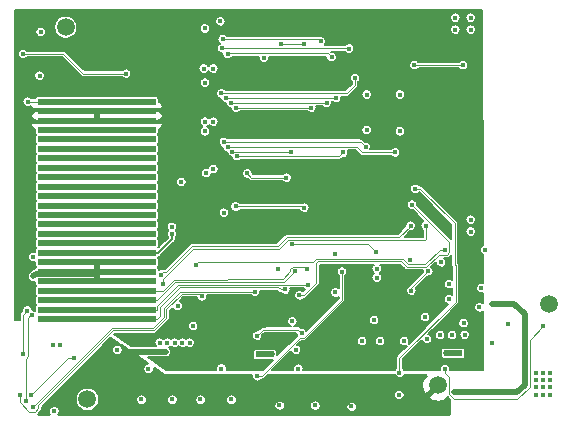
<source format=gbr>
G04 #@! TF.GenerationSoftware,KiCad,Pcbnew,(5.1.5)-3*
G04 #@! TF.CreationDate,2020-05-11T12:36:13-04:00*
G04 #@! TF.ProjectId,SmartWatch V4,536d6172-7457-4617-9463-682056342e6b,rev?*
G04 #@! TF.SameCoordinates,Original*
G04 #@! TF.FileFunction,Copper,L4,Bot*
G04 #@! TF.FilePolarity,Positive*
%FSLAX46Y46*%
G04 Gerber Fmt 4.6, Leading zero omitted, Abs format (unit mm)*
G04 Created by KiCad (PCBNEW (5.1.5)-3) date 2020-05-11 12:36:13*
%MOMM*%
%LPD*%
G04 APERTURE LIST*
%ADD10R,10.000000X0.500000*%
%ADD11R,1.600000X0.500000*%
%ADD12C,0.500000*%
%ADD13C,1.500000*%
%ADD14C,0.450000*%
%ADD15C,0.100000*%
%ADD16C,0.120000*%
%ADD17C,0.500000*%
%ADD18C,0.200000*%
%ADD19C,0.254000*%
%ADD20C,0.150000*%
G04 APERTURE END LIST*
D10*
X130450000Y-88800000D03*
X130450000Y-88000000D03*
X130450000Y-87200000D03*
X130450000Y-86400000D03*
X130450000Y-85600000D03*
X130450000Y-84800000D03*
X130450000Y-84000000D03*
X130450000Y-83200000D03*
X130450000Y-82400000D03*
X130450000Y-81600000D03*
X130450000Y-80800000D03*
X130450000Y-80000000D03*
X130450000Y-79200000D03*
X130450000Y-78400000D03*
X130450000Y-77600000D03*
X130450000Y-76800000D03*
X130450000Y-76000000D03*
X130450000Y-75200000D03*
X130450000Y-74400000D03*
X130450000Y-73600000D03*
X130450000Y-72800000D03*
X130450000Y-72000000D03*
X130450000Y-71200000D03*
X130450000Y-70400000D03*
D11*
X144688800Y-91800000D03*
D12*
X144138800Y-91800000D03*
X145238800Y-91800000D03*
X161150000Y-91700000D03*
X160050000Y-91700000D03*
D11*
X160600000Y-91700000D03*
D13*
X129603500Y-95567500D03*
X127800000Y-64100000D03*
X168732200Y-87553800D03*
X159300000Y-94400000D03*
D14*
X141000000Y-93000000D03*
X141800000Y-95600000D03*
X139200000Y-95600000D03*
X136800000Y-95600000D03*
X134200000Y-95600000D03*
X134800000Y-93000000D03*
X160274000Y-87122000D03*
X160274000Y-85852000D03*
X132130800Y-91389200D03*
X152908000Y-90678000D03*
X145900000Y-96100000D03*
X162100000Y-81400000D03*
X162100000Y-80400000D03*
X156100000Y-72900000D03*
X153300000Y-72800000D03*
X156100000Y-69800000D03*
X153300000Y-69800000D03*
X162100000Y-64300000D03*
X162100000Y-63300000D03*
X138600000Y-89400000D03*
X147000000Y-89000000D03*
X152000000Y-96200000D03*
X167600000Y-93400000D03*
X168200000Y-93400000D03*
X168800000Y-93400000D03*
X168800000Y-94000000D03*
X168200000Y-94000000D03*
X167600000Y-94000000D03*
X167600000Y-94600000D03*
X168200000Y-94600000D03*
X168800000Y-94600000D03*
X167600000Y-95200000D03*
X168200000Y-95200000D03*
X168800000Y-95200000D03*
X156464000Y-90678000D03*
X158400000Y-90500000D03*
X150650000Y-86550000D03*
X154150000Y-84550000D03*
X154150000Y-85300000D03*
X156000000Y-95200000D03*
X139500000Y-67600000D03*
X139600000Y-64200000D03*
X139600000Y-72100000D03*
X139600000Y-68800000D03*
X139600000Y-72900000D03*
X140900000Y-63600000D03*
X144595000Y-66685000D03*
X125700000Y-64500000D03*
X125600000Y-68200000D03*
X124600000Y-70400000D03*
X125075000Y-85200000D03*
X125075000Y-83550000D03*
X127810000Y-64090000D03*
X153924000Y-88900000D03*
X139700000Y-76454000D03*
X126754797Y-91033600D03*
X126796800Y-96570800D03*
X135763000Y-90805000D03*
X136398000Y-90805000D03*
X137033000Y-90805000D03*
X137668000Y-90805000D03*
X138303000Y-90805000D03*
X162839400Y-87807800D03*
X165227000Y-89255600D03*
X163906200Y-90805000D03*
X147320000Y-91414600D03*
X124866400Y-95199200D03*
X128524000Y-92100400D03*
X161493200Y-89154000D03*
X154432000Y-90678000D03*
X160800000Y-64300000D03*
X160800000Y-63300000D03*
X159600000Y-84000000D03*
X157000000Y-83800000D03*
X150650000Y-83300000D03*
X137300000Y-87700000D03*
X141200000Y-79800000D03*
X140300000Y-76100000D03*
X140300000Y-72100000D03*
X140300000Y-67600000D03*
X145800000Y-84600000D03*
X148900000Y-96100000D03*
X137600000Y-77200000D03*
X163347400Y-82956400D03*
X161594800Y-90144600D03*
X160528000Y-90170000D03*
X159512000Y-90170000D03*
X158242000Y-88646000D03*
X127304800Y-91033600D03*
X169062400Y-87477600D03*
X147497800Y-93014800D03*
X139900000Y-91200000D03*
X141800000Y-91200000D03*
X145600000Y-87500000D03*
X145600000Y-90100000D03*
X141800000Y-90100000D03*
X141800000Y-88600000D03*
X138800000Y-76100000D03*
X138900000Y-72100000D03*
X138800000Y-67600000D03*
X137300000Y-72000000D03*
X140462000Y-81534000D03*
X141224000Y-81534000D03*
X141986000Y-81534000D03*
X142748000Y-81534000D03*
X143510000Y-81534000D03*
X144272000Y-81534000D03*
X147500000Y-96100000D03*
X153000000Y-94200000D03*
X153600000Y-94200000D03*
X154200000Y-94200000D03*
X152400000Y-94400000D03*
X133604000Y-91567000D03*
X134239000Y-91567000D03*
X134874000Y-91567000D03*
X135509000Y-91567000D03*
X136271000Y-91567000D03*
X159650000Y-95950000D03*
X159050000Y-95950000D03*
X160250000Y-95950000D03*
X132920000Y-68040000D03*
X124190000Y-66370000D03*
X146000000Y-65500001D03*
X148000000Y-65500001D03*
X151200000Y-84800000D03*
X144000000Y-93600000D03*
X146501200Y-76835000D03*
X143179800Y-76479400D03*
X129603500Y-95567500D03*
X125018800Y-96266000D03*
X143840200Y-86505010D03*
X138800000Y-84225000D03*
X159909680Y-82957720D03*
X123920600Y-95250000D03*
X139344400Y-86880010D03*
X136800000Y-81000000D03*
X136800000Y-81600000D03*
X168224200Y-89433400D03*
X159918400Y-93040200D03*
X161442400Y-67310000D03*
X157327600Y-67310000D03*
X162991800Y-86188200D03*
X144018000Y-90220800D03*
X147800000Y-90000000D03*
X147600000Y-86800000D03*
X157130000Y-79130000D03*
X124409200Y-95758000D03*
X124923779Y-88501118D03*
X135839200Y-85039200D03*
X157025000Y-80900000D03*
X124206000Y-91795600D03*
X124561600Y-88087200D03*
X136042400Y-85801200D03*
X158295000Y-80900000D03*
X158503454Y-84749293D03*
X157073600Y-86410800D03*
X157400263Y-77780000D03*
X156070000Y-93340000D03*
X130470000Y-73600000D03*
X154080000Y-83170000D03*
X146970000Y-82470000D03*
X141388910Y-70088910D03*
X150700000Y-70100000D03*
X141800000Y-70500000D03*
X149900000Y-70500000D03*
X142200000Y-70900000D03*
X148600000Y-70900000D03*
X141100000Y-65100000D03*
X149400000Y-65300000D03*
X141059411Y-65885001D03*
X151800000Y-65900000D03*
X141924202Y-74625002D03*
X146900000Y-74625002D03*
X142313526Y-75013497D03*
X151300000Y-74700000D03*
X141000000Y-69700000D03*
X152300000Y-68400000D03*
X141200000Y-73800000D03*
X153200000Y-74225002D03*
X141530001Y-74240002D03*
X155700000Y-74700000D03*
X128455000Y-72800000D03*
X128070000Y-74400000D03*
X127685000Y-75200000D03*
X127300000Y-76000000D03*
X130085000Y-76800000D03*
X129700000Y-77600000D03*
X129385000Y-78400000D03*
X129000000Y-79200000D03*
X131800000Y-80000000D03*
X131385004Y-80800000D03*
X131085000Y-81600000D03*
X130700000Y-82400000D03*
X148300000Y-85900000D03*
X146400000Y-86300000D03*
X148200000Y-84600000D03*
X147207763Y-84747763D03*
X161692400Y-95000000D03*
X161159000Y-95000000D03*
X160651000Y-95000000D03*
X163931600Y-87503000D03*
X142189200Y-79273400D03*
X148005800Y-79375000D03*
X150315000Y-66624200D03*
X141528800Y-66370200D03*
D15*
X130450000Y-70400000D02*
X124600000Y-70400000D01*
D16*
X127800000Y-64100000D02*
X127810000Y-64090000D01*
X130420000Y-85200000D02*
X125075000Y-85200000D01*
X130450000Y-85230000D02*
X130420000Y-85200000D01*
X130450000Y-85600000D02*
X130450000Y-85230000D01*
X130450000Y-84800000D02*
X130450000Y-85230000D01*
X130450000Y-84000000D02*
X130450000Y-84800000D01*
D17*
X130450000Y-84000000D02*
X130450000Y-85600000D01*
X130274999Y-84975001D02*
X130450000Y-84800000D01*
X125299999Y-84975001D02*
X130274999Y-84975001D01*
X125075000Y-85200000D02*
X125299999Y-84975001D01*
D15*
X124866400Y-95199200D02*
X127965200Y-92100400D01*
X127965200Y-92100400D02*
X128524000Y-92100400D01*
D17*
X136271000Y-91567000D02*
X132969000Y-91567000D01*
D16*
X132920000Y-68040000D02*
X129290000Y-68040000D01*
X127620000Y-66370000D02*
X124190000Y-66370000D01*
X129290000Y-68040000D02*
X127620000Y-66370000D01*
D15*
X146000000Y-65500001D02*
X148000000Y-65500001D01*
X147980001Y-90375001D02*
X147619999Y-90375001D01*
X144395000Y-93600000D02*
X144000000Y-93600000D01*
X151200000Y-84800000D02*
X151200000Y-87155002D01*
X151200000Y-87155002D02*
X147980001Y-90375001D01*
X147619999Y-90375001D02*
X144395000Y-93600000D01*
X146501200Y-76835000D02*
X143535400Y-76835000D01*
X143535400Y-76835000D02*
X143179800Y-76479400D01*
X125018800Y-96266000D02*
X131724400Y-89560400D01*
X135209602Y-89560400D02*
X136144000Y-88626002D01*
X131724400Y-89560400D02*
X135209602Y-89560400D01*
X136144000Y-88626002D02*
X136144000Y-87884000D01*
X136144000Y-87884000D02*
X137522990Y-86505010D01*
X137522990Y-86505010D02*
X143840200Y-86505010D01*
D16*
X159467280Y-82957720D02*
X159909680Y-82957720D01*
X156815199Y-84185001D02*
X158239999Y-84185001D01*
X158239999Y-84185001D02*
X159467280Y-82957720D01*
X139024999Y-84000001D02*
X148729999Y-84000001D01*
X138800000Y-84225000D02*
X139024999Y-84000001D01*
X149040000Y-83690000D02*
X156330000Y-83690000D01*
X148729999Y-84000001D02*
X149040000Y-83690000D01*
X156330000Y-83699802D02*
X156815199Y-84185001D01*
X156330000Y-83690000D02*
X156330000Y-83699802D01*
D15*
X125198801Y-96641001D02*
X125476000Y-96363802D01*
X124737199Y-96641001D02*
X125198801Y-96641001D01*
X123920600Y-95250000D02*
X123920600Y-95824402D01*
X125476000Y-96363802D02*
X125476000Y-96091656D01*
X123920600Y-95824402D02*
X124737199Y-96641001D01*
X131807246Y-89760410D02*
X135292448Y-89760410D01*
X125476000Y-96091656D02*
X131807246Y-89760410D01*
X135292448Y-89760410D02*
X136344010Y-88708848D01*
X136344010Y-87988790D02*
X137627780Y-86705020D01*
X136344010Y-88708848D02*
X136344010Y-87988790D01*
X137627780Y-86705020D02*
X139169410Y-86705020D01*
X139169410Y-86705020D02*
X139344400Y-86880010D01*
D18*
X136800000Y-82050000D02*
X136800000Y-81600000D01*
X130450000Y-83200000D02*
X135650000Y-83200000D01*
X135650000Y-83200000D02*
X136800000Y-82050000D01*
D15*
X167100210Y-90557390D02*
X168224200Y-89433400D01*
X167100210Y-94526689D02*
X167100210Y-90557390D01*
X166051899Y-95575000D02*
X167100210Y-94526689D01*
X160660301Y-95575000D02*
X166051899Y-95575000D01*
X160250990Y-95165689D02*
X160660301Y-95575000D01*
X160250990Y-93690988D02*
X160250990Y-95165689D01*
X159918400Y-93358398D02*
X160250990Y-93690988D01*
X159918400Y-93040200D02*
X159918400Y-93358398D01*
X161442400Y-67310000D02*
X157327600Y-67310000D01*
D16*
X147514999Y-89714999D02*
X147800000Y-90000000D01*
X147969802Y-86800000D02*
X149040000Y-85729802D01*
X147600000Y-86800000D02*
X147969802Y-86800000D01*
X149040000Y-84030000D02*
X149159990Y-83910010D01*
X149040000Y-85729802D02*
X149040000Y-84030000D01*
X160294681Y-83142521D02*
X160294681Y-82294681D01*
X160094481Y-83342721D02*
X160294681Y-83142521D01*
X149159990Y-83910010D02*
X156229067Y-83910010D01*
X160294681Y-82294681D02*
X157130000Y-79130000D01*
X156229067Y-83910010D02*
X156724068Y-84405011D01*
X156724068Y-84405011D02*
X158331130Y-84405011D01*
X158331130Y-84405011D02*
X159393420Y-83342721D01*
X159393420Y-83342721D02*
X160094481Y-83342721D01*
D15*
X144731399Y-89714999D02*
X144523801Y-89714999D01*
X144523801Y-89714999D02*
X144018000Y-90220800D01*
D16*
X144731399Y-89714999D02*
X147514999Y-89714999D01*
D15*
X124581001Y-91975601D02*
X124581001Y-88716201D01*
X124409200Y-95758000D02*
X124409200Y-92147402D01*
X124409200Y-92147402D02*
X124581001Y-91975601D01*
X124581001Y-88716201D02*
X124796084Y-88501118D01*
X124796084Y-88501118D02*
X124923779Y-88501118D01*
X136064199Y-84814201D02*
X136340143Y-84814201D01*
X135839200Y-85039200D02*
X136064199Y-84814201D01*
X138499554Y-82654790D02*
X145763954Y-82654790D01*
X136340143Y-84814201D02*
X138499554Y-82654790D01*
X145763954Y-82654790D02*
X146525952Y-81892792D01*
X146525952Y-81892792D02*
X156032208Y-81892792D01*
X156032208Y-81892792D02*
X157025000Y-80900000D01*
X124206000Y-91795600D02*
X124206000Y-88442800D01*
X124206000Y-88442800D02*
X124561600Y-88087200D01*
X136042400Y-85394800D02*
X136042400Y-85801200D01*
X136042400Y-85394800D02*
X138582400Y-82854800D01*
X146608800Y-82092800D02*
X158202200Y-82092800D01*
X138582400Y-82854800D02*
X145846800Y-82854800D01*
X145846800Y-82854800D02*
X146608800Y-82092800D01*
X158202200Y-82092800D02*
X158295000Y-82000000D01*
X158295000Y-82000000D02*
X158295000Y-80900000D01*
X158503454Y-84749293D02*
X157073600Y-86179147D01*
X157073600Y-86179147D02*
X157073600Y-86410800D01*
D16*
X156070000Y-92099802D02*
X156070000Y-93340000D01*
X160835001Y-87334801D02*
X156070000Y-92099802D01*
X157824802Y-77780000D02*
X160734701Y-80689899D01*
X160734701Y-80689899D02*
X160734701Y-84174899D01*
X157400263Y-77780000D02*
X157824802Y-77780000D01*
X160734701Y-84174899D02*
X160835001Y-84275199D01*
X160835001Y-84275199D02*
X160835001Y-87334801D01*
X154080000Y-83170000D02*
X153380000Y-82470000D01*
X153380000Y-82470000D02*
X146970000Y-82470000D01*
X141388910Y-70088910D02*
X150688910Y-70088910D01*
X150688910Y-70088910D02*
X150700000Y-70100000D01*
X141800000Y-70500000D02*
X149900000Y-70500000D01*
X142200000Y-70900000D02*
X148600000Y-70900000D01*
X141100000Y-65100000D02*
X149200000Y-65100000D01*
X149200000Y-65100000D02*
X149400000Y-65300000D01*
X141059411Y-65885001D02*
X151785001Y-65885001D01*
X151785001Y-65885001D02*
X151800000Y-65900000D01*
X141924202Y-74625002D02*
X146900000Y-74625002D01*
X142313526Y-75013497D02*
X150986503Y-75013497D01*
X150986503Y-75013497D02*
X151300000Y-74700000D01*
X141000000Y-69700000D02*
X151600000Y-69700000D01*
X151600000Y-69700000D02*
X152300000Y-69000000D01*
X152300000Y-69000000D02*
X152300000Y-68400000D01*
X141200000Y-73800000D02*
X152774998Y-73800000D01*
X152774998Y-73800000D02*
X153200000Y-74225002D01*
X141530001Y-74240002D02*
X152440002Y-74240002D01*
X152440002Y-74240002D02*
X152900000Y-74700000D01*
X152900000Y-74700000D02*
X155700000Y-74700000D01*
X128455000Y-72800000D02*
X130450000Y-72800000D01*
X128070000Y-74400000D02*
X130450000Y-74400000D01*
X127685000Y-75200000D02*
X130450000Y-75200000D01*
X130450000Y-76000000D02*
X127300000Y-76000000D01*
X130085000Y-76800000D02*
X130450000Y-76800000D01*
X129700000Y-77600000D02*
X130450000Y-77600000D01*
X129385000Y-78400000D02*
X130450000Y-78400000D01*
X129000000Y-79200000D02*
X130450000Y-79200000D01*
X131800000Y-80000000D02*
X130450000Y-80000000D01*
X131385004Y-80800000D02*
X130450000Y-80800000D01*
X131085000Y-81600000D02*
X130450000Y-81600000D01*
X130700000Y-82400000D02*
X130450000Y-82400000D01*
X137300000Y-85900000D02*
X148300000Y-85900000D01*
X135500000Y-87700000D02*
X137300000Y-85900000D01*
X130450000Y-88000000D02*
X135500000Y-88000000D01*
X135500000Y-87700000D02*
X135500000Y-88000000D01*
X135570000Y-88800000D02*
X135800000Y-88570000D01*
X130450000Y-88800000D02*
X135570000Y-88800000D01*
X135800000Y-87800000D02*
X137479990Y-86120010D01*
X135800000Y-88570000D02*
X135800000Y-87800000D01*
X137479990Y-86120010D02*
X140100000Y-86120010D01*
X146400000Y-86300000D02*
X146000000Y-86300000D01*
X146000000Y-86300000D02*
X145820010Y-86120010D01*
X145820010Y-86120010D02*
X139379990Y-86120010D01*
X147022962Y-84362762D02*
X147962762Y-84362762D01*
X147962762Y-84362762D02*
X148200000Y-84600000D01*
X146822762Y-84562962D02*
X147022962Y-84362762D01*
X146822762Y-84777238D02*
X146822762Y-84562962D01*
X136058859Y-86400000D02*
X136998879Y-85459980D01*
X136998879Y-85459980D02*
X146000000Y-85400000D01*
X130450000Y-86400000D02*
X136058859Y-86400000D01*
X146000000Y-85400000D02*
X146200000Y-85400000D01*
X146200000Y-85400000D02*
X146822762Y-84777238D01*
X147207763Y-84747763D02*
X146275536Y-85679990D01*
X135570000Y-87200000D02*
X130450000Y-87200000D01*
X137090010Y-85679990D02*
X135570000Y-87200000D01*
X146275536Y-85679990D02*
X137090010Y-85679990D01*
D17*
X160651000Y-95000000D02*
X166061200Y-95000000D01*
X166061200Y-95000000D02*
X166700200Y-94361000D01*
X166700200Y-94361000D02*
X166700200Y-88417400D01*
X166700200Y-88417400D02*
X165785800Y-87503000D01*
X165785800Y-87503000D02*
X163931600Y-87503000D01*
D15*
X142189200Y-79273400D02*
X147904200Y-79273400D01*
X147904200Y-79273400D02*
X148005800Y-79375000D01*
X141589001Y-66309999D02*
X141528800Y-66370200D01*
X150315000Y-66624200D02*
X150000799Y-66309999D01*
X150000799Y-66309999D02*
X141589001Y-66309999D01*
D19*
G36*
X132316955Y-90922947D02*
G01*
X132277228Y-90906492D01*
X132180243Y-90887200D01*
X132081357Y-90887200D01*
X131984372Y-90906492D01*
X131893014Y-90944333D01*
X131810794Y-90999271D01*
X131740871Y-91069194D01*
X131685933Y-91151414D01*
X131648092Y-91242772D01*
X131628800Y-91339757D01*
X131628800Y-91438643D01*
X131648092Y-91535628D01*
X131685933Y-91626986D01*
X131740871Y-91709206D01*
X131810794Y-91779129D01*
X131893014Y-91834067D01*
X131984372Y-91871908D01*
X132081357Y-91891200D01*
X132180243Y-91891200D01*
X132277228Y-91871908D01*
X132368586Y-91834067D01*
X132450806Y-91779129D01*
X132520729Y-91709206D01*
X132575667Y-91626986D01*
X132613508Y-91535628D01*
X132632800Y-91438643D01*
X132632800Y-91339757D01*
X132613508Y-91242772D01*
X132575667Y-91151414D01*
X132520729Y-91069194D01*
X132495289Y-91043754D01*
X134666666Y-92514687D01*
X134653572Y-92517292D01*
X134562214Y-92555133D01*
X134479994Y-92610071D01*
X134410071Y-92679994D01*
X134355133Y-92762214D01*
X134317292Y-92853572D01*
X134298000Y-92950557D01*
X134298000Y-93049443D01*
X134317292Y-93146428D01*
X134355133Y-93237786D01*
X134410071Y-93320006D01*
X134479994Y-93389929D01*
X134562214Y-93444867D01*
X134653572Y-93482708D01*
X134750557Y-93502000D01*
X134849443Y-93502000D01*
X134946428Y-93482708D01*
X135037786Y-93444867D01*
X135120006Y-93389929D01*
X135189929Y-93320006D01*
X135244867Y-93237786D01*
X135282708Y-93146428D01*
X135302000Y-93049443D01*
X135302000Y-92950557D01*
X135300740Y-92944221D01*
X136128772Y-93505146D01*
X136150654Y-93517021D01*
X136174432Y-93524400D01*
X136200000Y-93527000D01*
X143502686Y-93527000D01*
X143498000Y-93550557D01*
X143498000Y-93649443D01*
X143517292Y-93746428D01*
X143555133Y-93837786D01*
X143610071Y-93920006D01*
X143679994Y-93989929D01*
X143762214Y-94044867D01*
X143853572Y-94082708D01*
X143950557Y-94102000D01*
X144049443Y-94102000D01*
X144146428Y-94082708D01*
X144237786Y-94044867D01*
X144320006Y-93989929D01*
X144382577Y-93927358D01*
X144395000Y-93928582D01*
X144411061Y-93927000D01*
X144459103Y-93922268D01*
X144520743Y-93903570D01*
X144577550Y-93873206D01*
X144627343Y-93832343D01*
X144637588Y-93819859D01*
X144930447Y-93527000D01*
X155604097Y-93527000D01*
X155625133Y-93577786D01*
X155680071Y-93660006D01*
X155749994Y-93729929D01*
X155832214Y-93784867D01*
X155923572Y-93822708D01*
X156020557Y-93842000D01*
X156119443Y-93842000D01*
X156216428Y-93822708D01*
X156307786Y-93784867D01*
X156390006Y-93729929D01*
X156459929Y-93660006D01*
X156514867Y-93577786D01*
X156535903Y-93527000D01*
X158247392Y-93527000D01*
X158343005Y-93622613D01*
X158104140Y-93688137D01*
X157988240Y-93935116D01*
X157922750Y-94199960D01*
X157910188Y-94472492D01*
X157951035Y-94742238D01*
X158043723Y-94998832D01*
X158104140Y-95111863D01*
X158343007Y-95177388D01*
X159120395Y-94400000D01*
X159106253Y-94385858D01*
X159285858Y-94206253D01*
X159300000Y-94220395D01*
X159314143Y-94206253D01*
X159493748Y-94385858D01*
X159479605Y-94400000D01*
X159493748Y-94414143D01*
X159314143Y-94593748D01*
X159300000Y-94579605D01*
X158522612Y-95356993D01*
X158588137Y-95595860D01*
X158835116Y-95711760D01*
X159099960Y-95777250D01*
X159372492Y-95789812D01*
X159642238Y-95748965D01*
X159898832Y-95656277D01*
X160011863Y-95595860D01*
X160056391Y-95433537D01*
X160273000Y-95650147D01*
X160273000Y-96873000D01*
X127198627Y-96873000D01*
X127241667Y-96808586D01*
X127279508Y-96717228D01*
X127298800Y-96620243D01*
X127298800Y-96521357D01*
X127279508Y-96424372D01*
X127241667Y-96333014D01*
X127186729Y-96250794D01*
X127116806Y-96180871D01*
X127034586Y-96125933D01*
X126943228Y-96088092D01*
X126846243Y-96068800D01*
X126747357Y-96068800D01*
X126650372Y-96088092D01*
X126559014Y-96125933D01*
X126476794Y-96180871D01*
X126406871Y-96250794D01*
X126351933Y-96333014D01*
X126314092Y-96424372D01*
X126294800Y-96521357D01*
X126294800Y-96620243D01*
X126314092Y-96717228D01*
X126351933Y-96808586D01*
X126394973Y-96873000D01*
X125431426Y-96873000D01*
X125441389Y-96860860D01*
X125695865Y-96606385D01*
X125708343Y-96596145D01*
X125749206Y-96546352D01*
X125779570Y-96489545D01*
X125789002Y-96458451D01*
X125798268Y-96427906D01*
X125804582Y-96363802D01*
X125803000Y-96347741D01*
X125803000Y-96227103D01*
X126563754Y-95466349D01*
X128576500Y-95466349D01*
X128576500Y-95668651D01*
X128615967Y-95867065D01*
X128693385Y-96053967D01*
X128805777Y-96222174D01*
X128948826Y-96365223D01*
X129117033Y-96477615D01*
X129303935Y-96555033D01*
X129502349Y-96594500D01*
X129704651Y-96594500D01*
X129903065Y-96555033D01*
X130089967Y-96477615D01*
X130258174Y-96365223D01*
X130401223Y-96222174D01*
X130513615Y-96053967D01*
X130591033Y-95867065D01*
X130630500Y-95668651D01*
X130630500Y-95550557D01*
X133698000Y-95550557D01*
X133698000Y-95649443D01*
X133717292Y-95746428D01*
X133755133Y-95837786D01*
X133810071Y-95920006D01*
X133879994Y-95989929D01*
X133962214Y-96044867D01*
X134053572Y-96082708D01*
X134150557Y-96102000D01*
X134249443Y-96102000D01*
X134346428Y-96082708D01*
X134437786Y-96044867D01*
X134520006Y-95989929D01*
X134589929Y-95920006D01*
X134644867Y-95837786D01*
X134682708Y-95746428D01*
X134702000Y-95649443D01*
X134702000Y-95550557D01*
X136298000Y-95550557D01*
X136298000Y-95649443D01*
X136317292Y-95746428D01*
X136355133Y-95837786D01*
X136410071Y-95920006D01*
X136479994Y-95989929D01*
X136562214Y-96044867D01*
X136653572Y-96082708D01*
X136750557Y-96102000D01*
X136849443Y-96102000D01*
X136946428Y-96082708D01*
X137037786Y-96044867D01*
X137120006Y-95989929D01*
X137189929Y-95920006D01*
X137244867Y-95837786D01*
X137282708Y-95746428D01*
X137302000Y-95649443D01*
X137302000Y-95550557D01*
X138698000Y-95550557D01*
X138698000Y-95649443D01*
X138717292Y-95746428D01*
X138755133Y-95837786D01*
X138810071Y-95920006D01*
X138879994Y-95989929D01*
X138962214Y-96044867D01*
X139053572Y-96082708D01*
X139150557Y-96102000D01*
X139249443Y-96102000D01*
X139346428Y-96082708D01*
X139437786Y-96044867D01*
X139520006Y-95989929D01*
X139589929Y-95920006D01*
X139644867Y-95837786D01*
X139682708Y-95746428D01*
X139702000Y-95649443D01*
X139702000Y-95550557D01*
X141298000Y-95550557D01*
X141298000Y-95649443D01*
X141317292Y-95746428D01*
X141355133Y-95837786D01*
X141410071Y-95920006D01*
X141479994Y-95989929D01*
X141562214Y-96044867D01*
X141653572Y-96082708D01*
X141750557Y-96102000D01*
X141849443Y-96102000D01*
X141946428Y-96082708D01*
X142024048Y-96050557D01*
X145398000Y-96050557D01*
X145398000Y-96149443D01*
X145417292Y-96246428D01*
X145455133Y-96337786D01*
X145510071Y-96420006D01*
X145579994Y-96489929D01*
X145662214Y-96544867D01*
X145753572Y-96582708D01*
X145850557Y-96602000D01*
X145949443Y-96602000D01*
X146046428Y-96582708D01*
X146137786Y-96544867D01*
X146220006Y-96489929D01*
X146289929Y-96420006D01*
X146344867Y-96337786D01*
X146382708Y-96246428D01*
X146402000Y-96149443D01*
X146402000Y-96050557D01*
X148398000Y-96050557D01*
X148398000Y-96149443D01*
X148417292Y-96246428D01*
X148455133Y-96337786D01*
X148510071Y-96420006D01*
X148579994Y-96489929D01*
X148662214Y-96544867D01*
X148753572Y-96582708D01*
X148850557Y-96602000D01*
X148949443Y-96602000D01*
X149046428Y-96582708D01*
X149137786Y-96544867D01*
X149220006Y-96489929D01*
X149289929Y-96420006D01*
X149344867Y-96337786D01*
X149382708Y-96246428D01*
X149401778Y-96150557D01*
X151498000Y-96150557D01*
X151498000Y-96249443D01*
X151517292Y-96346428D01*
X151555133Y-96437786D01*
X151610071Y-96520006D01*
X151679994Y-96589929D01*
X151762214Y-96644867D01*
X151853572Y-96682708D01*
X151950557Y-96702000D01*
X152049443Y-96702000D01*
X152146428Y-96682708D01*
X152237786Y-96644867D01*
X152320006Y-96589929D01*
X152389929Y-96520006D01*
X152444867Y-96437786D01*
X152482708Y-96346428D01*
X152502000Y-96249443D01*
X152502000Y-96150557D01*
X152482708Y-96053572D01*
X152444867Y-95962214D01*
X152389929Y-95879994D01*
X152320006Y-95810071D01*
X152237786Y-95755133D01*
X152146428Y-95717292D01*
X152049443Y-95698000D01*
X151950557Y-95698000D01*
X151853572Y-95717292D01*
X151762214Y-95755133D01*
X151679994Y-95810071D01*
X151610071Y-95879994D01*
X151555133Y-95962214D01*
X151517292Y-96053572D01*
X151498000Y-96150557D01*
X149401778Y-96150557D01*
X149402000Y-96149443D01*
X149402000Y-96050557D01*
X149382708Y-95953572D01*
X149344867Y-95862214D01*
X149289929Y-95779994D01*
X149220006Y-95710071D01*
X149137786Y-95655133D01*
X149046428Y-95617292D01*
X148949443Y-95598000D01*
X148850557Y-95598000D01*
X148753572Y-95617292D01*
X148662214Y-95655133D01*
X148579994Y-95710071D01*
X148510071Y-95779994D01*
X148455133Y-95862214D01*
X148417292Y-95953572D01*
X148398000Y-96050557D01*
X146402000Y-96050557D01*
X146382708Y-95953572D01*
X146344867Y-95862214D01*
X146289929Y-95779994D01*
X146220006Y-95710071D01*
X146137786Y-95655133D01*
X146046428Y-95617292D01*
X145949443Y-95598000D01*
X145850557Y-95598000D01*
X145753572Y-95617292D01*
X145662214Y-95655133D01*
X145579994Y-95710071D01*
X145510071Y-95779994D01*
X145455133Y-95862214D01*
X145417292Y-95953572D01*
X145398000Y-96050557D01*
X142024048Y-96050557D01*
X142037786Y-96044867D01*
X142120006Y-95989929D01*
X142189929Y-95920006D01*
X142244867Y-95837786D01*
X142282708Y-95746428D01*
X142302000Y-95649443D01*
X142302000Y-95550557D01*
X142282708Y-95453572D01*
X142244867Y-95362214D01*
X142189929Y-95279994D01*
X142120006Y-95210071D01*
X142037786Y-95155133D01*
X142026739Y-95150557D01*
X155498000Y-95150557D01*
X155498000Y-95249443D01*
X155517292Y-95346428D01*
X155555133Y-95437786D01*
X155610071Y-95520006D01*
X155679994Y-95589929D01*
X155762214Y-95644867D01*
X155853572Y-95682708D01*
X155950557Y-95702000D01*
X156049443Y-95702000D01*
X156146428Y-95682708D01*
X156237786Y-95644867D01*
X156320006Y-95589929D01*
X156389929Y-95520006D01*
X156444867Y-95437786D01*
X156482708Y-95346428D01*
X156502000Y-95249443D01*
X156502000Y-95150557D01*
X156482708Y-95053572D01*
X156444867Y-94962214D01*
X156389929Y-94879994D01*
X156320006Y-94810071D01*
X156237786Y-94755133D01*
X156146428Y-94717292D01*
X156049443Y-94698000D01*
X155950557Y-94698000D01*
X155853572Y-94717292D01*
X155762214Y-94755133D01*
X155679994Y-94810071D01*
X155610071Y-94879994D01*
X155555133Y-94962214D01*
X155517292Y-95053572D01*
X155498000Y-95150557D01*
X142026739Y-95150557D01*
X141946428Y-95117292D01*
X141849443Y-95098000D01*
X141750557Y-95098000D01*
X141653572Y-95117292D01*
X141562214Y-95155133D01*
X141479994Y-95210071D01*
X141410071Y-95279994D01*
X141355133Y-95362214D01*
X141317292Y-95453572D01*
X141298000Y-95550557D01*
X139702000Y-95550557D01*
X139682708Y-95453572D01*
X139644867Y-95362214D01*
X139589929Y-95279994D01*
X139520006Y-95210071D01*
X139437786Y-95155133D01*
X139346428Y-95117292D01*
X139249443Y-95098000D01*
X139150557Y-95098000D01*
X139053572Y-95117292D01*
X138962214Y-95155133D01*
X138879994Y-95210071D01*
X138810071Y-95279994D01*
X138755133Y-95362214D01*
X138717292Y-95453572D01*
X138698000Y-95550557D01*
X137302000Y-95550557D01*
X137282708Y-95453572D01*
X137244867Y-95362214D01*
X137189929Y-95279994D01*
X137120006Y-95210071D01*
X137037786Y-95155133D01*
X136946428Y-95117292D01*
X136849443Y-95098000D01*
X136750557Y-95098000D01*
X136653572Y-95117292D01*
X136562214Y-95155133D01*
X136479994Y-95210071D01*
X136410071Y-95279994D01*
X136355133Y-95362214D01*
X136317292Y-95453572D01*
X136298000Y-95550557D01*
X134702000Y-95550557D01*
X134682708Y-95453572D01*
X134644867Y-95362214D01*
X134589929Y-95279994D01*
X134520006Y-95210071D01*
X134437786Y-95155133D01*
X134346428Y-95117292D01*
X134249443Y-95098000D01*
X134150557Y-95098000D01*
X134053572Y-95117292D01*
X133962214Y-95155133D01*
X133879994Y-95210071D01*
X133810071Y-95279994D01*
X133755133Y-95362214D01*
X133717292Y-95453572D01*
X133698000Y-95550557D01*
X130630500Y-95550557D01*
X130630500Y-95466349D01*
X130591033Y-95267935D01*
X130513615Y-95081033D01*
X130401223Y-94912826D01*
X130258174Y-94769777D01*
X130089967Y-94657385D01*
X129903065Y-94579967D01*
X129704651Y-94540500D01*
X129502349Y-94540500D01*
X129303935Y-94579967D01*
X129117033Y-94657385D01*
X128948826Y-94769777D01*
X128805777Y-94912826D01*
X128693385Y-95081033D01*
X128615967Y-95267935D01*
X128576500Y-95466349D01*
X126563754Y-95466349D01*
X131595729Y-90434375D01*
X132316955Y-90922947D01*
G37*
X132316955Y-90922947D02*
X132277228Y-90906492D01*
X132180243Y-90887200D01*
X132081357Y-90887200D01*
X131984372Y-90906492D01*
X131893014Y-90944333D01*
X131810794Y-90999271D01*
X131740871Y-91069194D01*
X131685933Y-91151414D01*
X131648092Y-91242772D01*
X131628800Y-91339757D01*
X131628800Y-91438643D01*
X131648092Y-91535628D01*
X131685933Y-91626986D01*
X131740871Y-91709206D01*
X131810794Y-91779129D01*
X131893014Y-91834067D01*
X131984372Y-91871908D01*
X132081357Y-91891200D01*
X132180243Y-91891200D01*
X132277228Y-91871908D01*
X132368586Y-91834067D01*
X132450806Y-91779129D01*
X132520729Y-91709206D01*
X132575667Y-91626986D01*
X132613508Y-91535628D01*
X132632800Y-91438643D01*
X132632800Y-91339757D01*
X132613508Y-91242772D01*
X132575667Y-91151414D01*
X132520729Y-91069194D01*
X132495289Y-91043754D01*
X134666666Y-92514687D01*
X134653572Y-92517292D01*
X134562214Y-92555133D01*
X134479994Y-92610071D01*
X134410071Y-92679994D01*
X134355133Y-92762214D01*
X134317292Y-92853572D01*
X134298000Y-92950557D01*
X134298000Y-93049443D01*
X134317292Y-93146428D01*
X134355133Y-93237786D01*
X134410071Y-93320006D01*
X134479994Y-93389929D01*
X134562214Y-93444867D01*
X134653572Y-93482708D01*
X134750557Y-93502000D01*
X134849443Y-93502000D01*
X134946428Y-93482708D01*
X135037786Y-93444867D01*
X135120006Y-93389929D01*
X135189929Y-93320006D01*
X135244867Y-93237786D01*
X135282708Y-93146428D01*
X135302000Y-93049443D01*
X135302000Y-92950557D01*
X135300740Y-92944221D01*
X136128772Y-93505146D01*
X136150654Y-93517021D01*
X136174432Y-93524400D01*
X136200000Y-93527000D01*
X143502686Y-93527000D01*
X143498000Y-93550557D01*
X143498000Y-93649443D01*
X143517292Y-93746428D01*
X143555133Y-93837786D01*
X143610071Y-93920006D01*
X143679994Y-93989929D01*
X143762214Y-94044867D01*
X143853572Y-94082708D01*
X143950557Y-94102000D01*
X144049443Y-94102000D01*
X144146428Y-94082708D01*
X144237786Y-94044867D01*
X144320006Y-93989929D01*
X144382577Y-93927358D01*
X144395000Y-93928582D01*
X144411061Y-93927000D01*
X144459103Y-93922268D01*
X144520743Y-93903570D01*
X144577550Y-93873206D01*
X144627343Y-93832343D01*
X144637588Y-93819859D01*
X144930447Y-93527000D01*
X155604097Y-93527000D01*
X155625133Y-93577786D01*
X155680071Y-93660006D01*
X155749994Y-93729929D01*
X155832214Y-93784867D01*
X155923572Y-93822708D01*
X156020557Y-93842000D01*
X156119443Y-93842000D01*
X156216428Y-93822708D01*
X156307786Y-93784867D01*
X156390006Y-93729929D01*
X156459929Y-93660006D01*
X156514867Y-93577786D01*
X156535903Y-93527000D01*
X158247392Y-93527000D01*
X158343005Y-93622613D01*
X158104140Y-93688137D01*
X157988240Y-93935116D01*
X157922750Y-94199960D01*
X157910188Y-94472492D01*
X157951035Y-94742238D01*
X158043723Y-94998832D01*
X158104140Y-95111863D01*
X158343007Y-95177388D01*
X159120395Y-94400000D01*
X159106253Y-94385858D01*
X159285858Y-94206253D01*
X159300000Y-94220395D01*
X159314143Y-94206253D01*
X159493748Y-94385858D01*
X159479605Y-94400000D01*
X159493748Y-94414143D01*
X159314143Y-94593748D01*
X159300000Y-94579605D01*
X158522612Y-95356993D01*
X158588137Y-95595860D01*
X158835116Y-95711760D01*
X159099960Y-95777250D01*
X159372492Y-95789812D01*
X159642238Y-95748965D01*
X159898832Y-95656277D01*
X160011863Y-95595860D01*
X160056391Y-95433537D01*
X160273000Y-95650147D01*
X160273000Y-96873000D01*
X127198627Y-96873000D01*
X127241667Y-96808586D01*
X127279508Y-96717228D01*
X127298800Y-96620243D01*
X127298800Y-96521357D01*
X127279508Y-96424372D01*
X127241667Y-96333014D01*
X127186729Y-96250794D01*
X127116806Y-96180871D01*
X127034586Y-96125933D01*
X126943228Y-96088092D01*
X126846243Y-96068800D01*
X126747357Y-96068800D01*
X126650372Y-96088092D01*
X126559014Y-96125933D01*
X126476794Y-96180871D01*
X126406871Y-96250794D01*
X126351933Y-96333014D01*
X126314092Y-96424372D01*
X126294800Y-96521357D01*
X126294800Y-96620243D01*
X126314092Y-96717228D01*
X126351933Y-96808586D01*
X126394973Y-96873000D01*
X125431426Y-96873000D01*
X125441389Y-96860860D01*
X125695865Y-96606385D01*
X125708343Y-96596145D01*
X125749206Y-96546352D01*
X125779570Y-96489545D01*
X125789002Y-96458451D01*
X125798268Y-96427906D01*
X125804582Y-96363802D01*
X125803000Y-96347741D01*
X125803000Y-96227103D01*
X126563754Y-95466349D01*
X128576500Y-95466349D01*
X128576500Y-95668651D01*
X128615967Y-95867065D01*
X128693385Y-96053967D01*
X128805777Y-96222174D01*
X128948826Y-96365223D01*
X129117033Y-96477615D01*
X129303935Y-96555033D01*
X129502349Y-96594500D01*
X129704651Y-96594500D01*
X129903065Y-96555033D01*
X130089967Y-96477615D01*
X130258174Y-96365223D01*
X130401223Y-96222174D01*
X130513615Y-96053967D01*
X130591033Y-95867065D01*
X130630500Y-95668651D01*
X130630500Y-95550557D01*
X133698000Y-95550557D01*
X133698000Y-95649443D01*
X133717292Y-95746428D01*
X133755133Y-95837786D01*
X133810071Y-95920006D01*
X133879994Y-95989929D01*
X133962214Y-96044867D01*
X134053572Y-96082708D01*
X134150557Y-96102000D01*
X134249443Y-96102000D01*
X134346428Y-96082708D01*
X134437786Y-96044867D01*
X134520006Y-95989929D01*
X134589929Y-95920006D01*
X134644867Y-95837786D01*
X134682708Y-95746428D01*
X134702000Y-95649443D01*
X134702000Y-95550557D01*
X136298000Y-95550557D01*
X136298000Y-95649443D01*
X136317292Y-95746428D01*
X136355133Y-95837786D01*
X136410071Y-95920006D01*
X136479994Y-95989929D01*
X136562214Y-96044867D01*
X136653572Y-96082708D01*
X136750557Y-96102000D01*
X136849443Y-96102000D01*
X136946428Y-96082708D01*
X137037786Y-96044867D01*
X137120006Y-95989929D01*
X137189929Y-95920006D01*
X137244867Y-95837786D01*
X137282708Y-95746428D01*
X137302000Y-95649443D01*
X137302000Y-95550557D01*
X138698000Y-95550557D01*
X138698000Y-95649443D01*
X138717292Y-95746428D01*
X138755133Y-95837786D01*
X138810071Y-95920006D01*
X138879994Y-95989929D01*
X138962214Y-96044867D01*
X139053572Y-96082708D01*
X139150557Y-96102000D01*
X139249443Y-96102000D01*
X139346428Y-96082708D01*
X139437786Y-96044867D01*
X139520006Y-95989929D01*
X139589929Y-95920006D01*
X139644867Y-95837786D01*
X139682708Y-95746428D01*
X139702000Y-95649443D01*
X139702000Y-95550557D01*
X141298000Y-95550557D01*
X141298000Y-95649443D01*
X141317292Y-95746428D01*
X141355133Y-95837786D01*
X141410071Y-95920006D01*
X141479994Y-95989929D01*
X141562214Y-96044867D01*
X141653572Y-96082708D01*
X141750557Y-96102000D01*
X141849443Y-96102000D01*
X141946428Y-96082708D01*
X142024048Y-96050557D01*
X145398000Y-96050557D01*
X145398000Y-96149443D01*
X145417292Y-96246428D01*
X145455133Y-96337786D01*
X145510071Y-96420006D01*
X145579994Y-96489929D01*
X145662214Y-96544867D01*
X145753572Y-96582708D01*
X145850557Y-96602000D01*
X145949443Y-96602000D01*
X146046428Y-96582708D01*
X146137786Y-96544867D01*
X146220006Y-96489929D01*
X146289929Y-96420006D01*
X146344867Y-96337786D01*
X146382708Y-96246428D01*
X146402000Y-96149443D01*
X146402000Y-96050557D01*
X148398000Y-96050557D01*
X148398000Y-96149443D01*
X148417292Y-96246428D01*
X148455133Y-96337786D01*
X148510071Y-96420006D01*
X148579994Y-96489929D01*
X148662214Y-96544867D01*
X148753572Y-96582708D01*
X148850557Y-96602000D01*
X148949443Y-96602000D01*
X149046428Y-96582708D01*
X149137786Y-96544867D01*
X149220006Y-96489929D01*
X149289929Y-96420006D01*
X149344867Y-96337786D01*
X149382708Y-96246428D01*
X149401778Y-96150557D01*
X151498000Y-96150557D01*
X151498000Y-96249443D01*
X151517292Y-96346428D01*
X151555133Y-96437786D01*
X151610071Y-96520006D01*
X151679994Y-96589929D01*
X151762214Y-96644867D01*
X151853572Y-96682708D01*
X151950557Y-96702000D01*
X152049443Y-96702000D01*
X152146428Y-96682708D01*
X152237786Y-96644867D01*
X152320006Y-96589929D01*
X152389929Y-96520006D01*
X152444867Y-96437786D01*
X152482708Y-96346428D01*
X152502000Y-96249443D01*
X152502000Y-96150557D01*
X152482708Y-96053572D01*
X152444867Y-95962214D01*
X152389929Y-95879994D01*
X152320006Y-95810071D01*
X152237786Y-95755133D01*
X152146428Y-95717292D01*
X152049443Y-95698000D01*
X151950557Y-95698000D01*
X151853572Y-95717292D01*
X151762214Y-95755133D01*
X151679994Y-95810071D01*
X151610071Y-95879994D01*
X151555133Y-95962214D01*
X151517292Y-96053572D01*
X151498000Y-96150557D01*
X149401778Y-96150557D01*
X149402000Y-96149443D01*
X149402000Y-96050557D01*
X149382708Y-95953572D01*
X149344867Y-95862214D01*
X149289929Y-95779994D01*
X149220006Y-95710071D01*
X149137786Y-95655133D01*
X149046428Y-95617292D01*
X148949443Y-95598000D01*
X148850557Y-95598000D01*
X148753572Y-95617292D01*
X148662214Y-95655133D01*
X148579994Y-95710071D01*
X148510071Y-95779994D01*
X148455133Y-95862214D01*
X148417292Y-95953572D01*
X148398000Y-96050557D01*
X146402000Y-96050557D01*
X146382708Y-95953572D01*
X146344867Y-95862214D01*
X146289929Y-95779994D01*
X146220006Y-95710071D01*
X146137786Y-95655133D01*
X146046428Y-95617292D01*
X145949443Y-95598000D01*
X145850557Y-95598000D01*
X145753572Y-95617292D01*
X145662214Y-95655133D01*
X145579994Y-95710071D01*
X145510071Y-95779994D01*
X145455133Y-95862214D01*
X145417292Y-95953572D01*
X145398000Y-96050557D01*
X142024048Y-96050557D01*
X142037786Y-96044867D01*
X142120006Y-95989929D01*
X142189929Y-95920006D01*
X142244867Y-95837786D01*
X142282708Y-95746428D01*
X142302000Y-95649443D01*
X142302000Y-95550557D01*
X142282708Y-95453572D01*
X142244867Y-95362214D01*
X142189929Y-95279994D01*
X142120006Y-95210071D01*
X142037786Y-95155133D01*
X142026739Y-95150557D01*
X155498000Y-95150557D01*
X155498000Y-95249443D01*
X155517292Y-95346428D01*
X155555133Y-95437786D01*
X155610071Y-95520006D01*
X155679994Y-95589929D01*
X155762214Y-95644867D01*
X155853572Y-95682708D01*
X155950557Y-95702000D01*
X156049443Y-95702000D01*
X156146428Y-95682708D01*
X156237786Y-95644867D01*
X156320006Y-95589929D01*
X156389929Y-95520006D01*
X156444867Y-95437786D01*
X156482708Y-95346428D01*
X156502000Y-95249443D01*
X156502000Y-95150557D01*
X156482708Y-95053572D01*
X156444867Y-94962214D01*
X156389929Y-94879994D01*
X156320006Y-94810071D01*
X156237786Y-94755133D01*
X156146428Y-94717292D01*
X156049443Y-94698000D01*
X155950557Y-94698000D01*
X155853572Y-94717292D01*
X155762214Y-94755133D01*
X155679994Y-94810071D01*
X155610071Y-94879994D01*
X155555133Y-94962214D01*
X155517292Y-95053572D01*
X155498000Y-95150557D01*
X142026739Y-95150557D01*
X141946428Y-95117292D01*
X141849443Y-95098000D01*
X141750557Y-95098000D01*
X141653572Y-95117292D01*
X141562214Y-95155133D01*
X141479994Y-95210071D01*
X141410071Y-95279994D01*
X141355133Y-95362214D01*
X141317292Y-95453572D01*
X141298000Y-95550557D01*
X139702000Y-95550557D01*
X139682708Y-95453572D01*
X139644867Y-95362214D01*
X139589929Y-95279994D01*
X139520006Y-95210071D01*
X139437786Y-95155133D01*
X139346428Y-95117292D01*
X139249443Y-95098000D01*
X139150557Y-95098000D01*
X139053572Y-95117292D01*
X138962214Y-95155133D01*
X138879994Y-95210071D01*
X138810071Y-95279994D01*
X138755133Y-95362214D01*
X138717292Y-95453572D01*
X138698000Y-95550557D01*
X137302000Y-95550557D01*
X137282708Y-95453572D01*
X137244867Y-95362214D01*
X137189929Y-95279994D01*
X137120006Y-95210071D01*
X137037786Y-95155133D01*
X136946428Y-95117292D01*
X136849443Y-95098000D01*
X136750557Y-95098000D01*
X136653572Y-95117292D01*
X136562214Y-95155133D01*
X136479994Y-95210071D01*
X136410071Y-95279994D01*
X136355133Y-95362214D01*
X136317292Y-95453572D01*
X136298000Y-95550557D01*
X134702000Y-95550557D01*
X134682708Y-95453572D01*
X134644867Y-95362214D01*
X134589929Y-95279994D01*
X134520006Y-95210071D01*
X134437786Y-95155133D01*
X134346428Y-95117292D01*
X134249443Y-95098000D01*
X134150557Y-95098000D01*
X134053572Y-95117292D01*
X133962214Y-95155133D01*
X133879994Y-95210071D01*
X133810071Y-95279994D01*
X133755133Y-95362214D01*
X133717292Y-95453572D01*
X133698000Y-95550557D01*
X130630500Y-95550557D01*
X130630500Y-95466349D01*
X130591033Y-95267935D01*
X130513615Y-95081033D01*
X130401223Y-94912826D01*
X130258174Y-94769777D01*
X130089967Y-94657385D01*
X129903065Y-94579967D01*
X129704651Y-94540500D01*
X129502349Y-94540500D01*
X129303935Y-94579967D01*
X129117033Y-94657385D01*
X128948826Y-94769777D01*
X128805777Y-94912826D01*
X128693385Y-95081033D01*
X128615967Y-95267935D01*
X128576500Y-95466349D01*
X126563754Y-95466349D01*
X131595729Y-90434375D01*
X132316955Y-90922947D01*
D20*
G36*
X163125000Y-81100220D02*
G01*
X163125000Y-82563792D01*
X163060542Y-82606862D01*
X162997862Y-82669542D01*
X162948615Y-82743245D01*
X162914694Y-82825140D01*
X162897400Y-82912079D01*
X162897400Y-83000721D01*
X162914694Y-83087660D01*
X162948615Y-83169555D01*
X162997862Y-83243258D01*
X163060542Y-83305938D01*
X163125000Y-83349008D01*
X163125000Y-85756298D01*
X163123060Y-85755494D01*
X163036121Y-85738200D01*
X162947479Y-85738200D01*
X162860540Y-85755494D01*
X162778645Y-85789415D01*
X162704942Y-85838662D01*
X162642262Y-85901342D01*
X162593015Y-85975045D01*
X162559094Y-86056940D01*
X162541800Y-86143879D01*
X162541800Y-86232521D01*
X162559094Y-86319460D01*
X162593015Y-86401355D01*
X162642262Y-86475058D01*
X162704942Y-86537738D01*
X162778645Y-86586985D01*
X162860540Y-86620906D01*
X162947479Y-86638200D01*
X163036121Y-86638200D01*
X163123060Y-86620906D01*
X163125000Y-86620102D01*
X163125000Y-87457421D01*
X163052555Y-87409015D01*
X162970660Y-87375094D01*
X162883721Y-87357800D01*
X162795079Y-87357800D01*
X162708140Y-87375094D01*
X162626245Y-87409015D01*
X162552542Y-87458262D01*
X162489862Y-87520942D01*
X162440615Y-87594645D01*
X162406694Y-87676540D01*
X162389400Y-87763479D01*
X162389400Y-87852121D01*
X162406694Y-87939060D01*
X162440615Y-88020955D01*
X162489862Y-88094658D01*
X162552542Y-88157338D01*
X162626245Y-88206585D01*
X162708140Y-88240506D01*
X162795079Y-88257800D01*
X162883721Y-88257800D01*
X162970660Y-88240506D01*
X163052555Y-88206585D01*
X163125000Y-88158179D01*
X163125000Y-93125000D01*
X160360348Y-93125000D01*
X160368400Y-93084521D01*
X160368400Y-92995879D01*
X160351106Y-92908940D01*
X160317185Y-92827045D01*
X160267938Y-92753342D01*
X160205258Y-92690662D01*
X160131555Y-92641415D01*
X160049660Y-92607494D01*
X159962721Y-92590200D01*
X159874079Y-92590200D01*
X159787140Y-92607494D01*
X159705245Y-92641415D01*
X159631542Y-92690662D01*
X159568862Y-92753342D01*
X159519615Y-92827045D01*
X159485694Y-92908940D01*
X159468400Y-92995879D01*
X159468400Y-93084521D01*
X159476452Y-93125000D01*
X156467552Y-93125000D01*
X156419538Y-93053142D01*
X156356858Y-92990462D01*
X156355000Y-92989221D01*
X156355000Y-92217852D01*
X157122852Y-91450000D01*
X159573912Y-91450000D01*
X159573912Y-91950000D01*
X159578256Y-91994108D01*
X159591122Y-92036520D01*
X159612015Y-92075608D01*
X159640132Y-92109868D01*
X159674392Y-92137985D01*
X159713480Y-92158878D01*
X159755892Y-92171744D01*
X159800000Y-92176088D01*
X161400000Y-92176088D01*
X161444108Y-92171744D01*
X161486520Y-92158878D01*
X161525608Y-92137985D01*
X161559868Y-92109868D01*
X161587985Y-92075608D01*
X161608878Y-92036520D01*
X161621744Y-91994108D01*
X161626088Y-91950000D01*
X161626088Y-91450000D01*
X161621744Y-91405892D01*
X161608878Y-91363480D01*
X161587985Y-91324392D01*
X161559868Y-91290132D01*
X161525608Y-91262015D01*
X161486520Y-91241122D01*
X161444108Y-91228256D01*
X161400000Y-91223912D01*
X159800000Y-91223912D01*
X159755892Y-91228256D01*
X159713480Y-91241122D01*
X159674392Y-91262015D01*
X159640132Y-91290132D01*
X159612015Y-91324392D01*
X159591122Y-91363480D01*
X159578256Y-91405892D01*
X159573912Y-91450000D01*
X157122852Y-91450000D01*
X157963030Y-90609823D01*
X157967294Y-90631260D01*
X158001215Y-90713155D01*
X158050462Y-90786858D01*
X158113142Y-90849538D01*
X158186845Y-90898785D01*
X158268740Y-90932706D01*
X158355679Y-90950000D01*
X158444321Y-90950000D01*
X158531260Y-90932706D01*
X158613155Y-90898785D01*
X158686858Y-90849538D01*
X158749538Y-90786858D01*
X158798785Y-90713155D01*
X158832706Y-90631260D01*
X158850000Y-90544321D01*
X158850000Y-90455679D01*
X158832706Y-90368740D01*
X158798785Y-90286845D01*
X158749538Y-90213142D01*
X158686858Y-90150462D01*
X158649768Y-90125679D01*
X159062000Y-90125679D01*
X159062000Y-90214321D01*
X159079294Y-90301260D01*
X159113215Y-90383155D01*
X159162462Y-90456858D01*
X159225142Y-90519538D01*
X159298845Y-90568785D01*
X159380740Y-90602706D01*
X159467679Y-90620000D01*
X159556321Y-90620000D01*
X159643260Y-90602706D01*
X159725155Y-90568785D01*
X159798858Y-90519538D01*
X159861538Y-90456858D01*
X159910785Y-90383155D01*
X159944706Y-90301260D01*
X159962000Y-90214321D01*
X159962000Y-90125679D01*
X160078000Y-90125679D01*
X160078000Y-90214321D01*
X160095294Y-90301260D01*
X160129215Y-90383155D01*
X160178462Y-90456858D01*
X160241142Y-90519538D01*
X160314845Y-90568785D01*
X160396740Y-90602706D01*
X160483679Y-90620000D01*
X160572321Y-90620000D01*
X160659260Y-90602706D01*
X160741155Y-90568785D01*
X160814858Y-90519538D01*
X160877538Y-90456858D01*
X160926785Y-90383155D01*
X160960706Y-90301260D01*
X160978000Y-90214321D01*
X160978000Y-90125679D01*
X160972948Y-90100279D01*
X161144800Y-90100279D01*
X161144800Y-90188921D01*
X161162094Y-90275860D01*
X161196015Y-90357755D01*
X161245262Y-90431458D01*
X161307942Y-90494138D01*
X161381645Y-90543385D01*
X161463540Y-90577306D01*
X161550479Y-90594600D01*
X161639121Y-90594600D01*
X161726060Y-90577306D01*
X161807955Y-90543385D01*
X161881658Y-90494138D01*
X161944338Y-90431458D01*
X161993585Y-90357755D01*
X162027506Y-90275860D01*
X162044800Y-90188921D01*
X162044800Y-90100279D01*
X162027506Y-90013340D01*
X161993585Y-89931445D01*
X161944338Y-89857742D01*
X161881658Y-89795062D01*
X161807955Y-89745815D01*
X161726060Y-89711894D01*
X161639121Y-89694600D01*
X161550479Y-89694600D01*
X161463540Y-89711894D01*
X161381645Y-89745815D01*
X161307942Y-89795062D01*
X161245262Y-89857742D01*
X161196015Y-89931445D01*
X161162094Y-90013340D01*
X161144800Y-90100279D01*
X160972948Y-90100279D01*
X160960706Y-90038740D01*
X160926785Y-89956845D01*
X160877538Y-89883142D01*
X160814858Y-89820462D01*
X160741155Y-89771215D01*
X160659260Y-89737294D01*
X160572321Y-89720000D01*
X160483679Y-89720000D01*
X160396740Y-89737294D01*
X160314845Y-89771215D01*
X160241142Y-89820462D01*
X160178462Y-89883142D01*
X160129215Y-89956845D01*
X160095294Y-90038740D01*
X160078000Y-90125679D01*
X159962000Y-90125679D01*
X159944706Y-90038740D01*
X159910785Y-89956845D01*
X159861538Y-89883142D01*
X159798858Y-89820462D01*
X159725155Y-89771215D01*
X159643260Y-89737294D01*
X159556321Y-89720000D01*
X159467679Y-89720000D01*
X159380740Y-89737294D01*
X159298845Y-89771215D01*
X159225142Y-89820462D01*
X159162462Y-89883142D01*
X159113215Y-89956845D01*
X159079294Y-90038740D01*
X159062000Y-90125679D01*
X158649768Y-90125679D01*
X158613155Y-90101215D01*
X158531260Y-90067294D01*
X158509823Y-90063030D01*
X159463174Y-89109679D01*
X161043200Y-89109679D01*
X161043200Y-89198321D01*
X161060494Y-89285260D01*
X161094415Y-89367155D01*
X161143662Y-89440858D01*
X161206342Y-89503538D01*
X161280045Y-89552785D01*
X161361940Y-89586706D01*
X161448879Y-89604000D01*
X161537521Y-89604000D01*
X161624460Y-89586706D01*
X161706355Y-89552785D01*
X161780058Y-89503538D01*
X161842738Y-89440858D01*
X161891985Y-89367155D01*
X161925906Y-89285260D01*
X161943200Y-89198321D01*
X161943200Y-89109679D01*
X161925906Y-89022740D01*
X161891985Y-88940845D01*
X161842738Y-88867142D01*
X161780058Y-88804462D01*
X161706355Y-88755215D01*
X161624460Y-88721294D01*
X161537521Y-88704000D01*
X161448879Y-88704000D01*
X161361940Y-88721294D01*
X161280045Y-88755215D01*
X161206342Y-88804462D01*
X161143662Y-88867142D01*
X161094415Y-88940845D01*
X161060494Y-89022740D01*
X161043200Y-89109679D01*
X159463174Y-89109679D01*
X161026632Y-87546221D01*
X161037501Y-87537301D01*
X161073116Y-87493904D01*
X161099580Y-87444393D01*
X161115876Y-87390671D01*
X161119114Y-87357800D01*
X161121379Y-87334802D01*
X161120001Y-87320812D01*
X161120001Y-84289189D01*
X161121379Y-84275199D01*
X161115876Y-84219329D01*
X161099580Y-84165607D01*
X161073116Y-84116096D01*
X161037501Y-84072699D01*
X161026628Y-84063776D01*
X161019701Y-84056849D01*
X161019701Y-81355679D01*
X161650000Y-81355679D01*
X161650000Y-81444321D01*
X161667294Y-81531260D01*
X161701215Y-81613155D01*
X161750462Y-81686858D01*
X161813142Y-81749538D01*
X161886845Y-81798785D01*
X161968740Y-81832706D01*
X162055679Y-81850000D01*
X162144321Y-81850000D01*
X162231260Y-81832706D01*
X162313155Y-81798785D01*
X162386858Y-81749538D01*
X162449538Y-81686858D01*
X162498785Y-81613155D01*
X162532706Y-81531260D01*
X162550000Y-81444321D01*
X162550000Y-81355679D01*
X162532706Y-81268740D01*
X162498785Y-81186845D01*
X162449538Y-81113142D01*
X162386858Y-81050462D01*
X162313155Y-81001215D01*
X162231260Y-80967294D01*
X162144321Y-80950000D01*
X162055679Y-80950000D01*
X161968740Y-80967294D01*
X161886845Y-81001215D01*
X161813142Y-81050462D01*
X161750462Y-81113142D01*
X161701215Y-81186845D01*
X161667294Y-81268740D01*
X161650000Y-81355679D01*
X161019701Y-81355679D01*
X161019701Y-80703889D01*
X161021079Y-80689899D01*
X161015576Y-80634029D01*
X160999280Y-80580306D01*
X160989433Y-80561885D01*
X160972816Y-80530796D01*
X160937201Y-80487399D01*
X160926333Y-80478480D01*
X160803532Y-80355679D01*
X161650000Y-80355679D01*
X161650000Y-80444321D01*
X161667294Y-80531260D01*
X161701215Y-80613155D01*
X161750462Y-80686858D01*
X161813142Y-80749538D01*
X161886845Y-80798785D01*
X161968740Y-80832706D01*
X162055679Y-80850000D01*
X162144321Y-80850000D01*
X162231260Y-80832706D01*
X162313155Y-80798785D01*
X162386858Y-80749538D01*
X162449538Y-80686858D01*
X162498785Y-80613155D01*
X162532706Y-80531260D01*
X162550000Y-80444321D01*
X162550000Y-80355679D01*
X162532706Y-80268740D01*
X162498785Y-80186845D01*
X162449538Y-80113142D01*
X162386858Y-80050462D01*
X162313155Y-80001215D01*
X162231260Y-79967294D01*
X162144321Y-79950000D01*
X162055679Y-79950000D01*
X161968740Y-79967294D01*
X161886845Y-80001215D01*
X161813142Y-80050462D01*
X161750462Y-80113142D01*
X161701215Y-80186845D01*
X161667294Y-80268740D01*
X161650000Y-80355679D01*
X160803532Y-80355679D01*
X158036226Y-77588374D01*
X158027302Y-77577500D01*
X157983905Y-77541885D01*
X157934394Y-77515421D01*
X157880672Y-77499125D01*
X157838792Y-77495000D01*
X157824802Y-77493622D01*
X157810812Y-77495000D01*
X157751042Y-77495000D01*
X157749801Y-77493142D01*
X157687121Y-77430462D01*
X157613418Y-77381215D01*
X157531523Y-77347294D01*
X157444584Y-77330000D01*
X157355942Y-77330000D01*
X157269003Y-77347294D01*
X157187108Y-77381215D01*
X157113405Y-77430462D01*
X157050725Y-77493142D01*
X157001478Y-77566845D01*
X156967557Y-77648740D01*
X156950263Y-77735679D01*
X156950263Y-77824321D01*
X156967557Y-77911260D01*
X157001478Y-77993155D01*
X157050725Y-78066858D01*
X157113405Y-78129538D01*
X157187108Y-78178785D01*
X157269003Y-78212706D01*
X157355942Y-78230000D01*
X157444584Y-78230000D01*
X157531523Y-78212706D01*
X157613418Y-78178785D01*
X157687121Y-78129538D01*
X157729205Y-78087454D01*
X160449701Y-80807950D01*
X160449701Y-82046650D01*
X157579564Y-79176514D01*
X157580000Y-79174321D01*
X157580000Y-79085679D01*
X157562706Y-78998740D01*
X157528785Y-78916845D01*
X157479538Y-78843142D01*
X157416858Y-78780462D01*
X157343155Y-78731215D01*
X157261260Y-78697294D01*
X157174321Y-78680000D01*
X157085679Y-78680000D01*
X156998740Y-78697294D01*
X156916845Y-78731215D01*
X156843142Y-78780462D01*
X156780462Y-78843142D01*
X156731215Y-78916845D01*
X156697294Y-78998740D01*
X156680000Y-79085679D01*
X156680000Y-79174321D01*
X156697294Y-79261260D01*
X156731215Y-79343155D01*
X156780462Y-79416858D01*
X156843142Y-79479538D01*
X156916845Y-79528785D01*
X156998740Y-79562706D01*
X157085679Y-79580000D01*
X157174321Y-79580000D01*
X157176514Y-79579564D01*
X158093385Y-80496435D01*
X158081845Y-80501215D01*
X158008142Y-80550462D01*
X157945462Y-80613142D01*
X157896215Y-80686845D01*
X157862294Y-80768740D01*
X157845000Y-80855679D01*
X157845000Y-80944321D01*
X157862294Y-81031260D01*
X157896215Y-81113155D01*
X157945462Y-81186858D01*
X158008142Y-81249538D01*
X158020001Y-81257462D01*
X158020000Y-81817800D01*
X156496108Y-81817800D01*
X156966691Y-81347218D01*
X156980679Y-81350000D01*
X157069321Y-81350000D01*
X157156260Y-81332706D01*
X157238155Y-81298785D01*
X157311858Y-81249538D01*
X157374538Y-81186858D01*
X157423785Y-81113155D01*
X157457706Y-81031260D01*
X157475000Y-80944321D01*
X157475000Y-80855679D01*
X157457706Y-80768740D01*
X157423785Y-80686845D01*
X157374538Y-80613142D01*
X157311858Y-80550462D01*
X157238155Y-80501215D01*
X157156260Y-80467294D01*
X157069321Y-80450000D01*
X156980679Y-80450000D01*
X156893740Y-80467294D01*
X156811845Y-80501215D01*
X156738142Y-80550462D01*
X156675462Y-80613142D01*
X156626215Y-80686845D01*
X156592294Y-80768740D01*
X156575000Y-80855679D01*
X156575000Y-80944321D01*
X156577782Y-80958309D01*
X155918300Y-81617792D01*
X146539455Y-81617792D01*
X146525952Y-81616462D01*
X146472042Y-81621772D01*
X146420204Y-81637496D01*
X146407436Y-81644321D01*
X146372431Y-81663032D01*
X146330557Y-81697397D01*
X146321949Y-81707886D01*
X145650046Y-82379790D01*
X138513056Y-82379790D01*
X138499553Y-82378460D01*
X138445644Y-82383770D01*
X138429920Y-82388540D01*
X138393807Y-82399494D01*
X138346033Y-82425030D01*
X138304159Y-82459395D01*
X138295551Y-82469884D01*
X136226235Y-84539201D01*
X136077702Y-84539201D01*
X136064199Y-84537871D01*
X136050696Y-84539201D01*
X136010290Y-84543181D01*
X135958452Y-84558905D01*
X135910678Y-84584441D01*
X135900712Y-84592620D01*
X135883521Y-84589200D01*
X135794879Y-84589200D01*
X135707940Y-84606494D01*
X135676088Y-84619687D01*
X135676088Y-84550000D01*
X135671744Y-84505892D01*
X135658878Y-84463480D01*
X135637985Y-84424392D01*
X135617967Y-84400000D01*
X135637985Y-84375608D01*
X135658878Y-84336520D01*
X135671744Y-84294108D01*
X135676088Y-84250000D01*
X135676088Y-83750000D01*
X135671744Y-83705892D01*
X135658878Y-83663480D01*
X135637985Y-83624392D01*
X135617967Y-83600000D01*
X135637985Y-83575608D01*
X135658878Y-83536520D01*
X135662262Y-83525363D01*
X135665953Y-83525000D01*
X135665961Y-83525000D01*
X135713711Y-83520297D01*
X135774974Y-83501713D01*
X135831434Y-83471535D01*
X135880921Y-83430921D01*
X135891101Y-83418517D01*
X137018529Y-82291091D01*
X137030921Y-82280921D01*
X137041092Y-82268528D01*
X137041096Y-82268524D01*
X137059318Y-82246320D01*
X137071535Y-82231434D01*
X137101713Y-82174974D01*
X137120297Y-82113711D01*
X137125000Y-82065961D01*
X137125000Y-82065953D01*
X137126571Y-82050000D01*
X137125000Y-82034047D01*
X137125000Y-81911396D01*
X137149538Y-81886858D01*
X137198785Y-81813155D01*
X137232706Y-81731260D01*
X137250000Y-81644321D01*
X137250000Y-81555679D01*
X137232706Y-81468740D01*
X137198785Y-81386845D01*
X137149538Y-81313142D01*
X137136396Y-81300000D01*
X137149538Y-81286858D01*
X137198785Y-81213155D01*
X137232706Y-81131260D01*
X137250000Y-81044321D01*
X137250000Y-80955679D01*
X137232706Y-80868740D01*
X137198785Y-80786845D01*
X137149538Y-80713142D01*
X137086858Y-80650462D01*
X137013155Y-80601215D01*
X136931260Y-80567294D01*
X136844321Y-80550000D01*
X136755679Y-80550000D01*
X136668740Y-80567294D01*
X136586845Y-80601215D01*
X136513142Y-80650462D01*
X136450462Y-80713142D01*
X136401215Y-80786845D01*
X136367294Y-80868740D01*
X136350000Y-80955679D01*
X136350000Y-81044321D01*
X136367294Y-81131260D01*
X136401215Y-81213155D01*
X136450462Y-81286858D01*
X136463604Y-81300000D01*
X136450462Y-81313142D01*
X136401215Y-81386845D01*
X136367294Y-81468740D01*
X136350000Y-81555679D01*
X136350000Y-81644321D01*
X136367294Y-81731260D01*
X136401215Y-81813155D01*
X136450462Y-81886858D01*
X136475000Y-81911396D01*
X136475000Y-81915380D01*
X135661062Y-82729319D01*
X135671744Y-82694108D01*
X135676088Y-82650000D01*
X135676088Y-82150000D01*
X135671744Y-82105892D01*
X135658878Y-82063480D01*
X135637985Y-82024392D01*
X135617967Y-82000000D01*
X135637985Y-81975608D01*
X135658878Y-81936520D01*
X135671744Y-81894108D01*
X135676088Y-81850000D01*
X135676088Y-81350000D01*
X135671744Y-81305892D01*
X135658878Y-81263480D01*
X135637985Y-81224392D01*
X135617967Y-81200000D01*
X135637985Y-81175608D01*
X135658878Y-81136520D01*
X135671744Y-81094108D01*
X135676088Y-81050000D01*
X135676088Y-80550000D01*
X135671744Y-80505892D01*
X135658878Y-80463480D01*
X135637985Y-80424392D01*
X135617967Y-80400000D01*
X135637985Y-80375608D01*
X135658878Y-80336520D01*
X135671744Y-80294108D01*
X135676088Y-80250000D01*
X135676088Y-79755679D01*
X140750000Y-79755679D01*
X140750000Y-79844321D01*
X140767294Y-79931260D01*
X140801215Y-80013155D01*
X140850462Y-80086858D01*
X140913142Y-80149538D01*
X140986845Y-80198785D01*
X141068740Y-80232706D01*
X141155679Y-80250000D01*
X141244321Y-80250000D01*
X141331260Y-80232706D01*
X141413155Y-80198785D01*
X141486858Y-80149538D01*
X141549538Y-80086858D01*
X141598785Y-80013155D01*
X141632706Y-79931260D01*
X141650000Y-79844321D01*
X141650000Y-79755679D01*
X141632706Y-79668740D01*
X141598785Y-79586845D01*
X141549538Y-79513142D01*
X141486858Y-79450462D01*
X141413155Y-79401215D01*
X141331260Y-79367294D01*
X141244321Y-79350000D01*
X141155679Y-79350000D01*
X141068740Y-79367294D01*
X140986845Y-79401215D01*
X140913142Y-79450462D01*
X140850462Y-79513142D01*
X140801215Y-79586845D01*
X140767294Y-79668740D01*
X140750000Y-79755679D01*
X135676088Y-79755679D01*
X135676088Y-79750000D01*
X135671744Y-79705892D01*
X135658878Y-79663480D01*
X135637985Y-79624392D01*
X135617967Y-79600000D01*
X135637985Y-79575608D01*
X135658878Y-79536520D01*
X135671744Y-79494108D01*
X135676088Y-79450000D01*
X135676088Y-79229079D01*
X141739200Y-79229079D01*
X141739200Y-79317721D01*
X141756494Y-79404660D01*
X141790415Y-79486555D01*
X141839662Y-79560258D01*
X141902342Y-79622938D01*
X141976045Y-79672185D01*
X142057940Y-79706106D01*
X142144879Y-79723400D01*
X142233521Y-79723400D01*
X142320460Y-79706106D01*
X142402355Y-79672185D01*
X142476058Y-79622938D01*
X142538738Y-79560258D01*
X142546661Y-79548400D01*
X147590548Y-79548400D01*
X147607015Y-79588155D01*
X147656262Y-79661858D01*
X147718942Y-79724538D01*
X147792645Y-79773785D01*
X147874540Y-79807706D01*
X147961479Y-79825000D01*
X148050121Y-79825000D01*
X148137060Y-79807706D01*
X148218955Y-79773785D01*
X148292658Y-79724538D01*
X148355338Y-79661858D01*
X148404585Y-79588155D01*
X148438506Y-79506260D01*
X148455800Y-79419321D01*
X148455800Y-79330679D01*
X148438506Y-79243740D01*
X148404585Y-79161845D01*
X148355338Y-79088142D01*
X148292658Y-79025462D01*
X148218955Y-78976215D01*
X148137060Y-78942294D01*
X148050121Y-78925000D01*
X147961479Y-78925000D01*
X147874540Y-78942294D01*
X147792645Y-78976215D01*
X147759443Y-78998400D01*
X142546661Y-78998400D01*
X142538738Y-78986542D01*
X142476058Y-78923862D01*
X142402355Y-78874615D01*
X142320460Y-78840694D01*
X142233521Y-78823400D01*
X142144879Y-78823400D01*
X142057940Y-78840694D01*
X141976045Y-78874615D01*
X141902342Y-78923862D01*
X141839662Y-78986542D01*
X141790415Y-79060245D01*
X141756494Y-79142140D01*
X141739200Y-79229079D01*
X135676088Y-79229079D01*
X135676088Y-78950000D01*
X135671744Y-78905892D01*
X135658878Y-78863480D01*
X135637985Y-78824392D01*
X135617967Y-78800000D01*
X135637985Y-78775608D01*
X135658878Y-78736520D01*
X135671744Y-78694108D01*
X135676088Y-78650000D01*
X135676088Y-78150000D01*
X135671744Y-78105892D01*
X135658878Y-78063480D01*
X135637985Y-78024392D01*
X135617967Y-78000000D01*
X135637985Y-77975608D01*
X135658878Y-77936520D01*
X135671744Y-77894108D01*
X135676088Y-77850000D01*
X135676088Y-77350000D01*
X135671744Y-77305892D01*
X135658878Y-77263480D01*
X135637985Y-77224392D01*
X135617967Y-77200000D01*
X135637985Y-77175608D01*
X135648637Y-77155679D01*
X137150000Y-77155679D01*
X137150000Y-77244321D01*
X137167294Y-77331260D01*
X137201215Y-77413155D01*
X137250462Y-77486858D01*
X137313142Y-77549538D01*
X137386845Y-77598785D01*
X137468740Y-77632706D01*
X137555679Y-77650000D01*
X137644321Y-77650000D01*
X137731260Y-77632706D01*
X137813155Y-77598785D01*
X137886858Y-77549538D01*
X137949538Y-77486858D01*
X137998785Y-77413155D01*
X138032706Y-77331260D01*
X138050000Y-77244321D01*
X138050000Y-77155679D01*
X138032706Y-77068740D01*
X137998785Y-76986845D01*
X137949538Y-76913142D01*
X137886858Y-76850462D01*
X137813155Y-76801215D01*
X137731260Y-76767294D01*
X137644321Y-76750000D01*
X137555679Y-76750000D01*
X137468740Y-76767294D01*
X137386845Y-76801215D01*
X137313142Y-76850462D01*
X137250462Y-76913142D01*
X137201215Y-76986845D01*
X137167294Y-77068740D01*
X137150000Y-77155679D01*
X135648637Y-77155679D01*
X135658878Y-77136520D01*
X135671744Y-77094108D01*
X135676088Y-77050000D01*
X135676088Y-76550000D01*
X135671744Y-76505892D01*
X135658878Y-76463480D01*
X135637985Y-76424392D01*
X135625911Y-76409679D01*
X139250000Y-76409679D01*
X139250000Y-76498321D01*
X139267294Y-76585260D01*
X139301215Y-76667155D01*
X139350462Y-76740858D01*
X139413142Y-76803538D01*
X139486845Y-76852785D01*
X139568740Y-76886706D01*
X139655679Y-76904000D01*
X139744321Y-76904000D01*
X139831260Y-76886706D01*
X139913155Y-76852785D01*
X139986858Y-76803538D01*
X140049538Y-76740858D01*
X140098785Y-76667155D01*
X140132706Y-76585260D01*
X140145107Y-76522917D01*
X140168740Y-76532706D01*
X140255679Y-76550000D01*
X140344321Y-76550000D01*
X140431260Y-76532706D01*
X140513155Y-76498785D01*
X140586858Y-76449538D01*
X140601317Y-76435079D01*
X142729800Y-76435079D01*
X142729800Y-76523721D01*
X142747094Y-76610660D01*
X142781015Y-76692555D01*
X142830262Y-76766258D01*
X142892942Y-76828938D01*
X142966645Y-76878185D01*
X143048540Y-76912106D01*
X143135479Y-76929400D01*
X143224121Y-76929400D01*
X143238109Y-76926618D01*
X143331396Y-77019905D01*
X143340005Y-77030395D01*
X143381879Y-77064760D01*
X143429653Y-77090296D01*
X143465766Y-77101250D01*
X143481490Y-77106020D01*
X143535399Y-77111330D01*
X143548902Y-77110000D01*
X146143739Y-77110000D01*
X146151662Y-77121858D01*
X146214342Y-77184538D01*
X146288045Y-77233785D01*
X146369940Y-77267706D01*
X146456879Y-77285000D01*
X146545521Y-77285000D01*
X146632460Y-77267706D01*
X146714355Y-77233785D01*
X146788058Y-77184538D01*
X146850738Y-77121858D01*
X146899985Y-77048155D01*
X146933906Y-76966260D01*
X146951200Y-76879321D01*
X146951200Y-76790679D01*
X146933906Y-76703740D01*
X146899985Y-76621845D01*
X146850738Y-76548142D01*
X146788058Y-76485462D01*
X146714355Y-76436215D01*
X146632460Y-76402294D01*
X146545521Y-76385000D01*
X146456879Y-76385000D01*
X146369940Y-76402294D01*
X146288045Y-76436215D01*
X146214342Y-76485462D01*
X146151662Y-76548142D01*
X146143739Y-76560000D01*
X143649309Y-76560000D01*
X143627018Y-76537709D01*
X143629800Y-76523721D01*
X143629800Y-76435079D01*
X143612506Y-76348140D01*
X143578585Y-76266245D01*
X143529338Y-76192542D01*
X143466658Y-76129862D01*
X143392955Y-76080615D01*
X143311060Y-76046694D01*
X143224121Y-76029400D01*
X143135479Y-76029400D01*
X143048540Y-76046694D01*
X142966645Y-76080615D01*
X142892942Y-76129862D01*
X142830262Y-76192542D01*
X142781015Y-76266245D01*
X142747094Y-76348140D01*
X142729800Y-76435079D01*
X140601317Y-76435079D01*
X140649538Y-76386858D01*
X140698785Y-76313155D01*
X140732706Y-76231260D01*
X140750000Y-76144321D01*
X140750000Y-76055679D01*
X140732706Y-75968740D01*
X140698785Y-75886845D01*
X140649538Y-75813142D01*
X140586858Y-75750462D01*
X140513155Y-75701215D01*
X140431260Y-75667294D01*
X140344321Y-75650000D01*
X140255679Y-75650000D01*
X140168740Y-75667294D01*
X140086845Y-75701215D01*
X140013142Y-75750462D01*
X139950462Y-75813142D01*
X139901215Y-75886845D01*
X139867294Y-75968740D01*
X139854893Y-76031083D01*
X139831260Y-76021294D01*
X139744321Y-76004000D01*
X139655679Y-76004000D01*
X139568740Y-76021294D01*
X139486845Y-76055215D01*
X139413142Y-76104462D01*
X139350462Y-76167142D01*
X139301215Y-76240845D01*
X139267294Y-76322740D01*
X139250000Y-76409679D01*
X135625911Y-76409679D01*
X135617967Y-76400000D01*
X135637985Y-76375608D01*
X135658878Y-76336520D01*
X135671744Y-76294108D01*
X135676088Y-76250000D01*
X135676088Y-75750000D01*
X135671744Y-75705892D01*
X135658878Y-75663480D01*
X135637985Y-75624392D01*
X135617967Y-75600000D01*
X135637985Y-75575608D01*
X135658878Y-75536520D01*
X135671744Y-75494108D01*
X135676088Y-75450000D01*
X135676088Y-74950000D01*
X135671744Y-74905892D01*
X135658878Y-74863480D01*
X135637985Y-74824392D01*
X135617967Y-74800000D01*
X135637985Y-74775608D01*
X135658878Y-74736520D01*
X135671744Y-74694108D01*
X135676088Y-74650000D01*
X135676088Y-74150000D01*
X135671744Y-74105892D01*
X135658878Y-74063480D01*
X135637985Y-74024392D01*
X135617967Y-74000000D01*
X135637985Y-73975608D01*
X135658878Y-73936520D01*
X135671744Y-73894108D01*
X135676088Y-73850000D01*
X135676088Y-73755679D01*
X140750000Y-73755679D01*
X140750000Y-73844321D01*
X140767294Y-73931260D01*
X140801215Y-74013155D01*
X140850462Y-74086858D01*
X140913142Y-74149538D01*
X140986845Y-74198785D01*
X141068740Y-74232706D01*
X141080001Y-74234946D01*
X141080001Y-74284323D01*
X141097295Y-74371262D01*
X141131216Y-74453157D01*
X141180463Y-74526860D01*
X141243143Y-74589540D01*
X141316846Y-74638787D01*
X141398741Y-74672708D01*
X141478012Y-74688477D01*
X141491496Y-74756262D01*
X141525417Y-74838157D01*
X141574664Y-74911860D01*
X141637344Y-74974540D01*
X141711047Y-75023787D01*
X141792942Y-75057708D01*
X141866411Y-75072323D01*
X141880820Y-75144757D01*
X141914741Y-75226652D01*
X141963988Y-75300355D01*
X142026668Y-75363035D01*
X142100371Y-75412282D01*
X142182266Y-75446203D01*
X142269205Y-75463497D01*
X142357847Y-75463497D01*
X142444786Y-75446203D01*
X142526681Y-75412282D01*
X142600384Y-75363035D01*
X142663064Y-75300355D01*
X142664305Y-75298497D01*
X150972513Y-75298497D01*
X150986503Y-75299875D01*
X151000493Y-75298497D01*
X151042373Y-75294372D01*
X151096095Y-75278076D01*
X151145606Y-75251612D01*
X151189003Y-75215997D01*
X151197927Y-75205123D01*
X151253486Y-75149564D01*
X151255679Y-75150000D01*
X151344321Y-75150000D01*
X151431260Y-75132706D01*
X151513155Y-75098785D01*
X151586858Y-75049538D01*
X151649538Y-74986858D01*
X151698785Y-74913155D01*
X151732706Y-74831260D01*
X151750000Y-74744321D01*
X151750000Y-74655679D01*
X151732706Y-74568740D01*
X151714590Y-74525002D01*
X152321952Y-74525002D01*
X152688580Y-74891631D01*
X152697500Y-74902500D01*
X152740897Y-74938115D01*
X152790408Y-74964579D01*
X152823246Y-74974540D01*
X152844129Y-74980875D01*
X152849892Y-74981443D01*
X152886010Y-74985000D01*
X152886016Y-74985000D01*
X152899999Y-74986377D01*
X152913982Y-74985000D01*
X155349221Y-74985000D01*
X155350462Y-74986858D01*
X155413142Y-75049538D01*
X155486845Y-75098785D01*
X155568740Y-75132706D01*
X155655679Y-75150000D01*
X155744321Y-75150000D01*
X155831260Y-75132706D01*
X155913155Y-75098785D01*
X155986858Y-75049538D01*
X156049538Y-74986858D01*
X156098785Y-74913155D01*
X156132706Y-74831260D01*
X156150000Y-74744321D01*
X156150000Y-74655679D01*
X156132706Y-74568740D01*
X156098785Y-74486845D01*
X156049538Y-74413142D01*
X155986858Y-74350462D01*
X155913155Y-74301215D01*
X155831260Y-74267294D01*
X155744321Y-74250000D01*
X155655679Y-74250000D01*
X155568740Y-74267294D01*
X155486845Y-74301215D01*
X155413142Y-74350462D01*
X155350462Y-74413142D01*
X155349221Y-74415000D01*
X153608377Y-74415000D01*
X153632706Y-74356262D01*
X153650000Y-74269323D01*
X153650000Y-74180681D01*
X153632706Y-74093742D01*
X153598785Y-74011847D01*
X153549538Y-73938144D01*
X153486858Y-73875464D01*
X153413155Y-73826217D01*
X153331260Y-73792296D01*
X153244321Y-73775002D01*
X153155679Y-73775002D01*
X153153487Y-73775438D01*
X152986422Y-73608374D01*
X152977498Y-73597500D01*
X152934101Y-73561885D01*
X152884590Y-73535421D01*
X152830868Y-73519125D01*
X152788988Y-73515000D01*
X152774998Y-73513622D01*
X152761008Y-73515000D01*
X141550779Y-73515000D01*
X141549538Y-73513142D01*
X141486858Y-73450462D01*
X141413155Y-73401215D01*
X141331260Y-73367294D01*
X141244321Y-73350000D01*
X141155679Y-73350000D01*
X141068740Y-73367294D01*
X140986845Y-73401215D01*
X140913142Y-73450462D01*
X140850462Y-73513142D01*
X140801215Y-73586845D01*
X140767294Y-73668740D01*
X140750000Y-73755679D01*
X135676088Y-73755679D01*
X135676088Y-73350000D01*
X135671744Y-73305892D01*
X135658878Y-73263480D01*
X135637985Y-73224392D01*
X135617967Y-73200000D01*
X135637985Y-73175608D01*
X135658878Y-73136520D01*
X135671744Y-73094108D01*
X135676088Y-73050000D01*
X135676088Y-72789808D01*
X135772201Y-72739257D01*
X135861460Y-72666998D01*
X135934906Y-72578714D01*
X135989717Y-72477797D01*
X136023788Y-72368126D01*
X136033000Y-72320750D01*
X135887250Y-72175000D01*
X130629000Y-72175000D01*
X130629000Y-72199000D01*
X130271000Y-72199000D01*
X130271000Y-72175000D01*
X125012750Y-72175000D01*
X124867000Y-72320750D01*
X124876212Y-72368126D01*
X124910283Y-72477797D01*
X124965094Y-72578714D01*
X125038540Y-72666998D01*
X125127799Y-72739257D01*
X125223912Y-72789808D01*
X125223912Y-73050000D01*
X125228256Y-73094108D01*
X125241122Y-73136520D01*
X125262015Y-73175608D01*
X125282033Y-73200000D01*
X125262015Y-73224392D01*
X125241122Y-73263480D01*
X125228256Y-73305892D01*
X125223912Y-73350000D01*
X125223912Y-73850000D01*
X125228256Y-73894108D01*
X125241122Y-73936520D01*
X125262015Y-73975608D01*
X125282033Y-74000000D01*
X125262015Y-74024392D01*
X125241122Y-74063480D01*
X125228256Y-74105892D01*
X125223912Y-74150000D01*
X125223912Y-74650000D01*
X125228256Y-74694108D01*
X125241122Y-74736520D01*
X125262015Y-74775608D01*
X125282033Y-74800000D01*
X125262015Y-74824392D01*
X125241122Y-74863480D01*
X125228256Y-74905892D01*
X125223912Y-74950000D01*
X125223912Y-75450000D01*
X125228256Y-75494108D01*
X125241122Y-75536520D01*
X125262015Y-75575608D01*
X125282033Y-75600000D01*
X125262015Y-75624392D01*
X125241122Y-75663480D01*
X125228256Y-75705892D01*
X125223912Y-75750000D01*
X125223912Y-76250000D01*
X125228256Y-76294108D01*
X125241122Y-76336520D01*
X125262015Y-76375608D01*
X125282033Y-76400000D01*
X125262015Y-76424392D01*
X125241122Y-76463480D01*
X125228256Y-76505892D01*
X125223912Y-76550000D01*
X125223912Y-77050000D01*
X125228256Y-77094108D01*
X125241122Y-77136520D01*
X125262015Y-77175608D01*
X125282033Y-77200000D01*
X125262015Y-77224392D01*
X125241122Y-77263480D01*
X125228256Y-77305892D01*
X125223912Y-77350000D01*
X125223912Y-77850000D01*
X125228256Y-77894108D01*
X125241122Y-77936520D01*
X125262015Y-77975608D01*
X125282033Y-78000000D01*
X125262015Y-78024392D01*
X125241122Y-78063480D01*
X125228256Y-78105892D01*
X125223912Y-78150000D01*
X125223912Y-78650000D01*
X125228256Y-78694108D01*
X125241122Y-78736520D01*
X125262015Y-78775608D01*
X125282033Y-78800000D01*
X125262015Y-78824392D01*
X125241122Y-78863480D01*
X125228256Y-78905892D01*
X125223912Y-78950000D01*
X125223912Y-79450000D01*
X125228256Y-79494108D01*
X125241122Y-79536520D01*
X125262015Y-79575608D01*
X125282033Y-79600000D01*
X125262015Y-79624392D01*
X125241122Y-79663480D01*
X125228256Y-79705892D01*
X125223912Y-79750000D01*
X125223912Y-80250000D01*
X125228256Y-80294108D01*
X125241122Y-80336520D01*
X125262015Y-80375608D01*
X125282033Y-80400000D01*
X125262015Y-80424392D01*
X125241122Y-80463480D01*
X125228256Y-80505892D01*
X125223912Y-80550000D01*
X125223912Y-81050000D01*
X125228256Y-81094108D01*
X125241122Y-81136520D01*
X125262015Y-81175608D01*
X125282033Y-81200000D01*
X125262015Y-81224392D01*
X125241122Y-81263480D01*
X125228256Y-81305892D01*
X125223912Y-81350000D01*
X125223912Y-81850000D01*
X125228256Y-81894108D01*
X125241122Y-81936520D01*
X125262015Y-81975608D01*
X125282033Y-82000000D01*
X125262015Y-82024392D01*
X125241122Y-82063480D01*
X125228256Y-82105892D01*
X125223912Y-82150000D01*
X125223912Y-82650000D01*
X125228256Y-82694108D01*
X125241122Y-82736520D01*
X125262015Y-82775608D01*
X125282033Y-82800000D01*
X125262015Y-82824392D01*
X125241122Y-82863480D01*
X125228256Y-82905892D01*
X125223912Y-82950000D01*
X125223912Y-83124605D01*
X125206260Y-83117294D01*
X125119321Y-83100000D01*
X125030679Y-83100000D01*
X124943740Y-83117294D01*
X124861845Y-83151215D01*
X124788142Y-83200462D01*
X124725462Y-83263142D01*
X124676215Y-83336845D01*
X124642294Y-83418740D01*
X124625000Y-83505679D01*
X124625000Y-83594321D01*
X124642294Y-83681260D01*
X124676215Y-83763155D01*
X124725462Y-83836858D01*
X124788142Y-83899538D01*
X124861845Y-83948785D01*
X124943740Y-83982706D01*
X125030679Y-84000000D01*
X125119321Y-84000000D01*
X125206260Y-83982706D01*
X125223912Y-83975395D01*
X125223912Y-84250000D01*
X125228256Y-84294108D01*
X125241122Y-84336520D01*
X125262015Y-84375608D01*
X125282033Y-84400000D01*
X125262015Y-84424392D01*
X125241122Y-84463480D01*
X125228607Y-84504734D01*
X125206883Y-84506874D01*
X125117345Y-84534035D01*
X125034826Y-84578142D01*
X124962498Y-84637500D01*
X124947619Y-84655630D01*
X124722627Y-84880623D01*
X124678142Y-84934828D01*
X124634035Y-85017346D01*
X124606873Y-85106884D01*
X124597702Y-85200000D01*
X124606873Y-85293116D01*
X124634035Y-85382654D01*
X124678142Y-85465172D01*
X124737500Y-85537500D01*
X124809828Y-85596858D01*
X124892346Y-85640965D01*
X124981884Y-85668127D01*
X125075000Y-85677298D01*
X125168116Y-85668127D01*
X125223912Y-85651201D01*
X125223912Y-85850000D01*
X125228256Y-85894108D01*
X125241122Y-85936520D01*
X125262015Y-85975608D01*
X125282033Y-86000000D01*
X125262015Y-86024392D01*
X125241122Y-86063480D01*
X125228256Y-86105892D01*
X125223912Y-86150000D01*
X125223912Y-86650000D01*
X125228256Y-86694108D01*
X125241122Y-86736520D01*
X125262015Y-86775608D01*
X125282033Y-86800000D01*
X125262015Y-86824392D01*
X125241122Y-86863480D01*
X125228256Y-86905892D01*
X125223912Y-86950000D01*
X125223912Y-87450000D01*
X125228256Y-87494108D01*
X125241122Y-87536520D01*
X125262015Y-87575608D01*
X125282033Y-87600000D01*
X125262015Y-87624392D01*
X125241122Y-87663480D01*
X125228256Y-87705892D01*
X125223912Y-87750000D01*
X125223912Y-88164855D01*
X125210637Y-88151580D01*
X125136934Y-88102333D01*
X125055039Y-88068412D01*
X125011600Y-88059771D01*
X125011600Y-88042879D01*
X124994306Y-87955940D01*
X124960385Y-87874045D01*
X124911138Y-87800342D01*
X124848458Y-87737662D01*
X124774755Y-87688415D01*
X124692860Y-87654494D01*
X124605921Y-87637200D01*
X124517279Y-87637200D01*
X124430340Y-87654494D01*
X124348445Y-87688415D01*
X124274742Y-87737662D01*
X124212062Y-87800342D01*
X124162815Y-87874045D01*
X124128894Y-87955940D01*
X124111600Y-88042879D01*
X124111600Y-88131521D01*
X124114383Y-88145509D01*
X124021095Y-88238797D01*
X124010606Y-88247405D01*
X123976241Y-88289279D01*
X123967451Y-88305724D01*
X123950705Y-88337053D01*
X123934980Y-88388891D01*
X123929670Y-88442800D01*
X123931001Y-88456313D01*
X123931001Y-88925000D01*
X123475000Y-88925000D01*
X123475000Y-72055679D01*
X139150000Y-72055679D01*
X139150000Y-72144321D01*
X139167294Y-72231260D01*
X139201215Y-72313155D01*
X139250462Y-72386858D01*
X139313142Y-72449538D01*
X139386845Y-72498785D01*
X139389778Y-72500000D01*
X139386845Y-72501215D01*
X139313142Y-72550462D01*
X139250462Y-72613142D01*
X139201215Y-72686845D01*
X139167294Y-72768740D01*
X139150000Y-72855679D01*
X139150000Y-72944321D01*
X139167294Y-73031260D01*
X139201215Y-73113155D01*
X139250462Y-73186858D01*
X139313142Y-73249538D01*
X139386845Y-73298785D01*
X139468740Y-73332706D01*
X139555679Y-73350000D01*
X139644321Y-73350000D01*
X139731260Y-73332706D01*
X139813155Y-73298785D01*
X139886858Y-73249538D01*
X139949538Y-73186858D01*
X139998785Y-73113155D01*
X140032706Y-73031260D01*
X140050000Y-72944321D01*
X140050000Y-72855679D01*
X140032706Y-72768740D01*
X140027297Y-72755679D01*
X152850000Y-72755679D01*
X152850000Y-72844321D01*
X152867294Y-72931260D01*
X152901215Y-73013155D01*
X152950462Y-73086858D01*
X153013142Y-73149538D01*
X153086845Y-73198785D01*
X153168740Y-73232706D01*
X153255679Y-73250000D01*
X153344321Y-73250000D01*
X153431260Y-73232706D01*
X153513155Y-73198785D01*
X153586858Y-73149538D01*
X153649538Y-73086858D01*
X153698785Y-73013155D01*
X153732706Y-72931260D01*
X153747740Y-72855679D01*
X155650000Y-72855679D01*
X155650000Y-72944321D01*
X155667294Y-73031260D01*
X155701215Y-73113155D01*
X155750462Y-73186858D01*
X155813142Y-73249538D01*
X155886845Y-73298785D01*
X155968740Y-73332706D01*
X156055679Y-73350000D01*
X156144321Y-73350000D01*
X156231260Y-73332706D01*
X156313155Y-73298785D01*
X156386858Y-73249538D01*
X156449538Y-73186858D01*
X156498785Y-73113155D01*
X156532706Y-73031260D01*
X156550000Y-72944321D01*
X156550000Y-72855679D01*
X156532706Y-72768740D01*
X156498785Y-72686845D01*
X156449538Y-72613142D01*
X156386858Y-72550462D01*
X156313155Y-72501215D01*
X156231260Y-72467294D01*
X156144321Y-72450000D01*
X156055679Y-72450000D01*
X155968740Y-72467294D01*
X155886845Y-72501215D01*
X155813142Y-72550462D01*
X155750462Y-72613142D01*
X155701215Y-72686845D01*
X155667294Y-72768740D01*
X155650000Y-72855679D01*
X153747740Y-72855679D01*
X153750000Y-72844321D01*
X153750000Y-72755679D01*
X153732706Y-72668740D01*
X153698785Y-72586845D01*
X153649538Y-72513142D01*
X153586858Y-72450462D01*
X153513155Y-72401215D01*
X153431260Y-72367294D01*
X153344321Y-72350000D01*
X153255679Y-72350000D01*
X153168740Y-72367294D01*
X153086845Y-72401215D01*
X153013142Y-72450462D01*
X152950462Y-72513142D01*
X152901215Y-72586845D01*
X152867294Y-72668740D01*
X152850000Y-72755679D01*
X140027297Y-72755679D01*
X139998785Y-72686845D01*
X139949538Y-72613142D01*
X139886858Y-72550462D01*
X139813155Y-72501215D01*
X139810222Y-72500000D01*
X139813155Y-72498785D01*
X139886858Y-72449538D01*
X139949538Y-72386858D01*
X139950000Y-72386167D01*
X139950462Y-72386858D01*
X140013142Y-72449538D01*
X140086845Y-72498785D01*
X140168740Y-72532706D01*
X140255679Y-72550000D01*
X140344321Y-72550000D01*
X140431260Y-72532706D01*
X140513155Y-72498785D01*
X140586858Y-72449538D01*
X140649538Y-72386858D01*
X140698785Y-72313155D01*
X140732706Y-72231260D01*
X140750000Y-72144321D01*
X140750000Y-72055679D01*
X140732706Y-71968740D01*
X140698785Y-71886845D01*
X140649538Y-71813142D01*
X140586858Y-71750462D01*
X140513155Y-71701215D01*
X140431260Y-71667294D01*
X140344321Y-71650000D01*
X140255679Y-71650000D01*
X140168740Y-71667294D01*
X140086845Y-71701215D01*
X140013142Y-71750462D01*
X139950462Y-71813142D01*
X139950000Y-71813833D01*
X139949538Y-71813142D01*
X139886858Y-71750462D01*
X139813155Y-71701215D01*
X139731260Y-71667294D01*
X139644321Y-71650000D01*
X139555679Y-71650000D01*
X139468740Y-71667294D01*
X139386845Y-71701215D01*
X139313142Y-71750462D01*
X139250462Y-71813142D01*
X139201215Y-71886845D01*
X139167294Y-71968740D01*
X139150000Y-72055679D01*
X123475000Y-72055679D01*
X123475000Y-71520750D01*
X124867000Y-71520750D01*
X124876212Y-71568126D01*
X124886114Y-71600000D01*
X124876212Y-71631874D01*
X124867000Y-71679250D01*
X124963465Y-71775715D01*
X124965094Y-71778714D01*
X125038540Y-71866998D01*
X125127799Y-71939257D01*
X125229439Y-71992715D01*
X125339556Y-72025316D01*
X125453916Y-72035808D01*
X130125250Y-72033000D01*
X130271000Y-71887250D01*
X130271000Y-71312750D01*
X130629000Y-71312750D01*
X130629000Y-71887250D01*
X130774750Y-72033000D01*
X135446084Y-72035808D01*
X135560444Y-72025316D01*
X135670561Y-71992715D01*
X135772201Y-71939257D01*
X135861460Y-71866998D01*
X135934906Y-71778714D01*
X135936535Y-71775715D01*
X136033000Y-71679250D01*
X136023788Y-71631874D01*
X136013886Y-71600000D01*
X136023788Y-71568126D01*
X136033000Y-71520750D01*
X135936535Y-71424285D01*
X135934906Y-71421286D01*
X135861460Y-71333002D01*
X135772201Y-71260743D01*
X135670561Y-71207285D01*
X135560444Y-71174684D01*
X135446084Y-71164192D01*
X130774750Y-71167000D01*
X130629000Y-71312750D01*
X130271000Y-71312750D01*
X130125250Y-71167000D01*
X125453916Y-71164192D01*
X125339556Y-71174684D01*
X125229439Y-71207285D01*
X125127799Y-71260743D01*
X125038540Y-71333002D01*
X124965094Y-71421286D01*
X124963465Y-71424285D01*
X124867000Y-71520750D01*
X123475000Y-71520750D01*
X123475000Y-70355679D01*
X124150000Y-70355679D01*
X124150000Y-70444321D01*
X124167294Y-70531260D01*
X124201215Y-70613155D01*
X124250462Y-70686858D01*
X124313142Y-70749538D01*
X124386845Y-70798785D01*
X124468740Y-70832706D01*
X124555679Y-70850000D01*
X124644321Y-70850000D01*
X124731260Y-70832706D01*
X124813155Y-70798785D01*
X124886858Y-70749538D01*
X124908521Y-70727875D01*
X124876212Y-70831874D01*
X124867000Y-70879250D01*
X125012750Y-71025000D01*
X130271000Y-71025000D01*
X130271000Y-71001000D01*
X130629000Y-71001000D01*
X130629000Y-71025000D01*
X135887250Y-71025000D01*
X136033000Y-70879250D01*
X136023788Y-70831874D01*
X135989717Y-70722203D01*
X135934906Y-70621286D01*
X135861460Y-70533002D01*
X135772201Y-70460743D01*
X135676088Y-70410192D01*
X135676088Y-70150000D01*
X135671744Y-70105892D01*
X135658878Y-70063480D01*
X135637985Y-70024392D01*
X135609868Y-69990132D01*
X135575608Y-69962015D01*
X135536520Y-69941122D01*
X135494108Y-69928256D01*
X135450000Y-69923912D01*
X125450000Y-69923912D01*
X125405892Y-69928256D01*
X125363480Y-69941122D01*
X125324392Y-69962015D01*
X125290132Y-69990132D01*
X125262015Y-70024392D01*
X125241122Y-70063480D01*
X125228256Y-70105892D01*
X125226374Y-70125000D01*
X124957461Y-70125000D01*
X124949538Y-70113142D01*
X124886858Y-70050462D01*
X124813155Y-70001215D01*
X124731260Y-69967294D01*
X124644321Y-69950000D01*
X124555679Y-69950000D01*
X124468740Y-69967294D01*
X124386845Y-70001215D01*
X124313142Y-70050462D01*
X124250462Y-70113142D01*
X124201215Y-70186845D01*
X124167294Y-70268740D01*
X124150000Y-70355679D01*
X123475000Y-70355679D01*
X123475000Y-69655679D01*
X140550000Y-69655679D01*
X140550000Y-69744321D01*
X140567294Y-69831260D01*
X140601215Y-69913155D01*
X140650462Y-69986858D01*
X140713142Y-70049538D01*
X140786845Y-70098785D01*
X140868740Y-70132706D01*
X140941692Y-70147218D01*
X140956204Y-70220170D01*
X140990125Y-70302065D01*
X141039372Y-70375768D01*
X141102052Y-70438448D01*
X141175755Y-70487695D01*
X141257650Y-70521616D01*
X141344589Y-70538910D01*
X141350000Y-70538910D01*
X141350000Y-70544321D01*
X141367294Y-70631260D01*
X141401215Y-70713155D01*
X141450462Y-70786858D01*
X141513142Y-70849538D01*
X141586845Y-70898785D01*
X141668740Y-70932706D01*
X141750942Y-70949058D01*
X141767294Y-71031260D01*
X141801215Y-71113155D01*
X141850462Y-71186858D01*
X141913142Y-71249538D01*
X141986845Y-71298785D01*
X142068740Y-71332706D01*
X142155679Y-71350000D01*
X142244321Y-71350000D01*
X142331260Y-71332706D01*
X142413155Y-71298785D01*
X142486858Y-71249538D01*
X142549538Y-71186858D01*
X142550779Y-71185000D01*
X148249221Y-71185000D01*
X148250462Y-71186858D01*
X148313142Y-71249538D01*
X148386845Y-71298785D01*
X148468740Y-71332706D01*
X148555679Y-71350000D01*
X148644321Y-71350000D01*
X148731260Y-71332706D01*
X148813155Y-71298785D01*
X148886858Y-71249538D01*
X148949538Y-71186858D01*
X148998785Y-71113155D01*
X149032706Y-71031260D01*
X149050000Y-70944321D01*
X149050000Y-70855679D01*
X149035940Y-70785000D01*
X149549221Y-70785000D01*
X149550462Y-70786858D01*
X149613142Y-70849538D01*
X149686845Y-70898785D01*
X149768740Y-70932706D01*
X149855679Y-70950000D01*
X149944321Y-70950000D01*
X150031260Y-70932706D01*
X150113155Y-70898785D01*
X150186858Y-70849538D01*
X150249538Y-70786858D01*
X150298785Y-70713155D01*
X150332706Y-70631260D01*
X150350000Y-70544321D01*
X150350000Y-70455679D01*
X150333734Y-70373910D01*
X150341810Y-70373910D01*
X150350462Y-70386858D01*
X150413142Y-70449538D01*
X150486845Y-70498785D01*
X150568740Y-70532706D01*
X150655679Y-70550000D01*
X150744321Y-70550000D01*
X150831260Y-70532706D01*
X150913155Y-70498785D01*
X150986858Y-70449538D01*
X151049538Y-70386858D01*
X151098785Y-70313155D01*
X151132706Y-70231260D01*
X151150000Y-70144321D01*
X151150000Y-70055679D01*
X151135940Y-69985000D01*
X151586010Y-69985000D01*
X151600000Y-69986378D01*
X151613990Y-69985000D01*
X151655870Y-69980875D01*
X151709592Y-69964579D01*
X151759103Y-69938115D01*
X151802500Y-69902500D01*
X151811424Y-69891626D01*
X151947371Y-69755679D01*
X152850000Y-69755679D01*
X152850000Y-69844321D01*
X152867294Y-69931260D01*
X152901215Y-70013155D01*
X152950462Y-70086858D01*
X153013142Y-70149538D01*
X153086845Y-70198785D01*
X153168740Y-70232706D01*
X153255679Y-70250000D01*
X153344321Y-70250000D01*
X153431260Y-70232706D01*
X153513155Y-70198785D01*
X153586858Y-70149538D01*
X153649538Y-70086858D01*
X153698785Y-70013155D01*
X153732706Y-69931260D01*
X153750000Y-69844321D01*
X153750000Y-69755679D01*
X155650000Y-69755679D01*
X155650000Y-69844321D01*
X155667294Y-69931260D01*
X155701215Y-70013155D01*
X155750462Y-70086858D01*
X155813142Y-70149538D01*
X155886845Y-70198785D01*
X155968740Y-70232706D01*
X156055679Y-70250000D01*
X156144321Y-70250000D01*
X156231260Y-70232706D01*
X156313155Y-70198785D01*
X156386858Y-70149538D01*
X156449538Y-70086858D01*
X156498785Y-70013155D01*
X156532706Y-69931260D01*
X156550000Y-69844321D01*
X156550000Y-69755679D01*
X156532706Y-69668740D01*
X156498785Y-69586845D01*
X156449538Y-69513142D01*
X156386858Y-69450462D01*
X156313155Y-69401215D01*
X156231260Y-69367294D01*
X156144321Y-69350000D01*
X156055679Y-69350000D01*
X155968740Y-69367294D01*
X155886845Y-69401215D01*
X155813142Y-69450462D01*
X155750462Y-69513142D01*
X155701215Y-69586845D01*
X155667294Y-69668740D01*
X155650000Y-69755679D01*
X153750000Y-69755679D01*
X153732706Y-69668740D01*
X153698785Y-69586845D01*
X153649538Y-69513142D01*
X153586858Y-69450462D01*
X153513155Y-69401215D01*
X153431260Y-69367294D01*
X153344321Y-69350000D01*
X153255679Y-69350000D01*
X153168740Y-69367294D01*
X153086845Y-69401215D01*
X153013142Y-69450462D01*
X152950462Y-69513142D01*
X152901215Y-69586845D01*
X152867294Y-69668740D01*
X152850000Y-69755679D01*
X151947371Y-69755679D01*
X152491632Y-69211419D01*
X152502500Y-69202500D01*
X152538115Y-69159103D01*
X152564579Y-69109592D01*
X152580875Y-69055870D01*
X152585000Y-69013990D01*
X152585000Y-69013984D01*
X152586377Y-69000001D01*
X152585000Y-68986018D01*
X152585000Y-68750779D01*
X152586858Y-68749538D01*
X152649538Y-68686858D01*
X152698785Y-68613155D01*
X152732706Y-68531260D01*
X152750000Y-68444321D01*
X152750000Y-68355679D01*
X152732706Y-68268740D01*
X152698785Y-68186845D01*
X152649538Y-68113142D01*
X152586858Y-68050462D01*
X152513155Y-68001215D01*
X152431260Y-67967294D01*
X152344321Y-67950000D01*
X152255679Y-67950000D01*
X152168740Y-67967294D01*
X152086845Y-68001215D01*
X152013142Y-68050462D01*
X151950462Y-68113142D01*
X151901215Y-68186845D01*
X151867294Y-68268740D01*
X151850000Y-68355679D01*
X151850000Y-68444321D01*
X151867294Y-68531260D01*
X151901215Y-68613155D01*
X151950462Y-68686858D01*
X152013142Y-68749538D01*
X152015000Y-68750780D01*
X152015000Y-68881949D01*
X151481950Y-69415000D01*
X141350779Y-69415000D01*
X141349538Y-69413142D01*
X141286858Y-69350462D01*
X141213155Y-69301215D01*
X141131260Y-69267294D01*
X141044321Y-69250000D01*
X140955679Y-69250000D01*
X140868740Y-69267294D01*
X140786845Y-69301215D01*
X140713142Y-69350462D01*
X140650462Y-69413142D01*
X140601215Y-69486845D01*
X140567294Y-69568740D01*
X140550000Y-69655679D01*
X123475000Y-69655679D01*
X123475000Y-68755679D01*
X139150000Y-68755679D01*
X139150000Y-68844321D01*
X139167294Y-68931260D01*
X139201215Y-69013155D01*
X139250462Y-69086858D01*
X139313142Y-69149538D01*
X139386845Y-69198785D01*
X139468740Y-69232706D01*
X139555679Y-69250000D01*
X139644321Y-69250000D01*
X139731260Y-69232706D01*
X139813155Y-69198785D01*
X139886858Y-69149538D01*
X139949538Y-69086858D01*
X139998785Y-69013155D01*
X140032706Y-68931260D01*
X140050000Y-68844321D01*
X140050000Y-68755679D01*
X140032706Y-68668740D01*
X139998785Y-68586845D01*
X139949538Y-68513142D01*
X139886858Y-68450462D01*
X139813155Y-68401215D01*
X139731260Y-68367294D01*
X139644321Y-68350000D01*
X139555679Y-68350000D01*
X139468740Y-68367294D01*
X139386845Y-68401215D01*
X139313142Y-68450462D01*
X139250462Y-68513142D01*
X139201215Y-68586845D01*
X139167294Y-68668740D01*
X139150000Y-68755679D01*
X123475000Y-68755679D01*
X123475000Y-68155679D01*
X125150000Y-68155679D01*
X125150000Y-68244321D01*
X125167294Y-68331260D01*
X125201215Y-68413155D01*
X125250462Y-68486858D01*
X125313142Y-68549538D01*
X125386845Y-68598785D01*
X125468740Y-68632706D01*
X125555679Y-68650000D01*
X125644321Y-68650000D01*
X125731260Y-68632706D01*
X125813155Y-68598785D01*
X125886858Y-68549538D01*
X125949538Y-68486858D01*
X125998785Y-68413155D01*
X126032706Y-68331260D01*
X126050000Y-68244321D01*
X126050000Y-68155679D01*
X126032706Y-68068740D01*
X125998785Y-67986845D01*
X125949538Y-67913142D01*
X125886858Y-67850462D01*
X125813155Y-67801215D01*
X125731260Y-67767294D01*
X125644321Y-67750000D01*
X125555679Y-67750000D01*
X125468740Y-67767294D01*
X125386845Y-67801215D01*
X125313142Y-67850462D01*
X125250462Y-67913142D01*
X125201215Y-67986845D01*
X125167294Y-68068740D01*
X125150000Y-68155679D01*
X123475000Y-68155679D01*
X123475000Y-66325679D01*
X123740000Y-66325679D01*
X123740000Y-66414321D01*
X123757294Y-66501260D01*
X123791215Y-66583155D01*
X123840462Y-66656858D01*
X123903142Y-66719538D01*
X123976845Y-66768785D01*
X124058740Y-66802706D01*
X124145679Y-66820000D01*
X124234321Y-66820000D01*
X124321260Y-66802706D01*
X124403155Y-66768785D01*
X124476858Y-66719538D01*
X124539538Y-66656858D01*
X124540779Y-66655000D01*
X127501950Y-66655000D01*
X129078580Y-68231631D01*
X129087500Y-68242500D01*
X129130897Y-68278115D01*
X129153896Y-68290408D01*
X129180407Y-68304579D01*
X129234130Y-68320875D01*
X129290000Y-68326378D01*
X129303990Y-68325000D01*
X132569221Y-68325000D01*
X132570462Y-68326858D01*
X132633142Y-68389538D01*
X132706845Y-68438785D01*
X132788740Y-68472706D01*
X132875679Y-68490000D01*
X132964321Y-68490000D01*
X133051260Y-68472706D01*
X133133155Y-68438785D01*
X133206858Y-68389538D01*
X133269538Y-68326858D01*
X133318785Y-68253155D01*
X133352706Y-68171260D01*
X133370000Y-68084321D01*
X133370000Y-67995679D01*
X133352706Y-67908740D01*
X133318785Y-67826845D01*
X133269538Y-67753142D01*
X133206858Y-67690462D01*
X133133155Y-67641215D01*
X133051260Y-67607294D01*
X132964321Y-67590000D01*
X132875679Y-67590000D01*
X132788740Y-67607294D01*
X132706845Y-67641215D01*
X132633142Y-67690462D01*
X132570462Y-67753142D01*
X132569221Y-67755000D01*
X129408051Y-67755000D01*
X129208730Y-67555679D01*
X139050000Y-67555679D01*
X139050000Y-67644321D01*
X139067294Y-67731260D01*
X139101215Y-67813155D01*
X139150462Y-67886858D01*
X139213142Y-67949538D01*
X139286845Y-67998785D01*
X139368740Y-68032706D01*
X139455679Y-68050000D01*
X139544321Y-68050000D01*
X139631260Y-68032706D01*
X139713155Y-67998785D01*
X139786858Y-67949538D01*
X139849538Y-67886858D01*
X139898785Y-67813155D01*
X139900000Y-67810222D01*
X139901215Y-67813155D01*
X139950462Y-67886858D01*
X140013142Y-67949538D01*
X140086845Y-67998785D01*
X140168740Y-68032706D01*
X140255679Y-68050000D01*
X140344321Y-68050000D01*
X140431260Y-68032706D01*
X140513155Y-67998785D01*
X140586858Y-67949538D01*
X140649538Y-67886858D01*
X140698785Y-67813155D01*
X140732706Y-67731260D01*
X140750000Y-67644321D01*
X140750000Y-67555679D01*
X140732706Y-67468740D01*
X140698785Y-67386845D01*
X140649538Y-67313142D01*
X140602075Y-67265679D01*
X156877600Y-67265679D01*
X156877600Y-67354321D01*
X156894894Y-67441260D01*
X156928815Y-67523155D01*
X156978062Y-67596858D01*
X157040742Y-67659538D01*
X157114445Y-67708785D01*
X157196340Y-67742706D01*
X157283279Y-67760000D01*
X157371921Y-67760000D01*
X157458860Y-67742706D01*
X157540755Y-67708785D01*
X157614458Y-67659538D01*
X157677138Y-67596858D01*
X157685061Y-67585000D01*
X161084939Y-67585000D01*
X161092862Y-67596858D01*
X161155542Y-67659538D01*
X161229245Y-67708785D01*
X161311140Y-67742706D01*
X161398079Y-67760000D01*
X161486721Y-67760000D01*
X161573660Y-67742706D01*
X161655555Y-67708785D01*
X161729258Y-67659538D01*
X161791938Y-67596858D01*
X161841185Y-67523155D01*
X161875106Y-67441260D01*
X161892400Y-67354321D01*
X161892400Y-67265679D01*
X161875106Y-67178740D01*
X161841185Y-67096845D01*
X161791938Y-67023142D01*
X161729258Y-66960462D01*
X161655555Y-66911215D01*
X161573660Y-66877294D01*
X161486721Y-66860000D01*
X161398079Y-66860000D01*
X161311140Y-66877294D01*
X161229245Y-66911215D01*
X161155542Y-66960462D01*
X161092862Y-67023142D01*
X161084939Y-67035000D01*
X157685061Y-67035000D01*
X157677138Y-67023142D01*
X157614458Y-66960462D01*
X157540755Y-66911215D01*
X157458860Y-66877294D01*
X157371921Y-66860000D01*
X157283279Y-66860000D01*
X157196340Y-66877294D01*
X157114445Y-66911215D01*
X157040742Y-66960462D01*
X156978062Y-67023142D01*
X156928815Y-67096845D01*
X156894894Y-67178740D01*
X156877600Y-67265679D01*
X140602075Y-67265679D01*
X140586858Y-67250462D01*
X140513155Y-67201215D01*
X140431260Y-67167294D01*
X140344321Y-67150000D01*
X140255679Y-67150000D01*
X140168740Y-67167294D01*
X140086845Y-67201215D01*
X140013142Y-67250462D01*
X139950462Y-67313142D01*
X139901215Y-67386845D01*
X139900000Y-67389778D01*
X139898785Y-67386845D01*
X139849538Y-67313142D01*
X139786858Y-67250462D01*
X139713155Y-67201215D01*
X139631260Y-67167294D01*
X139544321Y-67150000D01*
X139455679Y-67150000D01*
X139368740Y-67167294D01*
X139286845Y-67201215D01*
X139213142Y-67250462D01*
X139150462Y-67313142D01*
X139101215Y-67386845D01*
X139067294Y-67468740D01*
X139050000Y-67555679D01*
X129208730Y-67555679D01*
X127831424Y-66178374D01*
X127822500Y-66167500D01*
X127779103Y-66131885D01*
X127729592Y-66105421D01*
X127675870Y-66089125D01*
X127633990Y-66085000D01*
X127620000Y-66083622D01*
X127606010Y-66085000D01*
X124540779Y-66085000D01*
X124539538Y-66083142D01*
X124476858Y-66020462D01*
X124403155Y-65971215D01*
X124321260Y-65937294D01*
X124234321Y-65920000D01*
X124145679Y-65920000D01*
X124058740Y-65937294D01*
X123976845Y-65971215D01*
X123903142Y-66020462D01*
X123840462Y-66083142D01*
X123791215Y-66156845D01*
X123757294Y-66238740D01*
X123740000Y-66325679D01*
X123475000Y-66325679D01*
X123475000Y-65840680D01*
X140609411Y-65840680D01*
X140609411Y-65929322D01*
X140626705Y-66016261D01*
X140660626Y-66098156D01*
X140709873Y-66171859D01*
X140772553Y-66234539D01*
X140846256Y-66283786D01*
X140928151Y-66317707D01*
X141015090Y-66335001D01*
X141078800Y-66335001D01*
X141078800Y-66414521D01*
X141096094Y-66501460D01*
X141130015Y-66583355D01*
X141179262Y-66657058D01*
X141241942Y-66719738D01*
X141315645Y-66768985D01*
X141397540Y-66802906D01*
X141484479Y-66820200D01*
X141573121Y-66820200D01*
X141660060Y-66802906D01*
X141741955Y-66768985D01*
X141815658Y-66719738D01*
X141878338Y-66657058D01*
X141926487Y-66584999D01*
X144156076Y-66584999D01*
X144145000Y-66640679D01*
X144145000Y-66729321D01*
X144162294Y-66816260D01*
X144196215Y-66898155D01*
X144245462Y-66971858D01*
X144308142Y-67034538D01*
X144381845Y-67083785D01*
X144463740Y-67117706D01*
X144550679Y-67135000D01*
X144639321Y-67135000D01*
X144726260Y-67117706D01*
X144808155Y-67083785D01*
X144881858Y-67034538D01*
X144944538Y-66971858D01*
X144993785Y-66898155D01*
X145027706Y-66816260D01*
X145045000Y-66729321D01*
X145045000Y-66640679D01*
X145033924Y-66584999D01*
X149865000Y-66584999D01*
X149865000Y-66668521D01*
X149882294Y-66755460D01*
X149916215Y-66837355D01*
X149965462Y-66911058D01*
X150028142Y-66973738D01*
X150101845Y-67022985D01*
X150183740Y-67056906D01*
X150270679Y-67074200D01*
X150359321Y-67074200D01*
X150446260Y-67056906D01*
X150528155Y-67022985D01*
X150601858Y-66973738D01*
X150664538Y-66911058D01*
X150713785Y-66837355D01*
X150747706Y-66755460D01*
X150765000Y-66668521D01*
X150765000Y-66579879D01*
X150747706Y-66492940D01*
X150713785Y-66411045D01*
X150664538Y-66337342D01*
X150601858Y-66274662D01*
X150528155Y-66225415D01*
X150446260Y-66191494D01*
X150359321Y-66174200D01*
X150270679Y-66174200D01*
X150256691Y-66176983D01*
X150249709Y-66170001D01*
X151439198Y-66170001D01*
X151450462Y-66186858D01*
X151513142Y-66249538D01*
X151586845Y-66298785D01*
X151668740Y-66332706D01*
X151755679Y-66350000D01*
X151844321Y-66350000D01*
X151931260Y-66332706D01*
X152013155Y-66298785D01*
X152086858Y-66249538D01*
X152149538Y-66186858D01*
X152198785Y-66113155D01*
X152232706Y-66031260D01*
X152250000Y-65944321D01*
X152250000Y-65855679D01*
X152232706Y-65768740D01*
X152198785Y-65686845D01*
X152149538Y-65613142D01*
X152086858Y-65550462D01*
X152013155Y-65501215D01*
X151931260Y-65467294D01*
X151844321Y-65450000D01*
X151755679Y-65450000D01*
X151668740Y-65467294D01*
X151586845Y-65501215D01*
X151513142Y-65550462D01*
X151463603Y-65600001D01*
X149736395Y-65600001D01*
X149749538Y-65586858D01*
X149798785Y-65513155D01*
X149832706Y-65431260D01*
X149850000Y-65344321D01*
X149850000Y-65255679D01*
X149832706Y-65168740D01*
X149798785Y-65086845D01*
X149749538Y-65013142D01*
X149686858Y-64950462D01*
X149613155Y-64901215D01*
X149531260Y-64867294D01*
X149444321Y-64850000D01*
X149355679Y-64850000D01*
X149341970Y-64852727D01*
X149309592Y-64835421D01*
X149255870Y-64819125D01*
X149213990Y-64815000D01*
X149200000Y-64813622D01*
X149186010Y-64815000D01*
X141450779Y-64815000D01*
X141449538Y-64813142D01*
X141386858Y-64750462D01*
X141313155Y-64701215D01*
X141231260Y-64667294D01*
X141144321Y-64650000D01*
X141055679Y-64650000D01*
X140968740Y-64667294D01*
X140886845Y-64701215D01*
X140813142Y-64750462D01*
X140750462Y-64813142D01*
X140701215Y-64886845D01*
X140667294Y-64968740D01*
X140650000Y-65055679D01*
X140650000Y-65144321D01*
X140667294Y-65231260D01*
X140701215Y-65313155D01*
X140750462Y-65386858D01*
X140813142Y-65449538D01*
X140859700Y-65480647D01*
X140846256Y-65486216D01*
X140772553Y-65535463D01*
X140709873Y-65598143D01*
X140660626Y-65671846D01*
X140626705Y-65753741D01*
X140609411Y-65840680D01*
X123475000Y-65840680D01*
X123475000Y-64455679D01*
X125250000Y-64455679D01*
X125250000Y-64544321D01*
X125267294Y-64631260D01*
X125301215Y-64713155D01*
X125350462Y-64786858D01*
X125413142Y-64849538D01*
X125486845Y-64898785D01*
X125568740Y-64932706D01*
X125655679Y-64950000D01*
X125744321Y-64950000D01*
X125831260Y-64932706D01*
X125913155Y-64898785D01*
X125986858Y-64849538D01*
X126049538Y-64786858D01*
X126098785Y-64713155D01*
X126132706Y-64631260D01*
X126150000Y-64544321D01*
X126150000Y-64455679D01*
X126132706Y-64368740D01*
X126098785Y-64286845D01*
X126049538Y-64213142D01*
X125986858Y-64150462D01*
X125913155Y-64101215D01*
X125831260Y-64067294D01*
X125744321Y-64050000D01*
X125655679Y-64050000D01*
X125568740Y-64067294D01*
X125486845Y-64101215D01*
X125413142Y-64150462D01*
X125350462Y-64213142D01*
X125301215Y-64286845D01*
X125267294Y-64368740D01*
X125250000Y-64455679D01*
X123475000Y-64455679D01*
X123475000Y-64003971D01*
X126825000Y-64003971D01*
X126825000Y-64196029D01*
X126862468Y-64384397D01*
X126935966Y-64561836D01*
X127042668Y-64721527D01*
X127178473Y-64857332D01*
X127338164Y-64964034D01*
X127515603Y-65037532D01*
X127703971Y-65075000D01*
X127896029Y-65075000D01*
X128084397Y-65037532D01*
X128261836Y-64964034D01*
X128421527Y-64857332D01*
X128557332Y-64721527D01*
X128664034Y-64561836D01*
X128737532Y-64384397D01*
X128775000Y-64196029D01*
X128775000Y-64155679D01*
X139150000Y-64155679D01*
X139150000Y-64244321D01*
X139167294Y-64331260D01*
X139201215Y-64413155D01*
X139250462Y-64486858D01*
X139313142Y-64549538D01*
X139386845Y-64598785D01*
X139468740Y-64632706D01*
X139555679Y-64650000D01*
X139644321Y-64650000D01*
X139731260Y-64632706D01*
X139813155Y-64598785D01*
X139886858Y-64549538D01*
X139949538Y-64486858D01*
X139998785Y-64413155D01*
X140032706Y-64331260D01*
X140047740Y-64255679D01*
X160350000Y-64255679D01*
X160350000Y-64344321D01*
X160367294Y-64431260D01*
X160401215Y-64513155D01*
X160450462Y-64586858D01*
X160513142Y-64649538D01*
X160586845Y-64698785D01*
X160668740Y-64732706D01*
X160755679Y-64750000D01*
X160844321Y-64750000D01*
X160931260Y-64732706D01*
X161013155Y-64698785D01*
X161086858Y-64649538D01*
X161149538Y-64586858D01*
X161198785Y-64513155D01*
X161232706Y-64431260D01*
X161250000Y-64344321D01*
X161250000Y-64255679D01*
X161650000Y-64255679D01*
X161650000Y-64344321D01*
X161667294Y-64431260D01*
X161701215Y-64513155D01*
X161750462Y-64586858D01*
X161813142Y-64649538D01*
X161886845Y-64698785D01*
X161968740Y-64732706D01*
X162055679Y-64750000D01*
X162144321Y-64750000D01*
X162231260Y-64732706D01*
X162313155Y-64698785D01*
X162386858Y-64649538D01*
X162449538Y-64586858D01*
X162498785Y-64513155D01*
X162532706Y-64431260D01*
X162550000Y-64344321D01*
X162550000Y-64255679D01*
X162532706Y-64168740D01*
X162498785Y-64086845D01*
X162449538Y-64013142D01*
X162386858Y-63950462D01*
X162313155Y-63901215D01*
X162231260Y-63867294D01*
X162144321Y-63850000D01*
X162055679Y-63850000D01*
X161968740Y-63867294D01*
X161886845Y-63901215D01*
X161813142Y-63950462D01*
X161750462Y-64013142D01*
X161701215Y-64086845D01*
X161667294Y-64168740D01*
X161650000Y-64255679D01*
X161250000Y-64255679D01*
X161232706Y-64168740D01*
X161198785Y-64086845D01*
X161149538Y-64013142D01*
X161086858Y-63950462D01*
X161013155Y-63901215D01*
X160931260Y-63867294D01*
X160844321Y-63850000D01*
X160755679Y-63850000D01*
X160668740Y-63867294D01*
X160586845Y-63901215D01*
X160513142Y-63950462D01*
X160450462Y-64013142D01*
X160401215Y-64086845D01*
X160367294Y-64168740D01*
X160350000Y-64255679D01*
X140047740Y-64255679D01*
X140050000Y-64244321D01*
X140050000Y-64155679D01*
X140032706Y-64068740D01*
X139998785Y-63986845D01*
X139949538Y-63913142D01*
X139886858Y-63850462D01*
X139813155Y-63801215D01*
X139731260Y-63767294D01*
X139644321Y-63750000D01*
X139555679Y-63750000D01*
X139468740Y-63767294D01*
X139386845Y-63801215D01*
X139313142Y-63850462D01*
X139250462Y-63913142D01*
X139201215Y-63986845D01*
X139167294Y-64068740D01*
X139150000Y-64155679D01*
X128775000Y-64155679D01*
X128775000Y-64003971D01*
X128737532Y-63815603D01*
X128664034Y-63638164D01*
X128608920Y-63555679D01*
X140450000Y-63555679D01*
X140450000Y-63644321D01*
X140467294Y-63731260D01*
X140501215Y-63813155D01*
X140550462Y-63886858D01*
X140613142Y-63949538D01*
X140686845Y-63998785D01*
X140768740Y-64032706D01*
X140855679Y-64050000D01*
X140944321Y-64050000D01*
X141031260Y-64032706D01*
X141113155Y-63998785D01*
X141186858Y-63949538D01*
X141249538Y-63886858D01*
X141298785Y-63813155D01*
X141332706Y-63731260D01*
X141350000Y-63644321D01*
X141350000Y-63555679D01*
X141332706Y-63468740D01*
X141298785Y-63386845D01*
X141249538Y-63313142D01*
X141192075Y-63255679D01*
X160350000Y-63255679D01*
X160350000Y-63344321D01*
X160367294Y-63431260D01*
X160401215Y-63513155D01*
X160450462Y-63586858D01*
X160513142Y-63649538D01*
X160586845Y-63698785D01*
X160668740Y-63732706D01*
X160755679Y-63750000D01*
X160844321Y-63750000D01*
X160931260Y-63732706D01*
X161013155Y-63698785D01*
X161086858Y-63649538D01*
X161149538Y-63586858D01*
X161198785Y-63513155D01*
X161232706Y-63431260D01*
X161250000Y-63344321D01*
X161250000Y-63255679D01*
X161650000Y-63255679D01*
X161650000Y-63344321D01*
X161667294Y-63431260D01*
X161701215Y-63513155D01*
X161750462Y-63586858D01*
X161813142Y-63649538D01*
X161886845Y-63698785D01*
X161968740Y-63732706D01*
X162055679Y-63750000D01*
X162144321Y-63750000D01*
X162231260Y-63732706D01*
X162313155Y-63698785D01*
X162386858Y-63649538D01*
X162449538Y-63586858D01*
X162498785Y-63513155D01*
X162532706Y-63431260D01*
X162550000Y-63344321D01*
X162550000Y-63255679D01*
X162532706Y-63168740D01*
X162498785Y-63086845D01*
X162449538Y-63013142D01*
X162386858Y-62950462D01*
X162313155Y-62901215D01*
X162231260Y-62867294D01*
X162144321Y-62850000D01*
X162055679Y-62850000D01*
X161968740Y-62867294D01*
X161886845Y-62901215D01*
X161813142Y-62950462D01*
X161750462Y-63013142D01*
X161701215Y-63086845D01*
X161667294Y-63168740D01*
X161650000Y-63255679D01*
X161250000Y-63255679D01*
X161232706Y-63168740D01*
X161198785Y-63086845D01*
X161149538Y-63013142D01*
X161086858Y-62950462D01*
X161013155Y-62901215D01*
X160931260Y-62867294D01*
X160844321Y-62850000D01*
X160755679Y-62850000D01*
X160668740Y-62867294D01*
X160586845Y-62901215D01*
X160513142Y-62950462D01*
X160450462Y-63013142D01*
X160401215Y-63086845D01*
X160367294Y-63168740D01*
X160350000Y-63255679D01*
X141192075Y-63255679D01*
X141186858Y-63250462D01*
X141113155Y-63201215D01*
X141031260Y-63167294D01*
X140944321Y-63150000D01*
X140855679Y-63150000D01*
X140768740Y-63167294D01*
X140686845Y-63201215D01*
X140613142Y-63250462D01*
X140550462Y-63313142D01*
X140501215Y-63386845D01*
X140467294Y-63468740D01*
X140450000Y-63555679D01*
X128608920Y-63555679D01*
X128557332Y-63478473D01*
X128421527Y-63342668D01*
X128261836Y-63235966D01*
X128084397Y-63162468D01*
X127896029Y-63125000D01*
X127703971Y-63125000D01*
X127515603Y-63162468D01*
X127338164Y-63235966D01*
X127178473Y-63342668D01*
X127042668Y-63478473D01*
X126935966Y-63638164D01*
X126862468Y-63815603D01*
X126825000Y-64003971D01*
X123475000Y-64003971D01*
X123475000Y-62675000D01*
X163025404Y-62675000D01*
X163125000Y-81100220D01*
G37*
X163125000Y-81100220D02*
X163125000Y-82563792D01*
X163060542Y-82606862D01*
X162997862Y-82669542D01*
X162948615Y-82743245D01*
X162914694Y-82825140D01*
X162897400Y-82912079D01*
X162897400Y-83000721D01*
X162914694Y-83087660D01*
X162948615Y-83169555D01*
X162997862Y-83243258D01*
X163060542Y-83305938D01*
X163125000Y-83349008D01*
X163125000Y-85756298D01*
X163123060Y-85755494D01*
X163036121Y-85738200D01*
X162947479Y-85738200D01*
X162860540Y-85755494D01*
X162778645Y-85789415D01*
X162704942Y-85838662D01*
X162642262Y-85901342D01*
X162593015Y-85975045D01*
X162559094Y-86056940D01*
X162541800Y-86143879D01*
X162541800Y-86232521D01*
X162559094Y-86319460D01*
X162593015Y-86401355D01*
X162642262Y-86475058D01*
X162704942Y-86537738D01*
X162778645Y-86586985D01*
X162860540Y-86620906D01*
X162947479Y-86638200D01*
X163036121Y-86638200D01*
X163123060Y-86620906D01*
X163125000Y-86620102D01*
X163125000Y-87457421D01*
X163052555Y-87409015D01*
X162970660Y-87375094D01*
X162883721Y-87357800D01*
X162795079Y-87357800D01*
X162708140Y-87375094D01*
X162626245Y-87409015D01*
X162552542Y-87458262D01*
X162489862Y-87520942D01*
X162440615Y-87594645D01*
X162406694Y-87676540D01*
X162389400Y-87763479D01*
X162389400Y-87852121D01*
X162406694Y-87939060D01*
X162440615Y-88020955D01*
X162489862Y-88094658D01*
X162552542Y-88157338D01*
X162626245Y-88206585D01*
X162708140Y-88240506D01*
X162795079Y-88257800D01*
X162883721Y-88257800D01*
X162970660Y-88240506D01*
X163052555Y-88206585D01*
X163125000Y-88158179D01*
X163125000Y-93125000D01*
X160360348Y-93125000D01*
X160368400Y-93084521D01*
X160368400Y-92995879D01*
X160351106Y-92908940D01*
X160317185Y-92827045D01*
X160267938Y-92753342D01*
X160205258Y-92690662D01*
X160131555Y-92641415D01*
X160049660Y-92607494D01*
X159962721Y-92590200D01*
X159874079Y-92590200D01*
X159787140Y-92607494D01*
X159705245Y-92641415D01*
X159631542Y-92690662D01*
X159568862Y-92753342D01*
X159519615Y-92827045D01*
X159485694Y-92908940D01*
X159468400Y-92995879D01*
X159468400Y-93084521D01*
X159476452Y-93125000D01*
X156467552Y-93125000D01*
X156419538Y-93053142D01*
X156356858Y-92990462D01*
X156355000Y-92989221D01*
X156355000Y-92217852D01*
X157122852Y-91450000D01*
X159573912Y-91450000D01*
X159573912Y-91950000D01*
X159578256Y-91994108D01*
X159591122Y-92036520D01*
X159612015Y-92075608D01*
X159640132Y-92109868D01*
X159674392Y-92137985D01*
X159713480Y-92158878D01*
X159755892Y-92171744D01*
X159800000Y-92176088D01*
X161400000Y-92176088D01*
X161444108Y-92171744D01*
X161486520Y-92158878D01*
X161525608Y-92137985D01*
X161559868Y-92109868D01*
X161587985Y-92075608D01*
X161608878Y-92036520D01*
X161621744Y-91994108D01*
X161626088Y-91950000D01*
X161626088Y-91450000D01*
X161621744Y-91405892D01*
X161608878Y-91363480D01*
X161587985Y-91324392D01*
X161559868Y-91290132D01*
X161525608Y-91262015D01*
X161486520Y-91241122D01*
X161444108Y-91228256D01*
X161400000Y-91223912D01*
X159800000Y-91223912D01*
X159755892Y-91228256D01*
X159713480Y-91241122D01*
X159674392Y-91262015D01*
X159640132Y-91290132D01*
X159612015Y-91324392D01*
X159591122Y-91363480D01*
X159578256Y-91405892D01*
X159573912Y-91450000D01*
X157122852Y-91450000D01*
X157963030Y-90609823D01*
X157967294Y-90631260D01*
X158001215Y-90713155D01*
X158050462Y-90786858D01*
X158113142Y-90849538D01*
X158186845Y-90898785D01*
X158268740Y-90932706D01*
X158355679Y-90950000D01*
X158444321Y-90950000D01*
X158531260Y-90932706D01*
X158613155Y-90898785D01*
X158686858Y-90849538D01*
X158749538Y-90786858D01*
X158798785Y-90713155D01*
X158832706Y-90631260D01*
X158850000Y-90544321D01*
X158850000Y-90455679D01*
X158832706Y-90368740D01*
X158798785Y-90286845D01*
X158749538Y-90213142D01*
X158686858Y-90150462D01*
X158649768Y-90125679D01*
X159062000Y-90125679D01*
X159062000Y-90214321D01*
X159079294Y-90301260D01*
X159113215Y-90383155D01*
X159162462Y-90456858D01*
X159225142Y-90519538D01*
X159298845Y-90568785D01*
X159380740Y-90602706D01*
X159467679Y-90620000D01*
X159556321Y-90620000D01*
X159643260Y-90602706D01*
X159725155Y-90568785D01*
X159798858Y-90519538D01*
X159861538Y-90456858D01*
X159910785Y-90383155D01*
X159944706Y-90301260D01*
X159962000Y-90214321D01*
X159962000Y-90125679D01*
X160078000Y-90125679D01*
X160078000Y-90214321D01*
X160095294Y-90301260D01*
X160129215Y-90383155D01*
X160178462Y-90456858D01*
X160241142Y-90519538D01*
X160314845Y-90568785D01*
X160396740Y-90602706D01*
X160483679Y-90620000D01*
X160572321Y-90620000D01*
X160659260Y-90602706D01*
X160741155Y-90568785D01*
X160814858Y-90519538D01*
X160877538Y-90456858D01*
X160926785Y-90383155D01*
X160960706Y-90301260D01*
X160978000Y-90214321D01*
X160978000Y-90125679D01*
X160972948Y-90100279D01*
X161144800Y-90100279D01*
X161144800Y-90188921D01*
X161162094Y-90275860D01*
X161196015Y-90357755D01*
X161245262Y-90431458D01*
X161307942Y-90494138D01*
X161381645Y-90543385D01*
X161463540Y-90577306D01*
X161550479Y-90594600D01*
X161639121Y-90594600D01*
X161726060Y-90577306D01*
X161807955Y-90543385D01*
X161881658Y-90494138D01*
X161944338Y-90431458D01*
X161993585Y-90357755D01*
X162027506Y-90275860D01*
X162044800Y-90188921D01*
X162044800Y-90100279D01*
X162027506Y-90013340D01*
X161993585Y-89931445D01*
X161944338Y-89857742D01*
X161881658Y-89795062D01*
X161807955Y-89745815D01*
X161726060Y-89711894D01*
X161639121Y-89694600D01*
X161550479Y-89694600D01*
X161463540Y-89711894D01*
X161381645Y-89745815D01*
X161307942Y-89795062D01*
X161245262Y-89857742D01*
X161196015Y-89931445D01*
X161162094Y-90013340D01*
X161144800Y-90100279D01*
X160972948Y-90100279D01*
X160960706Y-90038740D01*
X160926785Y-89956845D01*
X160877538Y-89883142D01*
X160814858Y-89820462D01*
X160741155Y-89771215D01*
X160659260Y-89737294D01*
X160572321Y-89720000D01*
X160483679Y-89720000D01*
X160396740Y-89737294D01*
X160314845Y-89771215D01*
X160241142Y-89820462D01*
X160178462Y-89883142D01*
X160129215Y-89956845D01*
X160095294Y-90038740D01*
X160078000Y-90125679D01*
X159962000Y-90125679D01*
X159944706Y-90038740D01*
X159910785Y-89956845D01*
X159861538Y-89883142D01*
X159798858Y-89820462D01*
X159725155Y-89771215D01*
X159643260Y-89737294D01*
X159556321Y-89720000D01*
X159467679Y-89720000D01*
X159380740Y-89737294D01*
X159298845Y-89771215D01*
X159225142Y-89820462D01*
X159162462Y-89883142D01*
X159113215Y-89956845D01*
X159079294Y-90038740D01*
X159062000Y-90125679D01*
X158649768Y-90125679D01*
X158613155Y-90101215D01*
X158531260Y-90067294D01*
X158509823Y-90063030D01*
X159463174Y-89109679D01*
X161043200Y-89109679D01*
X161043200Y-89198321D01*
X161060494Y-89285260D01*
X161094415Y-89367155D01*
X161143662Y-89440858D01*
X161206342Y-89503538D01*
X161280045Y-89552785D01*
X161361940Y-89586706D01*
X161448879Y-89604000D01*
X161537521Y-89604000D01*
X161624460Y-89586706D01*
X161706355Y-89552785D01*
X161780058Y-89503538D01*
X161842738Y-89440858D01*
X161891985Y-89367155D01*
X161925906Y-89285260D01*
X161943200Y-89198321D01*
X161943200Y-89109679D01*
X161925906Y-89022740D01*
X161891985Y-88940845D01*
X161842738Y-88867142D01*
X161780058Y-88804462D01*
X161706355Y-88755215D01*
X161624460Y-88721294D01*
X161537521Y-88704000D01*
X161448879Y-88704000D01*
X161361940Y-88721294D01*
X161280045Y-88755215D01*
X161206342Y-88804462D01*
X161143662Y-88867142D01*
X161094415Y-88940845D01*
X161060494Y-89022740D01*
X161043200Y-89109679D01*
X159463174Y-89109679D01*
X161026632Y-87546221D01*
X161037501Y-87537301D01*
X161073116Y-87493904D01*
X161099580Y-87444393D01*
X161115876Y-87390671D01*
X161119114Y-87357800D01*
X161121379Y-87334802D01*
X161120001Y-87320812D01*
X161120001Y-84289189D01*
X161121379Y-84275199D01*
X161115876Y-84219329D01*
X161099580Y-84165607D01*
X161073116Y-84116096D01*
X161037501Y-84072699D01*
X161026628Y-84063776D01*
X161019701Y-84056849D01*
X161019701Y-81355679D01*
X161650000Y-81355679D01*
X161650000Y-81444321D01*
X161667294Y-81531260D01*
X161701215Y-81613155D01*
X161750462Y-81686858D01*
X161813142Y-81749538D01*
X161886845Y-81798785D01*
X161968740Y-81832706D01*
X162055679Y-81850000D01*
X162144321Y-81850000D01*
X162231260Y-81832706D01*
X162313155Y-81798785D01*
X162386858Y-81749538D01*
X162449538Y-81686858D01*
X162498785Y-81613155D01*
X162532706Y-81531260D01*
X162550000Y-81444321D01*
X162550000Y-81355679D01*
X162532706Y-81268740D01*
X162498785Y-81186845D01*
X162449538Y-81113142D01*
X162386858Y-81050462D01*
X162313155Y-81001215D01*
X162231260Y-80967294D01*
X162144321Y-80950000D01*
X162055679Y-80950000D01*
X161968740Y-80967294D01*
X161886845Y-81001215D01*
X161813142Y-81050462D01*
X161750462Y-81113142D01*
X161701215Y-81186845D01*
X161667294Y-81268740D01*
X161650000Y-81355679D01*
X161019701Y-81355679D01*
X161019701Y-80703889D01*
X161021079Y-80689899D01*
X161015576Y-80634029D01*
X160999280Y-80580306D01*
X160989433Y-80561885D01*
X160972816Y-80530796D01*
X160937201Y-80487399D01*
X160926333Y-80478480D01*
X160803532Y-80355679D01*
X161650000Y-80355679D01*
X161650000Y-80444321D01*
X161667294Y-80531260D01*
X161701215Y-80613155D01*
X161750462Y-80686858D01*
X161813142Y-80749538D01*
X161886845Y-80798785D01*
X161968740Y-80832706D01*
X162055679Y-80850000D01*
X162144321Y-80850000D01*
X162231260Y-80832706D01*
X162313155Y-80798785D01*
X162386858Y-80749538D01*
X162449538Y-80686858D01*
X162498785Y-80613155D01*
X162532706Y-80531260D01*
X162550000Y-80444321D01*
X162550000Y-80355679D01*
X162532706Y-80268740D01*
X162498785Y-80186845D01*
X162449538Y-80113142D01*
X162386858Y-80050462D01*
X162313155Y-80001215D01*
X162231260Y-79967294D01*
X162144321Y-79950000D01*
X162055679Y-79950000D01*
X161968740Y-79967294D01*
X161886845Y-80001215D01*
X161813142Y-80050462D01*
X161750462Y-80113142D01*
X161701215Y-80186845D01*
X161667294Y-80268740D01*
X161650000Y-80355679D01*
X160803532Y-80355679D01*
X158036226Y-77588374D01*
X158027302Y-77577500D01*
X157983905Y-77541885D01*
X157934394Y-77515421D01*
X157880672Y-77499125D01*
X157838792Y-77495000D01*
X157824802Y-77493622D01*
X157810812Y-77495000D01*
X157751042Y-77495000D01*
X157749801Y-77493142D01*
X157687121Y-77430462D01*
X157613418Y-77381215D01*
X157531523Y-77347294D01*
X157444584Y-77330000D01*
X157355942Y-77330000D01*
X157269003Y-77347294D01*
X157187108Y-77381215D01*
X157113405Y-77430462D01*
X157050725Y-77493142D01*
X157001478Y-77566845D01*
X156967557Y-77648740D01*
X156950263Y-77735679D01*
X156950263Y-77824321D01*
X156967557Y-77911260D01*
X157001478Y-77993155D01*
X157050725Y-78066858D01*
X157113405Y-78129538D01*
X157187108Y-78178785D01*
X157269003Y-78212706D01*
X157355942Y-78230000D01*
X157444584Y-78230000D01*
X157531523Y-78212706D01*
X157613418Y-78178785D01*
X157687121Y-78129538D01*
X157729205Y-78087454D01*
X160449701Y-80807950D01*
X160449701Y-82046650D01*
X157579564Y-79176514D01*
X157580000Y-79174321D01*
X157580000Y-79085679D01*
X157562706Y-78998740D01*
X157528785Y-78916845D01*
X157479538Y-78843142D01*
X157416858Y-78780462D01*
X157343155Y-78731215D01*
X157261260Y-78697294D01*
X157174321Y-78680000D01*
X157085679Y-78680000D01*
X156998740Y-78697294D01*
X156916845Y-78731215D01*
X156843142Y-78780462D01*
X156780462Y-78843142D01*
X156731215Y-78916845D01*
X156697294Y-78998740D01*
X156680000Y-79085679D01*
X156680000Y-79174321D01*
X156697294Y-79261260D01*
X156731215Y-79343155D01*
X156780462Y-79416858D01*
X156843142Y-79479538D01*
X156916845Y-79528785D01*
X156998740Y-79562706D01*
X157085679Y-79580000D01*
X157174321Y-79580000D01*
X157176514Y-79579564D01*
X158093385Y-80496435D01*
X158081845Y-80501215D01*
X158008142Y-80550462D01*
X157945462Y-80613142D01*
X157896215Y-80686845D01*
X157862294Y-80768740D01*
X157845000Y-80855679D01*
X157845000Y-80944321D01*
X157862294Y-81031260D01*
X157896215Y-81113155D01*
X157945462Y-81186858D01*
X158008142Y-81249538D01*
X158020001Y-81257462D01*
X158020000Y-81817800D01*
X156496108Y-81817800D01*
X156966691Y-81347218D01*
X156980679Y-81350000D01*
X157069321Y-81350000D01*
X157156260Y-81332706D01*
X157238155Y-81298785D01*
X157311858Y-81249538D01*
X157374538Y-81186858D01*
X157423785Y-81113155D01*
X157457706Y-81031260D01*
X157475000Y-80944321D01*
X157475000Y-80855679D01*
X157457706Y-80768740D01*
X157423785Y-80686845D01*
X157374538Y-80613142D01*
X157311858Y-80550462D01*
X157238155Y-80501215D01*
X157156260Y-80467294D01*
X157069321Y-80450000D01*
X156980679Y-80450000D01*
X156893740Y-80467294D01*
X156811845Y-80501215D01*
X156738142Y-80550462D01*
X156675462Y-80613142D01*
X156626215Y-80686845D01*
X156592294Y-80768740D01*
X156575000Y-80855679D01*
X156575000Y-80944321D01*
X156577782Y-80958309D01*
X155918300Y-81617792D01*
X146539455Y-81617792D01*
X146525952Y-81616462D01*
X146472042Y-81621772D01*
X146420204Y-81637496D01*
X146407436Y-81644321D01*
X146372431Y-81663032D01*
X146330557Y-81697397D01*
X146321949Y-81707886D01*
X145650046Y-82379790D01*
X138513056Y-82379790D01*
X138499553Y-82378460D01*
X138445644Y-82383770D01*
X138429920Y-82388540D01*
X138393807Y-82399494D01*
X138346033Y-82425030D01*
X138304159Y-82459395D01*
X138295551Y-82469884D01*
X136226235Y-84539201D01*
X136077702Y-84539201D01*
X136064199Y-84537871D01*
X136050696Y-84539201D01*
X136010290Y-84543181D01*
X135958452Y-84558905D01*
X135910678Y-84584441D01*
X135900712Y-84592620D01*
X135883521Y-84589200D01*
X135794879Y-84589200D01*
X135707940Y-84606494D01*
X135676088Y-84619687D01*
X135676088Y-84550000D01*
X135671744Y-84505892D01*
X135658878Y-84463480D01*
X135637985Y-84424392D01*
X135617967Y-84400000D01*
X135637985Y-84375608D01*
X135658878Y-84336520D01*
X135671744Y-84294108D01*
X135676088Y-84250000D01*
X135676088Y-83750000D01*
X135671744Y-83705892D01*
X135658878Y-83663480D01*
X135637985Y-83624392D01*
X135617967Y-83600000D01*
X135637985Y-83575608D01*
X135658878Y-83536520D01*
X135662262Y-83525363D01*
X135665953Y-83525000D01*
X135665961Y-83525000D01*
X135713711Y-83520297D01*
X135774974Y-83501713D01*
X135831434Y-83471535D01*
X135880921Y-83430921D01*
X135891101Y-83418517D01*
X137018529Y-82291091D01*
X137030921Y-82280921D01*
X137041092Y-82268528D01*
X137041096Y-82268524D01*
X137059318Y-82246320D01*
X137071535Y-82231434D01*
X137101713Y-82174974D01*
X137120297Y-82113711D01*
X137125000Y-82065961D01*
X137125000Y-82065953D01*
X137126571Y-82050000D01*
X137125000Y-82034047D01*
X137125000Y-81911396D01*
X137149538Y-81886858D01*
X137198785Y-81813155D01*
X137232706Y-81731260D01*
X137250000Y-81644321D01*
X137250000Y-81555679D01*
X137232706Y-81468740D01*
X137198785Y-81386845D01*
X137149538Y-81313142D01*
X137136396Y-81300000D01*
X137149538Y-81286858D01*
X137198785Y-81213155D01*
X137232706Y-81131260D01*
X137250000Y-81044321D01*
X137250000Y-80955679D01*
X137232706Y-80868740D01*
X137198785Y-80786845D01*
X137149538Y-80713142D01*
X137086858Y-80650462D01*
X137013155Y-80601215D01*
X136931260Y-80567294D01*
X136844321Y-80550000D01*
X136755679Y-80550000D01*
X136668740Y-80567294D01*
X136586845Y-80601215D01*
X136513142Y-80650462D01*
X136450462Y-80713142D01*
X136401215Y-80786845D01*
X136367294Y-80868740D01*
X136350000Y-80955679D01*
X136350000Y-81044321D01*
X136367294Y-81131260D01*
X136401215Y-81213155D01*
X136450462Y-81286858D01*
X136463604Y-81300000D01*
X136450462Y-81313142D01*
X136401215Y-81386845D01*
X136367294Y-81468740D01*
X136350000Y-81555679D01*
X136350000Y-81644321D01*
X136367294Y-81731260D01*
X136401215Y-81813155D01*
X136450462Y-81886858D01*
X136475000Y-81911396D01*
X136475000Y-81915380D01*
X135661062Y-82729319D01*
X135671744Y-82694108D01*
X135676088Y-82650000D01*
X135676088Y-82150000D01*
X135671744Y-82105892D01*
X135658878Y-82063480D01*
X135637985Y-82024392D01*
X135617967Y-82000000D01*
X135637985Y-81975608D01*
X135658878Y-81936520D01*
X135671744Y-81894108D01*
X135676088Y-81850000D01*
X135676088Y-81350000D01*
X135671744Y-81305892D01*
X135658878Y-81263480D01*
X135637985Y-81224392D01*
X135617967Y-81200000D01*
X135637985Y-81175608D01*
X135658878Y-81136520D01*
X135671744Y-81094108D01*
X135676088Y-81050000D01*
X135676088Y-80550000D01*
X135671744Y-80505892D01*
X135658878Y-80463480D01*
X135637985Y-80424392D01*
X135617967Y-80400000D01*
X135637985Y-80375608D01*
X135658878Y-80336520D01*
X135671744Y-80294108D01*
X135676088Y-80250000D01*
X135676088Y-79755679D01*
X140750000Y-79755679D01*
X140750000Y-79844321D01*
X140767294Y-79931260D01*
X140801215Y-80013155D01*
X140850462Y-80086858D01*
X140913142Y-80149538D01*
X140986845Y-80198785D01*
X141068740Y-80232706D01*
X141155679Y-80250000D01*
X141244321Y-80250000D01*
X141331260Y-80232706D01*
X141413155Y-80198785D01*
X141486858Y-80149538D01*
X141549538Y-80086858D01*
X141598785Y-80013155D01*
X141632706Y-79931260D01*
X141650000Y-79844321D01*
X141650000Y-79755679D01*
X141632706Y-79668740D01*
X141598785Y-79586845D01*
X141549538Y-79513142D01*
X141486858Y-79450462D01*
X141413155Y-79401215D01*
X141331260Y-79367294D01*
X141244321Y-79350000D01*
X141155679Y-79350000D01*
X141068740Y-79367294D01*
X140986845Y-79401215D01*
X140913142Y-79450462D01*
X140850462Y-79513142D01*
X140801215Y-79586845D01*
X140767294Y-79668740D01*
X140750000Y-79755679D01*
X135676088Y-79755679D01*
X135676088Y-79750000D01*
X135671744Y-79705892D01*
X135658878Y-79663480D01*
X135637985Y-79624392D01*
X135617967Y-79600000D01*
X135637985Y-79575608D01*
X135658878Y-79536520D01*
X135671744Y-79494108D01*
X135676088Y-79450000D01*
X135676088Y-79229079D01*
X141739200Y-79229079D01*
X141739200Y-79317721D01*
X141756494Y-79404660D01*
X141790415Y-79486555D01*
X141839662Y-79560258D01*
X141902342Y-79622938D01*
X141976045Y-79672185D01*
X142057940Y-79706106D01*
X142144879Y-79723400D01*
X142233521Y-79723400D01*
X142320460Y-79706106D01*
X142402355Y-79672185D01*
X142476058Y-79622938D01*
X142538738Y-79560258D01*
X142546661Y-79548400D01*
X147590548Y-79548400D01*
X147607015Y-79588155D01*
X147656262Y-79661858D01*
X147718942Y-79724538D01*
X147792645Y-79773785D01*
X147874540Y-79807706D01*
X147961479Y-79825000D01*
X148050121Y-79825000D01*
X148137060Y-79807706D01*
X148218955Y-79773785D01*
X148292658Y-79724538D01*
X148355338Y-79661858D01*
X148404585Y-79588155D01*
X148438506Y-79506260D01*
X148455800Y-79419321D01*
X148455800Y-79330679D01*
X148438506Y-79243740D01*
X148404585Y-79161845D01*
X148355338Y-79088142D01*
X148292658Y-79025462D01*
X148218955Y-78976215D01*
X148137060Y-78942294D01*
X148050121Y-78925000D01*
X147961479Y-78925000D01*
X147874540Y-78942294D01*
X147792645Y-78976215D01*
X147759443Y-78998400D01*
X142546661Y-78998400D01*
X142538738Y-78986542D01*
X142476058Y-78923862D01*
X142402355Y-78874615D01*
X142320460Y-78840694D01*
X142233521Y-78823400D01*
X142144879Y-78823400D01*
X142057940Y-78840694D01*
X141976045Y-78874615D01*
X141902342Y-78923862D01*
X141839662Y-78986542D01*
X141790415Y-79060245D01*
X141756494Y-79142140D01*
X141739200Y-79229079D01*
X135676088Y-79229079D01*
X135676088Y-78950000D01*
X135671744Y-78905892D01*
X135658878Y-78863480D01*
X135637985Y-78824392D01*
X135617967Y-78800000D01*
X135637985Y-78775608D01*
X135658878Y-78736520D01*
X135671744Y-78694108D01*
X135676088Y-78650000D01*
X135676088Y-78150000D01*
X135671744Y-78105892D01*
X135658878Y-78063480D01*
X135637985Y-78024392D01*
X135617967Y-78000000D01*
X135637985Y-77975608D01*
X135658878Y-77936520D01*
X135671744Y-77894108D01*
X135676088Y-77850000D01*
X135676088Y-77350000D01*
X135671744Y-77305892D01*
X135658878Y-77263480D01*
X135637985Y-77224392D01*
X135617967Y-77200000D01*
X135637985Y-77175608D01*
X135648637Y-77155679D01*
X137150000Y-77155679D01*
X137150000Y-77244321D01*
X137167294Y-77331260D01*
X137201215Y-77413155D01*
X137250462Y-77486858D01*
X137313142Y-77549538D01*
X137386845Y-77598785D01*
X137468740Y-77632706D01*
X137555679Y-77650000D01*
X137644321Y-77650000D01*
X137731260Y-77632706D01*
X137813155Y-77598785D01*
X137886858Y-77549538D01*
X137949538Y-77486858D01*
X137998785Y-77413155D01*
X138032706Y-77331260D01*
X138050000Y-77244321D01*
X138050000Y-77155679D01*
X138032706Y-77068740D01*
X137998785Y-76986845D01*
X137949538Y-76913142D01*
X137886858Y-76850462D01*
X137813155Y-76801215D01*
X137731260Y-76767294D01*
X137644321Y-76750000D01*
X137555679Y-76750000D01*
X137468740Y-76767294D01*
X137386845Y-76801215D01*
X137313142Y-76850462D01*
X137250462Y-76913142D01*
X137201215Y-76986845D01*
X137167294Y-77068740D01*
X137150000Y-77155679D01*
X135648637Y-77155679D01*
X135658878Y-77136520D01*
X135671744Y-77094108D01*
X135676088Y-77050000D01*
X135676088Y-76550000D01*
X135671744Y-76505892D01*
X135658878Y-76463480D01*
X135637985Y-76424392D01*
X135625911Y-76409679D01*
X139250000Y-76409679D01*
X139250000Y-76498321D01*
X139267294Y-76585260D01*
X139301215Y-76667155D01*
X139350462Y-76740858D01*
X139413142Y-76803538D01*
X139486845Y-76852785D01*
X139568740Y-76886706D01*
X139655679Y-76904000D01*
X139744321Y-76904000D01*
X139831260Y-76886706D01*
X139913155Y-76852785D01*
X139986858Y-76803538D01*
X140049538Y-76740858D01*
X140098785Y-76667155D01*
X140132706Y-76585260D01*
X140145107Y-76522917D01*
X140168740Y-76532706D01*
X140255679Y-76550000D01*
X140344321Y-76550000D01*
X140431260Y-76532706D01*
X140513155Y-76498785D01*
X140586858Y-76449538D01*
X140601317Y-76435079D01*
X142729800Y-76435079D01*
X142729800Y-76523721D01*
X142747094Y-76610660D01*
X142781015Y-76692555D01*
X142830262Y-76766258D01*
X142892942Y-76828938D01*
X142966645Y-76878185D01*
X143048540Y-76912106D01*
X143135479Y-76929400D01*
X143224121Y-76929400D01*
X143238109Y-76926618D01*
X143331396Y-77019905D01*
X143340005Y-77030395D01*
X143381879Y-77064760D01*
X143429653Y-77090296D01*
X143465766Y-77101250D01*
X143481490Y-77106020D01*
X143535399Y-77111330D01*
X143548902Y-77110000D01*
X146143739Y-77110000D01*
X146151662Y-77121858D01*
X146214342Y-77184538D01*
X146288045Y-77233785D01*
X146369940Y-77267706D01*
X146456879Y-77285000D01*
X146545521Y-77285000D01*
X146632460Y-77267706D01*
X146714355Y-77233785D01*
X146788058Y-77184538D01*
X146850738Y-77121858D01*
X146899985Y-77048155D01*
X146933906Y-76966260D01*
X146951200Y-76879321D01*
X146951200Y-76790679D01*
X146933906Y-76703740D01*
X146899985Y-76621845D01*
X146850738Y-76548142D01*
X146788058Y-76485462D01*
X146714355Y-76436215D01*
X146632460Y-76402294D01*
X146545521Y-76385000D01*
X146456879Y-76385000D01*
X146369940Y-76402294D01*
X146288045Y-76436215D01*
X146214342Y-76485462D01*
X146151662Y-76548142D01*
X146143739Y-76560000D01*
X143649309Y-76560000D01*
X143627018Y-76537709D01*
X143629800Y-76523721D01*
X143629800Y-76435079D01*
X143612506Y-76348140D01*
X143578585Y-76266245D01*
X143529338Y-76192542D01*
X143466658Y-76129862D01*
X143392955Y-76080615D01*
X143311060Y-76046694D01*
X143224121Y-76029400D01*
X143135479Y-76029400D01*
X143048540Y-76046694D01*
X142966645Y-76080615D01*
X142892942Y-76129862D01*
X142830262Y-76192542D01*
X142781015Y-76266245D01*
X142747094Y-76348140D01*
X142729800Y-76435079D01*
X140601317Y-76435079D01*
X140649538Y-76386858D01*
X140698785Y-76313155D01*
X140732706Y-76231260D01*
X140750000Y-76144321D01*
X140750000Y-76055679D01*
X140732706Y-75968740D01*
X140698785Y-75886845D01*
X140649538Y-75813142D01*
X140586858Y-75750462D01*
X140513155Y-75701215D01*
X140431260Y-75667294D01*
X140344321Y-75650000D01*
X140255679Y-75650000D01*
X140168740Y-75667294D01*
X140086845Y-75701215D01*
X140013142Y-75750462D01*
X139950462Y-75813142D01*
X139901215Y-75886845D01*
X139867294Y-75968740D01*
X139854893Y-76031083D01*
X139831260Y-76021294D01*
X139744321Y-76004000D01*
X139655679Y-76004000D01*
X139568740Y-76021294D01*
X139486845Y-76055215D01*
X139413142Y-76104462D01*
X139350462Y-76167142D01*
X139301215Y-76240845D01*
X139267294Y-76322740D01*
X139250000Y-76409679D01*
X135625911Y-76409679D01*
X135617967Y-76400000D01*
X135637985Y-76375608D01*
X135658878Y-76336520D01*
X135671744Y-76294108D01*
X135676088Y-76250000D01*
X135676088Y-75750000D01*
X135671744Y-75705892D01*
X135658878Y-75663480D01*
X135637985Y-75624392D01*
X135617967Y-75600000D01*
X135637985Y-75575608D01*
X135658878Y-75536520D01*
X135671744Y-75494108D01*
X135676088Y-75450000D01*
X135676088Y-74950000D01*
X135671744Y-74905892D01*
X135658878Y-74863480D01*
X135637985Y-74824392D01*
X135617967Y-74800000D01*
X135637985Y-74775608D01*
X135658878Y-74736520D01*
X135671744Y-74694108D01*
X135676088Y-74650000D01*
X135676088Y-74150000D01*
X135671744Y-74105892D01*
X135658878Y-74063480D01*
X135637985Y-74024392D01*
X135617967Y-74000000D01*
X135637985Y-73975608D01*
X135658878Y-73936520D01*
X135671744Y-73894108D01*
X135676088Y-73850000D01*
X135676088Y-73755679D01*
X140750000Y-73755679D01*
X140750000Y-73844321D01*
X140767294Y-73931260D01*
X140801215Y-74013155D01*
X140850462Y-74086858D01*
X140913142Y-74149538D01*
X140986845Y-74198785D01*
X141068740Y-74232706D01*
X141080001Y-74234946D01*
X141080001Y-74284323D01*
X141097295Y-74371262D01*
X141131216Y-74453157D01*
X141180463Y-74526860D01*
X141243143Y-74589540D01*
X141316846Y-74638787D01*
X141398741Y-74672708D01*
X141478012Y-74688477D01*
X141491496Y-74756262D01*
X141525417Y-74838157D01*
X141574664Y-74911860D01*
X141637344Y-74974540D01*
X141711047Y-75023787D01*
X141792942Y-75057708D01*
X141866411Y-75072323D01*
X141880820Y-75144757D01*
X141914741Y-75226652D01*
X141963988Y-75300355D01*
X142026668Y-75363035D01*
X142100371Y-75412282D01*
X142182266Y-75446203D01*
X142269205Y-75463497D01*
X142357847Y-75463497D01*
X142444786Y-75446203D01*
X142526681Y-75412282D01*
X142600384Y-75363035D01*
X142663064Y-75300355D01*
X142664305Y-75298497D01*
X150972513Y-75298497D01*
X150986503Y-75299875D01*
X151000493Y-75298497D01*
X151042373Y-75294372D01*
X151096095Y-75278076D01*
X151145606Y-75251612D01*
X151189003Y-75215997D01*
X151197927Y-75205123D01*
X151253486Y-75149564D01*
X151255679Y-75150000D01*
X151344321Y-75150000D01*
X151431260Y-75132706D01*
X151513155Y-75098785D01*
X151586858Y-75049538D01*
X151649538Y-74986858D01*
X151698785Y-74913155D01*
X151732706Y-74831260D01*
X151750000Y-74744321D01*
X151750000Y-74655679D01*
X151732706Y-74568740D01*
X151714590Y-74525002D01*
X152321952Y-74525002D01*
X152688580Y-74891631D01*
X152697500Y-74902500D01*
X152740897Y-74938115D01*
X152790408Y-74964579D01*
X152823246Y-74974540D01*
X152844129Y-74980875D01*
X152849892Y-74981443D01*
X152886010Y-74985000D01*
X152886016Y-74985000D01*
X152899999Y-74986377D01*
X152913982Y-74985000D01*
X155349221Y-74985000D01*
X155350462Y-74986858D01*
X155413142Y-75049538D01*
X155486845Y-75098785D01*
X155568740Y-75132706D01*
X155655679Y-75150000D01*
X155744321Y-75150000D01*
X155831260Y-75132706D01*
X155913155Y-75098785D01*
X155986858Y-75049538D01*
X156049538Y-74986858D01*
X156098785Y-74913155D01*
X156132706Y-74831260D01*
X156150000Y-74744321D01*
X156150000Y-74655679D01*
X156132706Y-74568740D01*
X156098785Y-74486845D01*
X156049538Y-74413142D01*
X155986858Y-74350462D01*
X155913155Y-74301215D01*
X155831260Y-74267294D01*
X155744321Y-74250000D01*
X155655679Y-74250000D01*
X155568740Y-74267294D01*
X155486845Y-74301215D01*
X155413142Y-74350462D01*
X155350462Y-74413142D01*
X155349221Y-74415000D01*
X153608377Y-74415000D01*
X153632706Y-74356262D01*
X153650000Y-74269323D01*
X153650000Y-74180681D01*
X153632706Y-74093742D01*
X153598785Y-74011847D01*
X153549538Y-73938144D01*
X153486858Y-73875464D01*
X153413155Y-73826217D01*
X153331260Y-73792296D01*
X153244321Y-73775002D01*
X153155679Y-73775002D01*
X153153487Y-73775438D01*
X152986422Y-73608374D01*
X152977498Y-73597500D01*
X152934101Y-73561885D01*
X152884590Y-73535421D01*
X152830868Y-73519125D01*
X152788988Y-73515000D01*
X152774998Y-73513622D01*
X152761008Y-73515000D01*
X141550779Y-73515000D01*
X141549538Y-73513142D01*
X141486858Y-73450462D01*
X141413155Y-73401215D01*
X141331260Y-73367294D01*
X141244321Y-73350000D01*
X141155679Y-73350000D01*
X141068740Y-73367294D01*
X140986845Y-73401215D01*
X140913142Y-73450462D01*
X140850462Y-73513142D01*
X140801215Y-73586845D01*
X140767294Y-73668740D01*
X140750000Y-73755679D01*
X135676088Y-73755679D01*
X135676088Y-73350000D01*
X135671744Y-73305892D01*
X135658878Y-73263480D01*
X135637985Y-73224392D01*
X135617967Y-73200000D01*
X135637985Y-73175608D01*
X135658878Y-73136520D01*
X135671744Y-73094108D01*
X135676088Y-73050000D01*
X135676088Y-72789808D01*
X135772201Y-72739257D01*
X135861460Y-72666998D01*
X135934906Y-72578714D01*
X135989717Y-72477797D01*
X136023788Y-72368126D01*
X136033000Y-72320750D01*
X135887250Y-72175000D01*
X130629000Y-72175000D01*
X130629000Y-72199000D01*
X130271000Y-72199000D01*
X130271000Y-72175000D01*
X125012750Y-72175000D01*
X124867000Y-72320750D01*
X124876212Y-72368126D01*
X124910283Y-72477797D01*
X124965094Y-72578714D01*
X125038540Y-72666998D01*
X125127799Y-72739257D01*
X125223912Y-72789808D01*
X125223912Y-73050000D01*
X125228256Y-73094108D01*
X125241122Y-73136520D01*
X125262015Y-73175608D01*
X125282033Y-73200000D01*
X125262015Y-73224392D01*
X125241122Y-73263480D01*
X125228256Y-73305892D01*
X125223912Y-73350000D01*
X125223912Y-73850000D01*
X125228256Y-73894108D01*
X125241122Y-73936520D01*
X125262015Y-73975608D01*
X125282033Y-74000000D01*
X125262015Y-74024392D01*
X125241122Y-74063480D01*
X125228256Y-74105892D01*
X125223912Y-74150000D01*
X125223912Y-74650000D01*
X125228256Y-74694108D01*
X125241122Y-74736520D01*
X125262015Y-74775608D01*
X125282033Y-74800000D01*
X125262015Y-74824392D01*
X125241122Y-74863480D01*
X125228256Y-74905892D01*
X125223912Y-74950000D01*
X125223912Y-75450000D01*
X125228256Y-75494108D01*
X125241122Y-75536520D01*
X125262015Y-75575608D01*
X125282033Y-75600000D01*
X125262015Y-75624392D01*
X125241122Y-75663480D01*
X125228256Y-75705892D01*
X125223912Y-75750000D01*
X125223912Y-76250000D01*
X125228256Y-76294108D01*
X125241122Y-76336520D01*
X125262015Y-76375608D01*
X125282033Y-76400000D01*
X125262015Y-76424392D01*
X125241122Y-76463480D01*
X125228256Y-76505892D01*
X125223912Y-76550000D01*
X125223912Y-77050000D01*
X125228256Y-77094108D01*
X125241122Y-77136520D01*
X125262015Y-77175608D01*
X125282033Y-77200000D01*
X125262015Y-77224392D01*
X125241122Y-77263480D01*
X125228256Y-77305892D01*
X125223912Y-77350000D01*
X125223912Y-77850000D01*
X125228256Y-77894108D01*
X125241122Y-77936520D01*
X125262015Y-77975608D01*
X125282033Y-78000000D01*
X125262015Y-78024392D01*
X125241122Y-78063480D01*
X125228256Y-78105892D01*
X125223912Y-78150000D01*
X125223912Y-78650000D01*
X125228256Y-78694108D01*
X125241122Y-78736520D01*
X125262015Y-78775608D01*
X125282033Y-78800000D01*
X125262015Y-78824392D01*
X125241122Y-78863480D01*
X125228256Y-78905892D01*
X125223912Y-78950000D01*
X125223912Y-79450000D01*
X125228256Y-79494108D01*
X125241122Y-79536520D01*
X125262015Y-79575608D01*
X125282033Y-79600000D01*
X125262015Y-79624392D01*
X125241122Y-79663480D01*
X125228256Y-79705892D01*
X125223912Y-79750000D01*
X125223912Y-80250000D01*
X125228256Y-80294108D01*
X125241122Y-80336520D01*
X125262015Y-80375608D01*
X125282033Y-80400000D01*
X125262015Y-80424392D01*
X125241122Y-80463480D01*
X125228256Y-80505892D01*
X125223912Y-80550000D01*
X125223912Y-81050000D01*
X125228256Y-81094108D01*
X125241122Y-81136520D01*
X125262015Y-81175608D01*
X125282033Y-81200000D01*
X125262015Y-81224392D01*
X125241122Y-81263480D01*
X125228256Y-81305892D01*
X125223912Y-81350000D01*
X125223912Y-81850000D01*
X125228256Y-81894108D01*
X125241122Y-81936520D01*
X125262015Y-81975608D01*
X125282033Y-82000000D01*
X125262015Y-82024392D01*
X125241122Y-82063480D01*
X125228256Y-82105892D01*
X125223912Y-82150000D01*
X125223912Y-82650000D01*
X125228256Y-82694108D01*
X125241122Y-82736520D01*
X125262015Y-82775608D01*
X125282033Y-82800000D01*
X125262015Y-82824392D01*
X125241122Y-82863480D01*
X125228256Y-82905892D01*
X125223912Y-82950000D01*
X125223912Y-83124605D01*
X125206260Y-83117294D01*
X125119321Y-83100000D01*
X125030679Y-83100000D01*
X124943740Y-83117294D01*
X124861845Y-83151215D01*
X124788142Y-83200462D01*
X124725462Y-83263142D01*
X124676215Y-83336845D01*
X124642294Y-83418740D01*
X124625000Y-83505679D01*
X124625000Y-83594321D01*
X124642294Y-83681260D01*
X124676215Y-83763155D01*
X124725462Y-83836858D01*
X124788142Y-83899538D01*
X124861845Y-83948785D01*
X124943740Y-83982706D01*
X125030679Y-84000000D01*
X125119321Y-84000000D01*
X125206260Y-83982706D01*
X125223912Y-83975395D01*
X125223912Y-84250000D01*
X125228256Y-84294108D01*
X125241122Y-84336520D01*
X125262015Y-84375608D01*
X125282033Y-84400000D01*
X125262015Y-84424392D01*
X125241122Y-84463480D01*
X125228607Y-84504734D01*
X125206883Y-84506874D01*
X125117345Y-84534035D01*
X125034826Y-84578142D01*
X124962498Y-84637500D01*
X124947619Y-84655630D01*
X124722627Y-84880623D01*
X124678142Y-84934828D01*
X124634035Y-85017346D01*
X124606873Y-85106884D01*
X124597702Y-85200000D01*
X124606873Y-85293116D01*
X124634035Y-85382654D01*
X124678142Y-85465172D01*
X124737500Y-85537500D01*
X124809828Y-85596858D01*
X124892346Y-85640965D01*
X124981884Y-85668127D01*
X125075000Y-85677298D01*
X125168116Y-85668127D01*
X125223912Y-85651201D01*
X125223912Y-85850000D01*
X125228256Y-85894108D01*
X125241122Y-85936520D01*
X125262015Y-85975608D01*
X125282033Y-86000000D01*
X125262015Y-86024392D01*
X125241122Y-86063480D01*
X125228256Y-86105892D01*
X125223912Y-86150000D01*
X125223912Y-86650000D01*
X125228256Y-86694108D01*
X125241122Y-86736520D01*
X125262015Y-86775608D01*
X125282033Y-86800000D01*
X125262015Y-86824392D01*
X125241122Y-86863480D01*
X125228256Y-86905892D01*
X125223912Y-86950000D01*
X125223912Y-87450000D01*
X125228256Y-87494108D01*
X125241122Y-87536520D01*
X125262015Y-87575608D01*
X125282033Y-87600000D01*
X125262015Y-87624392D01*
X125241122Y-87663480D01*
X125228256Y-87705892D01*
X125223912Y-87750000D01*
X125223912Y-88164855D01*
X125210637Y-88151580D01*
X125136934Y-88102333D01*
X125055039Y-88068412D01*
X125011600Y-88059771D01*
X125011600Y-88042879D01*
X124994306Y-87955940D01*
X124960385Y-87874045D01*
X124911138Y-87800342D01*
X124848458Y-87737662D01*
X124774755Y-87688415D01*
X124692860Y-87654494D01*
X124605921Y-87637200D01*
X124517279Y-87637200D01*
X124430340Y-87654494D01*
X124348445Y-87688415D01*
X124274742Y-87737662D01*
X124212062Y-87800342D01*
X124162815Y-87874045D01*
X124128894Y-87955940D01*
X124111600Y-88042879D01*
X124111600Y-88131521D01*
X124114383Y-88145509D01*
X124021095Y-88238797D01*
X124010606Y-88247405D01*
X123976241Y-88289279D01*
X123967451Y-88305724D01*
X123950705Y-88337053D01*
X123934980Y-88388891D01*
X123929670Y-88442800D01*
X123931001Y-88456313D01*
X123931001Y-88925000D01*
X123475000Y-88925000D01*
X123475000Y-72055679D01*
X139150000Y-72055679D01*
X139150000Y-72144321D01*
X139167294Y-72231260D01*
X139201215Y-72313155D01*
X139250462Y-72386858D01*
X139313142Y-72449538D01*
X139386845Y-72498785D01*
X139389778Y-72500000D01*
X139386845Y-72501215D01*
X139313142Y-72550462D01*
X139250462Y-72613142D01*
X139201215Y-72686845D01*
X139167294Y-72768740D01*
X139150000Y-72855679D01*
X139150000Y-72944321D01*
X139167294Y-73031260D01*
X139201215Y-73113155D01*
X139250462Y-73186858D01*
X139313142Y-73249538D01*
X139386845Y-73298785D01*
X139468740Y-73332706D01*
X139555679Y-73350000D01*
X139644321Y-73350000D01*
X139731260Y-73332706D01*
X139813155Y-73298785D01*
X139886858Y-73249538D01*
X139949538Y-73186858D01*
X139998785Y-73113155D01*
X140032706Y-73031260D01*
X140050000Y-72944321D01*
X140050000Y-72855679D01*
X140032706Y-72768740D01*
X140027297Y-72755679D01*
X152850000Y-72755679D01*
X152850000Y-72844321D01*
X152867294Y-72931260D01*
X152901215Y-73013155D01*
X152950462Y-73086858D01*
X153013142Y-73149538D01*
X153086845Y-73198785D01*
X153168740Y-73232706D01*
X153255679Y-73250000D01*
X153344321Y-73250000D01*
X153431260Y-73232706D01*
X153513155Y-73198785D01*
X153586858Y-73149538D01*
X153649538Y-73086858D01*
X153698785Y-73013155D01*
X153732706Y-72931260D01*
X153747740Y-72855679D01*
X155650000Y-72855679D01*
X155650000Y-72944321D01*
X155667294Y-73031260D01*
X155701215Y-73113155D01*
X155750462Y-73186858D01*
X155813142Y-73249538D01*
X155886845Y-73298785D01*
X155968740Y-73332706D01*
X156055679Y-73350000D01*
X156144321Y-73350000D01*
X156231260Y-73332706D01*
X156313155Y-73298785D01*
X156386858Y-73249538D01*
X156449538Y-73186858D01*
X156498785Y-73113155D01*
X156532706Y-73031260D01*
X156550000Y-72944321D01*
X156550000Y-72855679D01*
X156532706Y-72768740D01*
X156498785Y-72686845D01*
X156449538Y-72613142D01*
X156386858Y-72550462D01*
X156313155Y-72501215D01*
X156231260Y-72467294D01*
X156144321Y-72450000D01*
X156055679Y-72450000D01*
X155968740Y-72467294D01*
X155886845Y-72501215D01*
X155813142Y-72550462D01*
X155750462Y-72613142D01*
X155701215Y-72686845D01*
X155667294Y-72768740D01*
X155650000Y-72855679D01*
X153747740Y-72855679D01*
X153750000Y-72844321D01*
X153750000Y-72755679D01*
X153732706Y-72668740D01*
X153698785Y-72586845D01*
X153649538Y-72513142D01*
X153586858Y-72450462D01*
X153513155Y-72401215D01*
X153431260Y-72367294D01*
X153344321Y-72350000D01*
X153255679Y-72350000D01*
X153168740Y-72367294D01*
X153086845Y-72401215D01*
X153013142Y-72450462D01*
X152950462Y-72513142D01*
X152901215Y-72586845D01*
X152867294Y-72668740D01*
X152850000Y-72755679D01*
X140027297Y-72755679D01*
X139998785Y-72686845D01*
X139949538Y-72613142D01*
X139886858Y-72550462D01*
X139813155Y-72501215D01*
X139810222Y-72500000D01*
X139813155Y-72498785D01*
X139886858Y-72449538D01*
X139949538Y-72386858D01*
X139950000Y-72386167D01*
X139950462Y-72386858D01*
X140013142Y-72449538D01*
X140086845Y-72498785D01*
X140168740Y-72532706D01*
X140255679Y-72550000D01*
X140344321Y-72550000D01*
X140431260Y-72532706D01*
X140513155Y-72498785D01*
X140586858Y-72449538D01*
X140649538Y-72386858D01*
X140698785Y-72313155D01*
X140732706Y-72231260D01*
X140750000Y-72144321D01*
X140750000Y-72055679D01*
X140732706Y-71968740D01*
X140698785Y-71886845D01*
X140649538Y-71813142D01*
X140586858Y-71750462D01*
X140513155Y-71701215D01*
X140431260Y-71667294D01*
X140344321Y-71650000D01*
X140255679Y-71650000D01*
X140168740Y-71667294D01*
X140086845Y-71701215D01*
X140013142Y-71750462D01*
X139950462Y-71813142D01*
X139950000Y-71813833D01*
X139949538Y-71813142D01*
X139886858Y-71750462D01*
X139813155Y-71701215D01*
X139731260Y-71667294D01*
X139644321Y-71650000D01*
X139555679Y-71650000D01*
X139468740Y-71667294D01*
X139386845Y-71701215D01*
X139313142Y-71750462D01*
X139250462Y-71813142D01*
X139201215Y-71886845D01*
X139167294Y-71968740D01*
X139150000Y-72055679D01*
X123475000Y-72055679D01*
X123475000Y-71520750D01*
X124867000Y-71520750D01*
X124876212Y-71568126D01*
X124886114Y-71600000D01*
X124876212Y-71631874D01*
X124867000Y-71679250D01*
X124963465Y-71775715D01*
X124965094Y-71778714D01*
X125038540Y-71866998D01*
X125127799Y-71939257D01*
X125229439Y-71992715D01*
X125339556Y-72025316D01*
X125453916Y-72035808D01*
X130125250Y-72033000D01*
X130271000Y-71887250D01*
X130271000Y-71312750D01*
X130629000Y-71312750D01*
X130629000Y-71887250D01*
X130774750Y-72033000D01*
X135446084Y-72035808D01*
X135560444Y-72025316D01*
X135670561Y-71992715D01*
X135772201Y-71939257D01*
X135861460Y-71866998D01*
X135934906Y-71778714D01*
X135936535Y-71775715D01*
X136033000Y-71679250D01*
X136023788Y-71631874D01*
X136013886Y-71600000D01*
X136023788Y-71568126D01*
X136033000Y-71520750D01*
X135936535Y-71424285D01*
X135934906Y-71421286D01*
X135861460Y-71333002D01*
X135772201Y-71260743D01*
X135670561Y-71207285D01*
X135560444Y-71174684D01*
X135446084Y-71164192D01*
X130774750Y-71167000D01*
X130629000Y-71312750D01*
X130271000Y-71312750D01*
X130125250Y-71167000D01*
X125453916Y-71164192D01*
X125339556Y-71174684D01*
X125229439Y-71207285D01*
X125127799Y-71260743D01*
X125038540Y-71333002D01*
X124965094Y-71421286D01*
X124963465Y-71424285D01*
X124867000Y-71520750D01*
X123475000Y-71520750D01*
X123475000Y-70355679D01*
X124150000Y-70355679D01*
X124150000Y-70444321D01*
X124167294Y-70531260D01*
X124201215Y-70613155D01*
X124250462Y-70686858D01*
X124313142Y-70749538D01*
X124386845Y-70798785D01*
X124468740Y-70832706D01*
X124555679Y-70850000D01*
X124644321Y-70850000D01*
X124731260Y-70832706D01*
X124813155Y-70798785D01*
X124886858Y-70749538D01*
X124908521Y-70727875D01*
X124876212Y-70831874D01*
X124867000Y-70879250D01*
X125012750Y-71025000D01*
X130271000Y-71025000D01*
X130271000Y-71001000D01*
X130629000Y-71001000D01*
X130629000Y-71025000D01*
X135887250Y-71025000D01*
X136033000Y-70879250D01*
X136023788Y-70831874D01*
X135989717Y-70722203D01*
X135934906Y-70621286D01*
X135861460Y-70533002D01*
X135772201Y-70460743D01*
X135676088Y-70410192D01*
X135676088Y-70150000D01*
X135671744Y-70105892D01*
X135658878Y-70063480D01*
X135637985Y-70024392D01*
X135609868Y-69990132D01*
X135575608Y-69962015D01*
X135536520Y-69941122D01*
X135494108Y-69928256D01*
X135450000Y-69923912D01*
X125450000Y-69923912D01*
X125405892Y-69928256D01*
X125363480Y-69941122D01*
X125324392Y-69962015D01*
X125290132Y-69990132D01*
X125262015Y-70024392D01*
X125241122Y-70063480D01*
X125228256Y-70105892D01*
X125226374Y-70125000D01*
X124957461Y-70125000D01*
X124949538Y-70113142D01*
X124886858Y-70050462D01*
X124813155Y-70001215D01*
X124731260Y-69967294D01*
X124644321Y-69950000D01*
X124555679Y-69950000D01*
X124468740Y-69967294D01*
X124386845Y-70001215D01*
X124313142Y-70050462D01*
X124250462Y-70113142D01*
X124201215Y-70186845D01*
X124167294Y-70268740D01*
X124150000Y-70355679D01*
X123475000Y-70355679D01*
X123475000Y-69655679D01*
X140550000Y-69655679D01*
X140550000Y-69744321D01*
X140567294Y-69831260D01*
X140601215Y-69913155D01*
X140650462Y-69986858D01*
X140713142Y-70049538D01*
X140786845Y-70098785D01*
X140868740Y-70132706D01*
X140941692Y-70147218D01*
X140956204Y-70220170D01*
X140990125Y-70302065D01*
X141039372Y-70375768D01*
X141102052Y-70438448D01*
X141175755Y-70487695D01*
X141257650Y-70521616D01*
X141344589Y-70538910D01*
X141350000Y-70538910D01*
X141350000Y-70544321D01*
X141367294Y-70631260D01*
X141401215Y-70713155D01*
X141450462Y-70786858D01*
X141513142Y-70849538D01*
X141586845Y-70898785D01*
X141668740Y-70932706D01*
X141750942Y-70949058D01*
X141767294Y-71031260D01*
X141801215Y-71113155D01*
X141850462Y-71186858D01*
X141913142Y-71249538D01*
X141986845Y-71298785D01*
X142068740Y-71332706D01*
X142155679Y-71350000D01*
X142244321Y-71350000D01*
X142331260Y-71332706D01*
X142413155Y-71298785D01*
X142486858Y-71249538D01*
X142549538Y-71186858D01*
X142550779Y-71185000D01*
X148249221Y-71185000D01*
X148250462Y-71186858D01*
X148313142Y-71249538D01*
X148386845Y-71298785D01*
X148468740Y-71332706D01*
X148555679Y-71350000D01*
X148644321Y-71350000D01*
X148731260Y-71332706D01*
X148813155Y-71298785D01*
X148886858Y-71249538D01*
X148949538Y-71186858D01*
X148998785Y-71113155D01*
X149032706Y-71031260D01*
X149050000Y-70944321D01*
X149050000Y-70855679D01*
X149035940Y-70785000D01*
X149549221Y-70785000D01*
X149550462Y-70786858D01*
X149613142Y-70849538D01*
X149686845Y-70898785D01*
X149768740Y-70932706D01*
X149855679Y-70950000D01*
X149944321Y-70950000D01*
X150031260Y-70932706D01*
X150113155Y-70898785D01*
X150186858Y-70849538D01*
X150249538Y-70786858D01*
X150298785Y-70713155D01*
X150332706Y-70631260D01*
X150350000Y-70544321D01*
X150350000Y-70455679D01*
X150333734Y-70373910D01*
X150341810Y-70373910D01*
X150350462Y-70386858D01*
X150413142Y-70449538D01*
X150486845Y-70498785D01*
X150568740Y-70532706D01*
X150655679Y-70550000D01*
X150744321Y-70550000D01*
X150831260Y-70532706D01*
X150913155Y-70498785D01*
X150986858Y-70449538D01*
X151049538Y-70386858D01*
X151098785Y-70313155D01*
X151132706Y-70231260D01*
X151150000Y-70144321D01*
X151150000Y-70055679D01*
X151135940Y-69985000D01*
X151586010Y-69985000D01*
X151600000Y-69986378D01*
X151613990Y-69985000D01*
X151655870Y-69980875D01*
X151709592Y-69964579D01*
X151759103Y-69938115D01*
X151802500Y-69902500D01*
X151811424Y-69891626D01*
X151947371Y-69755679D01*
X152850000Y-69755679D01*
X152850000Y-69844321D01*
X152867294Y-69931260D01*
X152901215Y-70013155D01*
X152950462Y-70086858D01*
X153013142Y-70149538D01*
X153086845Y-70198785D01*
X153168740Y-70232706D01*
X153255679Y-70250000D01*
X153344321Y-70250000D01*
X153431260Y-70232706D01*
X153513155Y-70198785D01*
X153586858Y-70149538D01*
X153649538Y-70086858D01*
X153698785Y-70013155D01*
X153732706Y-69931260D01*
X153750000Y-69844321D01*
X153750000Y-69755679D01*
X155650000Y-69755679D01*
X155650000Y-69844321D01*
X155667294Y-69931260D01*
X155701215Y-70013155D01*
X155750462Y-70086858D01*
X155813142Y-70149538D01*
X155886845Y-70198785D01*
X155968740Y-70232706D01*
X156055679Y-70250000D01*
X156144321Y-70250000D01*
X156231260Y-70232706D01*
X156313155Y-70198785D01*
X156386858Y-70149538D01*
X156449538Y-70086858D01*
X156498785Y-70013155D01*
X156532706Y-69931260D01*
X156550000Y-69844321D01*
X156550000Y-69755679D01*
X156532706Y-69668740D01*
X156498785Y-69586845D01*
X156449538Y-69513142D01*
X156386858Y-69450462D01*
X156313155Y-69401215D01*
X156231260Y-69367294D01*
X156144321Y-69350000D01*
X156055679Y-69350000D01*
X155968740Y-69367294D01*
X155886845Y-69401215D01*
X155813142Y-69450462D01*
X155750462Y-69513142D01*
X155701215Y-69586845D01*
X155667294Y-69668740D01*
X155650000Y-69755679D01*
X153750000Y-69755679D01*
X153732706Y-69668740D01*
X153698785Y-69586845D01*
X153649538Y-69513142D01*
X153586858Y-69450462D01*
X153513155Y-69401215D01*
X153431260Y-69367294D01*
X153344321Y-69350000D01*
X153255679Y-69350000D01*
X153168740Y-69367294D01*
X153086845Y-69401215D01*
X153013142Y-69450462D01*
X152950462Y-69513142D01*
X152901215Y-69586845D01*
X152867294Y-69668740D01*
X152850000Y-69755679D01*
X151947371Y-69755679D01*
X152491632Y-69211419D01*
X152502500Y-69202500D01*
X152538115Y-69159103D01*
X152564579Y-69109592D01*
X152580875Y-69055870D01*
X152585000Y-69013990D01*
X152585000Y-69013984D01*
X152586377Y-69000001D01*
X152585000Y-68986018D01*
X152585000Y-68750779D01*
X152586858Y-68749538D01*
X152649538Y-68686858D01*
X152698785Y-68613155D01*
X152732706Y-68531260D01*
X152750000Y-68444321D01*
X152750000Y-68355679D01*
X152732706Y-68268740D01*
X152698785Y-68186845D01*
X152649538Y-68113142D01*
X152586858Y-68050462D01*
X152513155Y-68001215D01*
X152431260Y-67967294D01*
X152344321Y-67950000D01*
X152255679Y-67950000D01*
X152168740Y-67967294D01*
X152086845Y-68001215D01*
X152013142Y-68050462D01*
X151950462Y-68113142D01*
X151901215Y-68186845D01*
X151867294Y-68268740D01*
X151850000Y-68355679D01*
X151850000Y-68444321D01*
X151867294Y-68531260D01*
X151901215Y-68613155D01*
X151950462Y-68686858D01*
X152013142Y-68749538D01*
X152015000Y-68750780D01*
X152015000Y-68881949D01*
X151481950Y-69415000D01*
X141350779Y-69415000D01*
X141349538Y-69413142D01*
X141286858Y-69350462D01*
X141213155Y-69301215D01*
X141131260Y-69267294D01*
X141044321Y-69250000D01*
X140955679Y-69250000D01*
X140868740Y-69267294D01*
X140786845Y-69301215D01*
X140713142Y-69350462D01*
X140650462Y-69413142D01*
X140601215Y-69486845D01*
X140567294Y-69568740D01*
X140550000Y-69655679D01*
X123475000Y-69655679D01*
X123475000Y-68755679D01*
X139150000Y-68755679D01*
X139150000Y-68844321D01*
X139167294Y-68931260D01*
X139201215Y-69013155D01*
X139250462Y-69086858D01*
X139313142Y-69149538D01*
X139386845Y-69198785D01*
X139468740Y-69232706D01*
X139555679Y-69250000D01*
X139644321Y-69250000D01*
X139731260Y-69232706D01*
X139813155Y-69198785D01*
X139886858Y-69149538D01*
X139949538Y-69086858D01*
X139998785Y-69013155D01*
X140032706Y-68931260D01*
X140050000Y-68844321D01*
X140050000Y-68755679D01*
X140032706Y-68668740D01*
X139998785Y-68586845D01*
X139949538Y-68513142D01*
X139886858Y-68450462D01*
X139813155Y-68401215D01*
X139731260Y-68367294D01*
X139644321Y-68350000D01*
X139555679Y-68350000D01*
X139468740Y-68367294D01*
X139386845Y-68401215D01*
X139313142Y-68450462D01*
X139250462Y-68513142D01*
X139201215Y-68586845D01*
X139167294Y-68668740D01*
X139150000Y-68755679D01*
X123475000Y-68755679D01*
X123475000Y-68155679D01*
X125150000Y-68155679D01*
X125150000Y-68244321D01*
X125167294Y-68331260D01*
X125201215Y-68413155D01*
X125250462Y-68486858D01*
X125313142Y-68549538D01*
X125386845Y-68598785D01*
X125468740Y-68632706D01*
X125555679Y-68650000D01*
X125644321Y-68650000D01*
X125731260Y-68632706D01*
X125813155Y-68598785D01*
X125886858Y-68549538D01*
X125949538Y-68486858D01*
X125998785Y-68413155D01*
X126032706Y-68331260D01*
X126050000Y-68244321D01*
X126050000Y-68155679D01*
X126032706Y-68068740D01*
X125998785Y-67986845D01*
X125949538Y-67913142D01*
X125886858Y-67850462D01*
X125813155Y-67801215D01*
X125731260Y-67767294D01*
X125644321Y-67750000D01*
X125555679Y-67750000D01*
X125468740Y-67767294D01*
X125386845Y-67801215D01*
X125313142Y-67850462D01*
X125250462Y-67913142D01*
X125201215Y-67986845D01*
X125167294Y-68068740D01*
X125150000Y-68155679D01*
X123475000Y-68155679D01*
X123475000Y-66325679D01*
X123740000Y-66325679D01*
X123740000Y-66414321D01*
X123757294Y-66501260D01*
X123791215Y-66583155D01*
X123840462Y-66656858D01*
X123903142Y-66719538D01*
X123976845Y-66768785D01*
X124058740Y-66802706D01*
X124145679Y-66820000D01*
X124234321Y-66820000D01*
X124321260Y-66802706D01*
X124403155Y-66768785D01*
X124476858Y-66719538D01*
X124539538Y-66656858D01*
X124540779Y-66655000D01*
X127501950Y-66655000D01*
X129078580Y-68231631D01*
X129087500Y-68242500D01*
X129130897Y-68278115D01*
X129153896Y-68290408D01*
X129180407Y-68304579D01*
X129234130Y-68320875D01*
X129290000Y-68326378D01*
X129303990Y-68325000D01*
X132569221Y-68325000D01*
X132570462Y-68326858D01*
X132633142Y-68389538D01*
X132706845Y-68438785D01*
X132788740Y-68472706D01*
X132875679Y-68490000D01*
X132964321Y-68490000D01*
X133051260Y-68472706D01*
X133133155Y-68438785D01*
X133206858Y-68389538D01*
X133269538Y-68326858D01*
X133318785Y-68253155D01*
X133352706Y-68171260D01*
X133370000Y-68084321D01*
X133370000Y-67995679D01*
X133352706Y-67908740D01*
X133318785Y-67826845D01*
X133269538Y-67753142D01*
X133206858Y-67690462D01*
X133133155Y-67641215D01*
X133051260Y-67607294D01*
X132964321Y-67590000D01*
X132875679Y-67590000D01*
X132788740Y-67607294D01*
X132706845Y-67641215D01*
X132633142Y-67690462D01*
X132570462Y-67753142D01*
X132569221Y-67755000D01*
X129408051Y-67755000D01*
X129208730Y-67555679D01*
X139050000Y-67555679D01*
X139050000Y-67644321D01*
X139067294Y-67731260D01*
X139101215Y-67813155D01*
X139150462Y-67886858D01*
X139213142Y-67949538D01*
X139286845Y-67998785D01*
X139368740Y-68032706D01*
X139455679Y-68050000D01*
X139544321Y-68050000D01*
X139631260Y-68032706D01*
X139713155Y-67998785D01*
X139786858Y-67949538D01*
X139849538Y-67886858D01*
X139898785Y-67813155D01*
X139900000Y-67810222D01*
X139901215Y-67813155D01*
X139950462Y-67886858D01*
X140013142Y-67949538D01*
X140086845Y-67998785D01*
X140168740Y-68032706D01*
X140255679Y-68050000D01*
X140344321Y-68050000D01*
X140431260Y-68032706D01*
X140513155Y-67998785D01*
X140586858Y-67949538D01*
X140649538Y-67886858D01*
X140698785Y-67813155D01*
X140732706Y-67731260D01*
X140750000Y-67644321D01*
X140750000Y-67555679D01*
X140732706Y-67468740D01*
X140698785Y-67386845D01*
X140649538Y-67313142D01*
X140602075Y-67265679D01*
X156877600Y-67265679D01*
X156877600Y-67354321D01*
X156894894Y-67441260D01*
X156928815Y-67523155D01*
X156978062Y-67596858D01*
X157040742Y-67659538D01*
X157114445Y-67708785D01*
X157196340Y-67742706D01*
X157283279Y-67760000D01*
X157371921Y-67760000D01*
X157458860Y-67742706D01*
X157540755Y-67708785D01*
X157614458Y-67659538D01*
X157677138Y-67596858D01*
X157685061Y-67585000D01*
X161084939Y-67585000D01*
X161092862Y-67596858D01*
X161155542Y-67659538D01*
X161229245Y-67708785D01*
X161311140Y-67742706D01*
X161398079Y-67760000D01*
X161486721Y-67760000D01*
X161573660Y-67742706D01*
X161655555Y-67708785D01*
X161729258Y-67659538D01*
X161791938Y-67596858D01*
X161841185Y-67523155D01*
X161875106Y-67441260D01*
X161892400Y-67354321D01*
X161892400Y-67265679D01*
X161875106Y-67178740D01*
X161841185Y-67096845D01*
X161791938Y-67023142D01*
X161729258Y-66960462D01*
X161655555Y-66911215D01*
X161573660Y-66877294D01*
X161486721Y-66860000D01*
X161398079Y-66860000D01*
X161311140Y-66877294D01*
X161229245Y-66911215D01*
X161155542Y-66960462D01*
X161092862Y-67023142D01*
X161084939Y-67035000D01*
X157685061Y-67035000D01*
X157677138Y-67023142D01*
X157614458Y-66960462D01*
X157540755Y-66911215D01*
X157458860Y-66877294D01*
X157371921Y-66860000D01*
X157283279Y-66860000D01*
X157196340Y-66877294D01*
X157114445Y-66911215D01*
X157040742Y-66960462D01*
X156978062Y-67023142D01*
X156928815Y-67096845D01*
X156894894Y-67178740D01*
X156877600Y-67265679D01*
X140602075Y-67265679D01*
X140586858Y-67250462D01*
X140513155Y-67201215D01*
X140431260Y-67167294D01*
X140344321Y-67150000D01*
X140255679Y-67150000D01*
X140168740Y-67167294D01*
X140086845Y-67201215D01*
X140013142Y-67250462D01*
X139950462Y-67313142D01*
X139901215Y-67386845D01*
X139900000Y-67389778D01*
X139898785Y-67386845D01*
X139849538Y-67313142D01*
X139786858Y-67250462D01*
X139713155Y-67201215D01*
X139631260Y-67167294D01*
X139544321Y-67150000D01*
X139455679Y-67150000D01*
X139368740Y-67167294D01*
X139286845Y-67201215D01*
X139213142Y-67250462D01*
X139150462Y-67313142D01*
X139101215Y-67386845D01*
X139067294Y-67468740D01*
X139050000Y-67555679D01*
X129208730Y-67555679D01*
X127831424Y-66178374D01*
X127822500Y-66167500D01*
X127779103Y-66131885D01*
X127729592Y-66105421D01*
X127675870Y-66089125D01*
X127633990Y-66085000D01*
X127620000Y-66083622D01*
X127606010Y-66085000D01*
X124540779Y-66085000D01*
X124539538Y-66083142D01*
X124476858Y-66020462D01*
X124403155Y-65971215D01*
X124321260Y-65937294D01*
X124234321Y-65920000D01*
X124145679Y-65920000D01*
X124058740Y-65937294D01*
X123976845Y-65971215D01*
X123903142Y-66020462D01*
X123840462Y-66083142D01*
X123791215Y-66156845D01*
X123757294Y-66238740D01*
X123740000Y-66325679D01*
X123475000Y-66325679D01*
X123475000Y-65840680D01*
X140609411Y-65840680D01*
X140609411Y-65929322D01*
X140626705Y-66016261D01*
X140660626Y-66098156D01*
X140709873Y-66171859D01*
X140772553Y-66234539D01*
X140846256Y-66283786D01*
X140928151Y-66317707D01*
X141015090Y-66335001D01*
X141078800Y-66335001D01*
X141078800Y-66414521D01*
X141096094Y-66501460D01*
X141130015Y-66583355D01*
X141179262Y-66657058D01*
X141241942Y-66719738D01*
X141315645Y-66768985D01*
X141397540Y-66802906D01*
X141484479Y-66820200D01*
X141573121Y-66820200D01*
X141660060Y-66802906D01*
X141741955Y-66768985D01*
X141815658Y-66719738D01*
X141878338Y-66657058D01*
X141926487Y-66584999D01*
X144156076Y-66584999D01*
X144145000Y-66640679D01*
X144145000Y-66729321D01*
X144162294Y-66816260D01*
X144196215Y-66898155D01*
X144245462Y-66971858D01*
X144308142Y-67034538D01*
X144381845Y-67083785D01*
X144463740Y-67117706D01*
X144550679Y-67135000D01*
X144639321Y-67135000D01*
X144726260Y-67117706D01*
X144808155Y-67083785D01*
X144881858Y-67034538D01*
X144944538Y-66971858D01*
X144993785Y-66898155D01*
X145027706Y-66816260D01*
X145045000Y-66729321D01*
X145045000Y-66640679D01*
X145033924Y-66584999D01*
X149865000Y-66584999D01*
X149865000Y-66668521D01*
X149882294Y-66755460D01*
X149916215Y-66837355D01*
X149965462Y-66911058D01*
X150028142Y-66973738D01*
X150101845Y-67022985D01*
X150183740Y-67056906D01*
X150270679Y-67074200D01*
X150359321Y-67074200D01*
X150446260Y-67056906D01*
X150528155Y-67022985D01*
X150601858Y-66973738D01*
X150664538Y-66911058D01*
X150713785Y-66837355D01*
X150747706Y-66755460D01*
X150765000Y-66668521D01*
X150765000Y-66579879D01*
X150747706Y-66492940D01*
X150713785Y-66411045D01*
X150664538Y-66337342D01*
X150601858Y-66274662D01*
X150528155Y-66225415D01*
X150446260Y-66191494D01*
X150359321Y-66174200D01*
X150270679Y-66174200D01*
X150256691Y-66176983D01*
X150249709Y-66170001D01*
X151439198Y-66170001D01*
X151450462Y-66186858D01*
X151513142Y-66249538D01*
X151586845Y-66298785D01*
X151668740Y-66332706D01*
X151755679Y-66350000D01*
X151844321Y-66350000D01*
X151931260Y-66332706D01*
X152013155Y-66298785D01*
X152086858Y-66249538D01*
X152149538Y-66186858D01*
X152198785Y-66113155D01*
X152232706Y-66031260D01*
X152250000Y-65944321D01*
X152250000Y-65855679D01*
X152232706Y-65768740D01*
X152198785Y-65686845D01*
X152149538Y-65613142D01*
X152086858Y-65550462D01*
X152013155Y-65501215D01*
X151931260Y-65467294D01*
X151844321Y-65450000D01*
X151755679Y-65450000D01*
X151668740Y-65467294D01*
X151586845Y-65501215D01*
X151513142Y-65550462D01*
X151463603Y-65600001D01*
X149736395Y-65600001D01*
X149749538Y-65586858D01*
X149798785Y-65513155D01*
X149832706Y-65431260D01*
X149850000Y-65344321D01*
X149850000Y-65255679D01*
X149832706Y-65168740D01*
X149798785Y-65086845D01*
X149749538Y-65013142D01*
X149686858Y-64950462D01*
X149613155Y-64901215D01*
X149531260Y-64867294D01*
X149444321Y-64850000D01*
X149355679Y-64850000D01*
X149341970Y-64852727D01*
X149309592Y-64835421D01*
X149255870Y-64819125D01*
X149213990Y-64815000D01*
X149200000Y-64813622D01*
X149186010Y-64815000D01*
X141450779Y-64815000D01*
X141449538Y-64813142D01*
X141386858Y-64750462D01*
X141313155Y-64701215D01*
X141231260Y-64667294D01*
X141144321Y-64650000D01*
X141055679Y-64650000D01*
X140968740Y-64667294D01*
X140886845Y-64701215D01*
X140813142Y-64750462D01*
X140750462Y-64813142D01*
X140701215Y-64886845D01*
X140667294Y-64968740D01*
X140650000Y-65055679D01*
X140650000Y-65144321D01*
X140667294Y-65231260D01*
X140701215Y-65313155D01*
X140750462Y-65386858D01*
X140813142Y-65449538D01*
X140859700Y-65480647D01*
X140846256Y-65486216D01*
X140772553Y-65535463D01*
X140709873Y-65598143D01*
X140660626Y-65671846D01*
X140626705Y-65753741D01*
X140609411Y-65840680D01*
X123475000Y-65840680D01*
X123475000Y-64455679D01*
X125250000Y-64455679D01*
X125250000Y-64544321D01*
X125267294Y-64631260D01*
X125301215Y-64713155D01*
X125350462Y-64786858D01*
X125413142Y-64849538D01*
X125486845Y-64898785D01*
X125568740Y-64932706D01*
X125655679Y-64950000D01*
X125744321Y-64950000D01*
X125831260Y-64932706D01*
X125913155Y-64898785D01*
X125986858Y-64849538D01*
X126049538Y-64786858D01*
X126098785Y-64713155D01*
X126132706Y-64631260D01*
X126150000Y-64544321D01*
X126150000Y-64455679D01*
X126132706Y-64368740D01*
X126098785Y-64286845D01*
X126049538Y-64213142D01*
X125986858Y-64150462D01*
X125913155Y-64101215D01*
X125831260Y-64067294D01*
X125744321Y-64050000D01*
X125655679Y-64050000D01*
X125568740Y-64067294D01*
X125486845Y-64101215D01*
X125413142Y-64150462D01*
X125350462Y-64213142D01*
X125301215Y-64286845D01*
X125267294Y-64368740D01*
X125250000Y-64455679D01*
X123475000Y-64455679D01*
X123475000Y-64003971D01*
X126825000Y-64003971D01*
X126825000Y-64196029D01*
X126862468Y-64384397D01*
X126935966Y-64561836D01*
X127042668Y-64721527D01*
X127178473Y-64857332D01*
X127338164Y-64964034D01*
X127515603Y-65037532D01*
X127703971Y-65075000D01*
X127896029Y-65075000D01*
X128084397Y-65037532D01*
X128261836Y-64964034D01*
X128421527Y-64857332D01*
X128557332Y-64721527D01*
X128664034Y-64561836D01*
X128737532Y-64384397D01*
X128775000Y-64196029D01*
X128775000Y-64155679D01*
X139150000Y-64155679D01*
X139150000Y-64244321D01*
X139167294Y-64331260D01*
X139201215Y-64413155D01*
X139250462Y-64486858D01*
X139313142Y-64549538D01*
X139386845Y-64598785D01*
X139468740Y-64632706D01*
X139555679Y-64650000D01*
X139644321Y-64650000D01*
X139731260Y-64632706D01*
X139813155Y-64598785D01*
X139886858Y-64549538D01*
X139949538Y-64486858D01*
X139998785Y-64413155D01*
X140032706Y-64331260D01*
X140047740Y-64255679D01*
X160350000Y-64255679D01*
X160350000Y-64344321D01*
X160367294Y-64431260D01*
X160401215Y-64513155D01*
X160450462Y-64586858D01*
X160513142Y-64649538D01*
X160586845Y-64698785D01*
X160668740Y-64732706D01*
X160755679Y-64750000D01*
X160844321Y-64750000D01*
X160931260Y-64732706D01*
X161013155Y-64698785D01*
X161086858Y-64649538D01*
X161149538Y-64586858D01*
X161198785Y-64513155D01*
X161232706Y-64431260D01*
X161250000Y-64344321D01*
X161250000Y-64255679D01*
X161650000Y-64255679D01*
X161650000Y-64344321D01*
X161667294Y-64431260D01*
X161701215Y-64513155D01*
X161750462Y-64586858D01*
X161813142Y-64649538D01*
X161886845Y-64698785D01*
X161968740Y-64732706D01*
X162055679Y-64750000D01*
X162144321Y-64750000D01*
X162231260Y-64732706D01*
X162313155Y-64698785D01*
X162386858Y-64649538D01*
X162449538Y-64586858D01*
X162498785Y-64513155D01*
X162532706Y-64431260D01*
X162550000Y-64344321D01*
X162550000Y-64255679D01*
X162532706Y-64168740D01*
X162498785Y-64086845D01*
X162449538Y-64013142D01*
X162386858Y-63950462D01*
X162313155Y-63901215D01*
X162231260Y-63867294D01*
X162144321Y-63850000D01*
X162055679Y-63850000D01*
X161968740Y-63867294D01*
X161886845Y-63901215D01*
X161813142Y-63950462D01*
X161750462Y-64013142D01*
X161701215Y-64086845D01*
X161667294Y-64168740D01*
X161650000Y-64255679D01*
X161250000Y-64255679D01*
X161232706Y-64168740D01*
X161198785Y-64086845D01*
X161149538Y-64013142D01*
X161086858Y-63950462D01*
X161013155Y-63901215D01*
X160931260Y-63867294D01*
X160844321Y-63850000D01*
X160755679Y-63850000D01*
X160668740Y-63867294D01*
X160586845Y-63901215D01*
X160513142Y-63950462D01*
X160450462Y-64013142D01*
X160401215Y-64086845D01*
X160367294Y-64168740D01*
X160350000Y-64255679D01*
X140047740Y-64255679D01*
X140050000Y-64244321D01*
X140050000Y-64155679D01*
X140032706Y-64068740D01*
X139998785Y-63986845D01*
X139949538Y-63913142D01*
X139886858Y-63850462D01*
X139813155Y-63801215D01*
X139731260Y-63767294D01*
X139644321Y-63750000D01*
X139555679Y-63750000D01*
X139468740Y-63767294D01*
X139386845Y-63801215D01*
X139313142Y-63850462D01*
X139250462Y-63913142D01*
X139201215Y-63986845D01*
X139167294Y-64068740D01*
X139150000Y-64155679D01*
X128775000Y-64155679D01*
X128775000Y-64003971D01*
X128737532Y-63815603D01*
X128664034Y-63638164D01*
X128608920Y-63555679D01*
X140450000Y-63555679D01*
X140450000Y-63644321D01*
X140467294Y-63731260D01*
X140501215Y-63813155D01*
X140550462Y-63886858D01*
X140613142Y-63949538D01*
X140686845Y-63998785D01*
X140768740Y-64032706D01*
X140855679Y-64050000D01*
X140944321Y-64050000D01*
X141031260Y-64032706D01*
X141113155Y-63998785D01*
X141186858Y-63949538D01*
X141249538Y-63886858D01*
X141298785Y-63813155D01*
X141332706Y-63731260D01*
X141350000Y-63644321D01*
X141350000Y-63555679D01*
X141332706Y-63468740D01*
X141298785Y-63386845D01*
X141249538Y-63313142D01*
X141192075Y-63255679D01*
X160350000Y-63255679D01*
X160350000Y-63344321D01*
X160367294Y-63431260D01*
X160401215Y-63513155D01*
X160450462Y-63586858D01*
X160513142Y-63649538D01*
X160586845Y-63698785D01*
X160668740Y-63732706D01*
X160755679Y-63750000D01*
X160844321Y-63750000D01*
X160931260Y-63732706D01*
X161013155Y-63698785D01*
X161086858Y-63649538D01*
X161149538Y-63586858D01*
X161198785Y-63513155D01*
X161232706Y-63431260D01*
X161250000Y-63344321D01*
X161250000Y-63255679D01*
X161650000Y-63255679D01*
X161650000Y-63344321D01*
X161667294Y-63431260D01*
X161701215Y-63513155D01*
X161750462Y-63586858D01*
X161813142Y-63649538D01*
X161886845Y-63698785D01*
X161968740Y-63732706D01*
X162055679Y-63750000D01*
X162144321Y-63750000D01*
X162231260Y-63732706D01*
X162313155Y-63698785D01*
X162386858Y-63649538D01*
X162449538Y-63586858D01*
X162498785Y-63513155D01*
X162532706Y-63431260D01*
X162550000Y-63344321D01*
X162550000Y-63255679D01*
X162532706Y-63168740D01*
X162498785Y-63086845D01*
X162449538Y-63013142D01*
X162386858Y-62950462D01*
X162313155Y-62901215D01*
X162231260Y-62867294D01*
X162144321Y-62850000D01*
X162055679Y-62850000D01*
X161968740Y-62867294D01*
X161886845Y-62901215D01*
X161813142Y-62950462D01*
X161750462Y-63013142D01*
X161701215Y-63086845D01*
X161667294Y-63168740D01*
X161650000Y-63255679D01*
X161250000Y-63255679D01*
X161232706Y-63168740D01*
X161198785Y-63086845D01*
X161149538Y-63013142D01*
X161086858Y-62950462D01*
X161013155Y-62901215D01*
X160931260Y-62867294D01*
X160844321Y-62850000D01*
X160755679Y-62850000D01*
X160668740Y-62867294D01*
X160586845Y-62901215D01*
X160513142Y-62950462D01*
X160450462Y-63013142D01*
X160401215Y-63086845D01*
X160367294Y-63168740D01*
X160350000Y-63255679D01*
X141192075Y-63255679D01*
X141186858Y-63250462D01*
X141113155Y-63201215D01*
X141031260Y-63167294D01*
X140944321Y-63150000D01*
X140855679Y-63150000D01*
X140768740Y-63167294D01*
X140686845Y-63201215D01*
X140613142Y-63250462D01*
X140550462Y-63313142D01*
X140501215Y-63386845D01*
X140467294Y-63468740D01*
X140450000Y-63555679D01*
X128608920Y-63555679D01*
X128557332Y-63478473D01*
X128421527Y-63342668D01*
X128261836Y-63235966D01*
X128084397Y-63162468D01*
X127896029Y-63125000D01*
X127703971Y-63125000D01*
X127515603Y-63162468D01*
X127338164Y-63235966D01*
X127178473Y-63342668D01*
X127042668Y-63478473D01*
X126935966Y-63638164D01*
X126862468Y-63815603D01*
X126825000Y-64003971D01*
X123475000Y-64003971D01*
X123475000Y-62675000D01*
X163025404Y-62675000D01*
X163125000Y-81100220D01*
G36*
X160449702Y-84160899D02*
G01*
X160448323Y-84174899D01*
X160453826Y-84230768D01*
X160463061Y-84261210D01*
X160470123Y-84284491D01*
X160496587Y-84334002D01*
X160532202Y-84377399D01*
X160543071Y-84386319D01*
X160550001Y-84393249D01*
X160550001Y-85495208D01*
X160487155Y-85453215D01*
X160405260Y-85419294D01*
X160318321Y-85402000D01*
X160229679Y-85402000D01*
X160142740Y-85419294D01*
X160060845Y-85453215D01*
X159987142Y-85502462D01*
X159924462Y-85565142D01*
X159875215Y-85638845D01*
X159841294Y-85720740D01*
X159824000Y-85807679D01*
X159824000Y-85896321D01*
X159841294Y-85983260D01*
X159875215Y-86065155D01*
X159924462Y-86138858D01*
X159987142Y-86201538D01*
X160060845Y-86250785D01*
X160142740Y-86284706D01*
X160229679Y-86302000D01*
X160318321Y-86302000D01*
X160405260Y-86284706D01*
X160487155Y-86250785D01*
X160550002Y-86208792D01*
X160550002Y-86765208D01*
X160487155Y-86723215D01*
X160405260Y-86689294D01*
X160318321Y-86672000D01*
X160229679Y-86672000D01*
X160142740Y-86689294D01*
X160060845Y-86723215D01*
X159987142Y-86772462D01*
X159924462Y-86835142D01*
X159875215Y-86908845D01*
X159841294Y-86990740D01*
X159824000Y-87077679D01*
X159824000Y-87166321D01*
X159841294Y-87253260D01*
X159875215Y-87335155D01*
X159924462Y-87408858D01*
X159987142Y-87471538D01*
X160060845Y-87520785D01*
X160142740Y-87554706D01*
X160200546Y-87566205D01*
X156836986Y-90929766D01*
X156862785Y-90891155D01*
X156896706Y-90809260D01*
X156914000Y-90722321D01*
X156914000Y-90633679D01*
X156896706Y-90546740D01*
X156862785Y-90464845D01*
X156813538Y-90391142D01*
X156750858Y-90328462D01*
X156677155Y-90279215D01*
X156595260Y-90245294D01*
X156508321Y-90228000D01*
X156419679Y-90228000D01*
X156332740Y-90245294D01*
X156250845Y-90279215D01*
X156177142Y-90328462D01*
X156114462Y-90391142D01*
X156065215Y-90464845D01*
X156031294Y-90546740D01*
X156014000Y-90633679D01*
X156014000Y-90722321D01*
X156031294Y-90809260D01*
X156065215Y-90891155D01*
X156114462Y-90964858D01*
X156177142Y-91027538D01*
X156250845Y-91076785D01*
X156332740Y-91110706D01*
X156419679Y-91128000D01*
X156508321Y-91128000D01*
X156595260Y-91110706D01*
X156677155Y-91076785D01*
X156715766Y-91050986D01*
X155878374Y-91888378D01*
X155867500Y-91897302D01*
X155831885Y-91940700D01*
X155805421Y-91990211D01*
X155793500Y-92029510D01*
X155789125Y-92043933D01*
X155783622Y-92099802D01*
X155785000Y-92113792D01*
X155785001Y-92989220D01*
X155783142Y-92990462D01*
X155720462Y-93053142D01*
X155672448Y-93125000D01*
X147934695Y-93125000D01*
X147947800Y-93059121D01*
X147947800Y-92970479D01*
X147930506Y-92883540D01*
X147896585Y-92801645D01*
X147847338Y-92727942D01*
X147784658Y-92665262D01*
X147710955Y-92616015D01*
X147629060Y-92582094D01*
X147542121Y-92564800D01*
X147453479Y-92564800D01*
X147366540Y-92582094D01*
X147284645Y-92616015D01*
X147210942Y-92665262D01*
X147148262Y-92727942D01*
X147099015Y-92801645D01*
X147065094Y-92883540D01*
X147047800Y-92970479D01*
X147047800Y-93059121D01*
X147060905Y-93125000D01*
X145258908Y-93125000D01*
X146879123Y-91504785D01*
X146887294Y-91545860D01*
X146921215Y-91627755D01*
X146970462Y-91701458D01*
X147033142Y-91764138D01*
X147106845Y-91813385D01*
X147188740Y-91847306D01*
X147275679Y-91864600D01*
X147364321Y-91864600D01*
X147451260Y-91847306D01*
X147533155Y-91813385D01*
X147606858Y-91764138D01*
X147669538Y-91701458D01*
X147718785Y-91627755D01*
X147752706Y-91545860D01*
X147770000Y-91458921D01*
X147770000Y-91370279D01*
X147752706Y-91283340D01*
X147718785Y-91201445D01*
X147669538Y-91127742D01*
X147606858Y-91065062D01*
X147533155Y-91015815D01*
X147451260Y-90981894D01*
X147410185Y-90973723D01*
X147733908Y-90650001D01*
X147966498Y-90650001D01*
X147980001Y-90651331D01*
X148033910Y-90646021D01*
X148074598Y-90633679D01*
X152458000Y-90633679D01*
X152458000Y-90722321D01*
X152475294Y-90809260D01*
X152509215Y-90891155D01*
X152558462Y-90964858D01*
X152621142Y-91027538D01*
X152694845Y-91076785D01*
X152776740Y-91110706D01*
X152863679Y-91128000D01*
X152952321Y-91128000D01*
X153039260Y-91110706D01*
X153121155Y-91076785D01*
X153194858Y-91027538D01*
X153257538Y-90964858D01*
X153306785Y-90891155D01*
X153340706Y-90809260D01*
X153358000Y-90722321D01*
X153358000Y-90633679D01*
X153982000Y-90633679D01*
X153982000Y-90722321D01*
X153999294Y-90809260D01*
X154033215Y-90891155D01*
X154082462Y-90964858D01*
X154145142Y-91027538D01*
X154218845Y-91076785D01*
X154300740Y-91110706D01*
X154387679Y-91128000D01*
X154476321Y-91128000D01*
X154563260Y-91110706D01*
X154645155Y-91076785D01*
X154718858Y-91027538D01*
X154781538Y-90964858D01*
X154830785Y-90891155D01*
X154864706Y-90809260D01*
X154882000Y-90722321D01*
X154882000Y-90633679D01*
X154864706Y-90546740D01*
X154830785Y-90464845D01*
X154781538Y-90391142D01*
X154718858Y-90328462D01*
X154645155Y-90279215D01*
X154563260Y-90245294D01*
X154476321Y-90228000D01*
X154387679Y-90228000D01*
X154300740Y-90245294D01*
X154218845Y-90279215D01*
X154145142Y-90328462D01*
X154082462Y-90391142D01*
X154033215Y-90464845D01*
X153999294Y-90546740D01*
X153982000Y-90633679D01*
X153358000Y-90633679D01*
X153340706Y-90546740D01*
X153306785Y-90464845D01*
X153257538Y-90391142D01*
X153194858Y-90328462D01*
X153121155Y-90279215D01*
X153039260Y-90245294D01*
X152952321Y-90228000D01*
X152863679Y-90228000D01*
X152776740Y-90245294D01*
X152694845Y-90279215D01*
X152621142Y-90328462D01*
X152558462Y-90391142D01*
X152509215Y-90464845D01*
X152475294Y-90546740D01*
X152458000Y-90633679D01*
X148074598Y-90633679D01*
X148085748Y-90630297D01*
X148133522Y-90604761D01*
X148175396Y-90570396D01*
X148184009Y-90559901D01*
X149888231Y-88855679D01*
X153474000Y-88855679D01*
X153474000Y-88944321D01*
X153491294Y-89031260D01*
X153525215Y-89113155D01*
X153574462Y-89186858D01*
X153637142Y-89249538D01*
X153710845Y-89298785D01*
X153792740Y-89332706D01*
X153879679Y-89350000D01*
X153968321Y-89350000D01*
X154055260Y-89332706D01*
X154137155Y-89298785D01*
X154210858Y-89249538D01*
X154273538Y-89186858D01*
X154322785Y-89113155D01*
X154356706Y-89031260D01*
X154374000Y-88944321D01*
X154374000Y-88855679D01*
X154356706Y-88768740D01*
X154322785Y-88686845D01*
X154273538Y-88613142D01*
X154262075Y-88601679D01*
X157792000Y-88601679D01*
X157792000Y-88690321D01*
X157809294Y-88777260D01*
X157843215Y-88859155D01*
X157892462Y-88932858D01*
X157955142Y-88995538D01*
X158028845Y-89044785D01*
X158110740Y-89078706D01*
X158197679Y-89096000D01*
X158286321Y-89096000D01*
X158373260Y-89078706D01*
X158455155Y-89044785D01*
X158528858Y-88995538D01*
X158591538Y-88932858D01*
X158640785Y-88859155D01*
X158674706Y-88777260D01*
X158692000Y-88690321D01*
X158692000Y-88601679D01*
X158674706Y-88514740D01*
X158640785Y-88432845D01*
X158591538Y-88359142D01*
X158528858Y-88296462D01*
X158455155Y-88247215D01*
X158373260Y-88213294D01*
X158286321Y-88196000D01*
X158197679Y-88196000D01*
X158110740Y-88213294D01*
X158028845Y-88247215D01*
X157955142Y-88296462D01*
X157892462Y-88359142D01*
X157843215Y-88432845D01*
X157809294Y-88514740D01*
X157792000Y-88601679D01*
X154262075Y-88601679D01*
X154210858Y-88550462D01*
X154137155Y-88501215D01*
X154055260Y-88467294D01*
X153968321Y-88450000D01*
X153879679Y-88450000D01*
X153792740Y-88467294D01*
X153710845Y-88501215D01*
X153637142Y-88550462D01*
X153574462Y-88613142D01*
X153525215Y-88686845D01*
X153491294Y-88768740D01*
X153474000Y-88855679D01*
X149888231Y-88855679D01*
X151384906Y-87359005D01*
X151395395Y-87350397D01*
X151429760Y-87308523D01*
X151455296Y-87260749D01*
X151471020Y-87208911D01*
X151472018Y-87198785D01*
X151476330Y-87155003D01*
X151475000Y-87141500D01*
X151475000Y-85157461D01*
X151486858Y-85149538D01*
X151549538Y-85086858D01*
X151598785Y-85013155D01*
X151632706Y-84931260D01*
X151650000Y-84844321D01*
X151650000Y-84755679D01*
X151632706Y-84668740D01*
X151598785Y-84586845D01*
X151549538Y-84513142D01*
X151486858Y-84450462D01*
X151413155Y-84401215D01*
X151331260Y-84367294D01*
X151244321Y-84350000D01*
X151155679Y-84350000D01*
X151068740Y-84367294D01*
X150986845Y-84401215D01*
X150913142Y-84450462D01*
X150850462Y-84513142D01*
X150801215Y-84586845D01*
X150767294Y-84668740D01*
X150750000Y-84755679D01*
X150750000Y-84844321D01*
X150767294Y-84931260D01*
X150801215Y-85013155D01*
X150850462Y-85086858D01*
X150913142Y-85149538D01*
X150925000Y-85157461D01*
X150925001Y-86192539D01*
X150863155Y-86151215D01*
X150781260Y-86117294D01*
X150694321Y-86100000D01*
X150605679Y-86100000D01*
X150518740Y-86117294D01*
X150436845Y-86151215D01*
X150363142Y-86200462D01*
X150300462Y-86263142D01*
X150251215Y-86336845D01*
X150217294Y-86418740D01*
X150200000Y-86505679D01*
X150200000Y-86594321D01*
X150217294Y-86681260D01*
X150251215Y-86763155D01*
X150300462Y-86836858D01*
X150363142Y-86899538D01*
X150436845Y-86948785D01*
X150518740Y-86982706D01*
X150605679Y-87000000D01*
X150694321Y-87000000D01*
X150781260Y-86982706D01*
X150863155Y-86948785D01*
X150925001Y-86907461D01*
X150925001Y-87041092D01*
X148190960Y-89775134D01*
X148149538Y-89713142D01*
X148086858Y-89650462D01*
X148013155Y-89601215D01*
X147931260Y-89567294D01*
X147844321Y-89550000D01*
X147755679Y-89550000D01*
X147753486Y-89550436D01*
X147726423Y-89523373D01*
X147717499Y-89512499D01*
X147674102Y-89476884D01*
X147624591Y-89450420D01*
X147570869Y-89434124D01*
X147528989Y-89429999D01*
X147514999Y-89428621D01*
X147501009Y-89429999D01*
X147137795Y-89429999D01*
X147213155Y-89398785D01*
X147286858Y-89349538D01*
X147349538Y-89286858D01*
X147398785Y-89213155D01*
X147432706Y-89131260D01*
X147450000Y-89044321D01*
X147450000Y-88955679D01*
X147432706Y-88868740D01*
X147398785Y-88786845D01*
X147349538Y-88713142D01*
X147286858Y-88650462D01*
X147213155Y-88601215D01*
X147131260Y-88567294D01*
X147044321Y-88550000D01*
X146955679Y-88550000D01*
X146868740Y-88567294D01*
X146786845Y-88601215D01*
X146713142Y-88650462D01*
X146650462Y-88713142D01*
X146601215Y-88786845D01*
X146567294Y-88868740D01*
X146550000Y-88955679D01*
X146550000Y-89044321D01*
X146567294Y-89131260D01*
X146601215Y-89213155D01*
X146650462Y-89286858D01*
X146713142Y-89349538D01*
X146786845Y-89398785D01*
X146862205Y-89429999D01*
X144717409Y-89429999D01*
X144675529Y-89434124D01*
X144656161Y-89439999D01*
X144537304Y-89439999D01*
X144523801Y-89438669D01*
X144510298Y-89439999D01*
X144469892Y-89443979D01*
X144418054Y-89459703D01*
X144370280Y-89485239D01*
X144328406Y-89519604D01*
X144319797Y-89530094D01*
X144076309Y-89773583D01*
X144062321Y-89770800D01*
X143973679Y-89770800D01*
X143886740Y-89788094D01*
X143804845Y-89822015D01*
X143731142Y-89871262D01*
X143668462Y-89933942D01*
X143619215Y-90007645D01*
X143585294Y-90089540D01*
X143568000Y-90176479D01*
X143568000Y-90265121D01*
X143585294Y-90352060D01*
X143619215Y-90433955D01*
X143668462Y-90507658D01*
X143731142Y-90570338D01*
X143804845Y-90619585D01*
X143886740Y-90653506D01*
X143973679Y-90670800D01*
X144062321Y-90670800D01*
X144149260Y-90653506D01*
X144231155Y-90619585D01*
X144304858Y-90570338D01*
X144367538Y-90507658D01*
X144416785Y-90433955D01*
X144450706Y-90352060D01*
X144468000Y-90265121D01*
X144468000Y-90176479D01*
X144465217Y-90162491D01*
X144637710Y-89989999D01*
X144656161Y-89989999D01*
X144675529Y-89995874D01*
X144717409Y-89999999D01*
X147350000Y-89999999D01*
X147350000Y-90044321D01*
X147367294Y-90131260D01*
X147398790Y-90207301D01*
X145714888Y-91891204D01*
X145714888Y-91550000D01*
X145710544Y-91505892D01*
X145697678Y-91463480D01*
X145676785Y-91424392D01*
X145648668Y-91390132D01*
X145614408Y-91362015D01*
X145575320Y-91341122D01*
X145532908Y-91328256D01*
X145488800Y-91323912D01*
X143888800Y-91323912D01*
X143844692Y-91328256D01*
X143802280Y-91341122D01*
X143763192Y-91362015D01*
X143728932Y-91390132D01*
X143700815Y-91424392D01*
X143679922Y-91463480D01*
X143667056Y-91505892D01*
X143662712Y-91550000D01*
X143662712Y-92050000D01*
X143667056Y-92094108D01*
X143679922Y-92136520D01*
X143700815Y-92175608D01*
X143728932Y-92209868D01*
X143763192Y-92237985D01*
X143802280Y-92258878D01*
X143844692Y-92271744D01*
X143888800Y-92276088D01*
X145330004Y-92276088D01*
X144481092Y-93125000D01*
X141433951Y-93125000D01*
X141450000Y-93044321D01*
X141450000Y-92955679D01*
X141432706Y-92868740D01*
X141398785Y-92786845D01*
X141349538Y-92713142D01*
X141286858Y-92650462D01*
X141213155Y-92601215D01*
X141131260Y-92567294D01*
X141044321Y-92550000D01*
X140955679Y-92550000D01*
X140868740Y-92567294D01*
X140786845Y-92601215D01*
X140713142Y-92650462D01*
X140650462Y-92713142D01*
X140601215Y-92786845D01*
X140567294Y-92868740D01*
X140550000Y-92955679D01*
X140550000Y-93044321D01*
X140566049Y-93125000D01*
X136323324Y-93125000D01*
X134750395Y-92042000D01*
X136294332Y-92042000D01*
X136364116Y-92035127D01*
X136453654Y-92007966D01*
X136536173Y-91963859D01*
X136608501Y-91904501D01*
X136667859Y-91832173D01*
X136711966Y-91749654D01*
X136739127Y-91660116D01*
X136748298Y-91567000D01*
X136739127Y-91473884D01*
X136711966Y-91384346D01*
X136667859Y-91301827D01*
X136608501Y-91229499D01*
X136588568Y-91213141D01*
X136611155Y-91203785D01*
X136684858Y-91154538D01*
X136715500Y-91123896D01*
X136746142Y-91154538D01*
X136819845Y-91203785D01*
X136901740Y-91237706D01*
X136988679Y-91255000D01*
X137077321Y-91255000D01*
X137164260Y-91237706D01*
X137246155Y-91203785D01*
X137319858Y-91154538D01*
X137350500Y-91123896D01*
X137381142Y-91154538D01*
X137454845Y-91203785D01*
X137536740Y-91237706D01*
X137623679Y-91255000D01*
X137712321Y-91255000D01*
X137799260Y-91237706D01*
X137881155Y-91203785D01*
X137954858Y-91154538D01*
X137985500Y-91123896D01*
X138016142Y-91154538D01*
X138089845Y-91203785D01*
X138171740Y-91237706D01*
X138258679Y-91255000D01*
X138347321Y-91255000D01*
X138434260Y-91237706D01*
X138516155Y-91203785D01*
X138589858Y-91154538D01*
X138652538Y-91091858D01*
X138701785Y-91018155D01*
X138735706Y-90936260D01*
X138753000Y-90849321D01*
X138753000Y-90760679D01*
X138735706Y-90673740D01*
X138701785Y-90591845D01*
X138652538Y-90518142D01*
X138589858Y-90455462D01*
X138516155Y-90406215D01*
X138434260Y-90372294D01*
X138347321Y-90355000D01*
X138258679Y-90355000D01*
X138171740Y-90372294D01*
X138089845Y-90406215D01*
X138016142Y-90455462D01*
X137985500Y-90486104D01*
X137954858Y-90455462D01*
X137881155Y-90406215D01*
X137799260Y-90372294D01*
X137712321Y-90355000D01*
X137623679Y-90355000D01*
X137536740Y-90372294D01*
X137454845Y-90406215D01*
X137381142Y-90455462D01*
X137350500Y-90486104D01*
X137319858Y-90455462D01*
X137246155Y-90406215D01*
X137164260Y-90372294D01*
X137077321Y-90355000D01*
X136988679Y-90355000D01*
X136901740Y-90372294D01*
X136819845Y-90406215D01*
X136746142Y-90455462D01*
X136715500Y-90486104D01*
X136684858Y-90455462D01*
X136611155Y-90406215D01*
X136529260Y-90372294D01*
X136442321Y-90355000D01*
X136353679Y-90355000D01*
X136266740Y-90372294D01*
X136184845Y-90406215D01*
X136111142Y-90455462D01*
X136080500Y-90486104D01*
X136049858Y-90455462D01*
X135976155Y-90406215D01*
X135894260Y-90372294D01*
X135807321Y-90355000D01*
X135718679Y-90355000D01*
X135631740Y-90372294D01*
X135549845Y-90406215D01*
X135476142Y-90455462D01*
X135413462Y-90518142D01*
X135364215Y-90591845D01*
X135330294Y-90673740D01*
X135313000Y-90760679D01*
X135313000Y-90849321D01*
X135330294Y-90936260D01*
X135364215Y-91018155D01*
X135413462Y-91091858D01*
X135413604Y-91092000D01*
X133370633Y-91092000D01*
X131886457Y-90070108D01*
X131921155Y-90035410D01*
X135278945Y-90035410D01*
X135292448Y-90036740D01*
X135346357Y-90031430D01*
X135398195Y-90015706D01*
X135445969Y-89990170D01*
X135487843Y-89955805D01*
X135496456Y-89945310D01*
X136086087Y-89355679D01*
X138150000Y-89355679D01*
X138150000Y-89444321D01*
X138167294Y-89531260D01*
X138201215Y-89613155D01*
X138250462Y-89686858D01*
X138313142Y-89749538D01*
X138386845Y-89798785D01*
X138468740Y-89832706D01*
X138555679Y-89850000D01*
X138644321Y-89850000D01*
X138731260Y-89832706D01*
X138813155Y-89798785D01*
X138886858Y-89749538D01*
X138949538Y-89686858D01*
X138998785Y-89613155D01*
X139032706Y-89531260D01*
X139050000Y-89444321D01*
X139050000Y-89355679D01*
X139032706Y-89268740D01*
X138998785Y-89186845D01*
X138949538Y-89113142D01*
X138886858Y-89050462D01*
X138813155Y-89001215D01*
X138731260Y-88967294D01*
X138644321Y-88950000D01*
X138555679Y-88950000D01*
X138468740Y-88967294D01*
X138386845Y-89001215D01*
X138313142Y-89050462D01*
X138250462Y-89113142D01*
X138201215Y-89186845D01*
X138167294Y-89268740D01*
X138150000Y-89355679D01*
X136086087Y-89355679D01*
X136528915Y-88912851D01*
X136539405Y-88904243D01*
X136573770Y-88862369D01*
X136599306Y-88814595D01*
X136612075Y-88772500D01*
X136615030Y-88762758D01*
X136620340Y-88708849D01*
X136619010Y-88695346D01*
X136619010Y-88102698D01*
X136874076Y-87847633D01*
X136901215Y-87913155D01*
X136950462Y-87986858D01*
X137013142Y-88049538D01*
X137086845Y-88098785D01*
X137168740Y-88132706D01*
X137255679Y-88150000D01*
X137344321Y-88150000D01*
X137431260Y-88132706D01*
X137513155Y-88098785D01*
X137586858Y-88049538D01*
X137649538Y-87986858D01*
X137698785Y-87913155D01*
X137732706Y-87831260D01*
X137750000Y-87744321D01*
X137750000Y-87655679D01*
X137732706Y-87568740D01*
X137698785Y-87486845D01*
X137649538Y-87413142D01*
X137586858Y-87350462D01*
X137513155Y-87301215D01*
X137447633Y-87274076D01*
X137741689Y-86980020D01*
X138905478Y-86980020D01*
X138911694Y-87011270D01*
X138945615Y-87093165D01*
X138994862Y-87166868D01*
X139057542Y-87229548D01*
X139131245Y-87278795D01*
X139213140Y-87312716D01*
X139300079Y-87330010D01*
X139388721Y-87330010D01*
X139475660Y-87312716D01*
X139557555Y-87278795D01*
X139631258Y-87229548D01*
X139693938Y-87166868D01*
X139743185Y-87093165D01*
X139777106Y-87011270D01*
X139794400Y-86924331D01*
X139794400Y-86835689D01*
X139783324Y-86780010D01*
X143482739Y-86780010D01*
X143490662Y-86791868D01*
X143553342Y-86854548D01*
X143627045Y-86903795D01*
X143708940Y-86937716D01*
X143795879Y-86955010D01*
X143884521Y-86955010D01*
X143971460Y-86937716D01*
X144053355Y-86903795D01*
X144127058Y-86854548D01*
X144189738Y-86791868D01*
X144238985Y-86718165D01*
X144272906Y-86636270D01*
X144290200Y-86549331D01*
X144290200Y-86460689D01*
X144279124Y-86405010D01*
X145701960Y-86405010D01*
X145788576Y-86491626D01*
X145797500Y-86502500D01*
X145840897Y-86538115D01*
X145890408Y-86564579D01*
X145927833Y-86575931D01*
X145944129Y-86580875D01*
X145999999Y-86586378D01*
X146013989Y-86585000D01*
X146049221Y-86585000D01*
X146050462Y-86586858D01*
X146113142Y-86649538D01*
X146186845Y-86698785D01*
X146268740Y-86732706D01*
X146355679Y-86750000D01*
X146444321Y-86750000D01*
X146531260Y-86732706D01*
X146613155Y-86698785D01*
X146686858Y-86649538D01*
X146749538Y-86586858D01*
X146798785Y-86513155D01*
X146832706Y-86431260D01*
X146850000Y-86344321D01*
X146850000Y-86255679D01*
X146835940Y-86185000D01*
X147949221Y-86185000D01*
X147950462Y-86186858D01*
X148013142Y-86249538D01*
X148075528Y-86291223D01*
X147901574Y-86465178D01*
X147886858Y-86450462D01*
X147813155Y-86401215D01*
X147731260Y-86367294D01*
X147644321Y-86350000D01*
X147555679Y-86350000D01*
X147468740Y-86367294D01*
X147386845Y-86401215D01*
X147313142Y-86450462D01*
X147250462Y-86513142D01*
X147201215Y-86586845D01*
X147167294Y-86668740D01*
X147150000Y-86755679D01*
X147150000Y-86844321D01*
X147167294Y-86931260D01*
X147201215Y-87013155D01*
X147250462Y-87086858D01*
X147313142Y-87149538D01*
X147386845Y-87198785D01*
X147468740Y-87232706D01*
X147555679Y-87250000D01*
X147644321Y-87250000D01*
X147731260Y-87232706D01*
X147813155Y-87198785D01*
X147886858Y-87149538D01*
X147949538Y-87086858D01*
X147950779Y-87085000D01*
X147955812Y-87085000D01*
X147969802Y-87086378D01*
X147983792Y-87085000D01*
X148025672Y-87080875D01*
X148079394Y-87064579D01*
X148128905Y-87038115D01*
X148172302Y-87002500D01*
X148181226Y-86991626D01*
X149231632Y-85941221D01*
X149242500Y-85932302D01*
X149278115Y-85888905D01*
X149282407Y-85880875D01*
X149304579Y-85839395D01*
X149320875Y-85785672D01*
X149326378Y-85729802D01*
X149325000Y-85715812D01*
X149325000Y-84195010D01*
X153871301Y-84195010D01*
X153863142Y-84200462D01*
X153800462Y-84263142D01*
X153751215Y-84336845D01*
X153717294Y-84418740D01*
X153700000Y-84505679D01*
X153700000Y-84594321D01*
X153717294Y-84681260D01*
X153751215Y-84763155D01*
X153800462Y-84836858D01*
X153863142Y-84899538D01*
X153901248Y-84925000D01*
X153863142Y-84950462D01*
X153800462Y-85013142D01*
X153751215Y-85086845D01*
X153717294Y-85168740D01*
X153700000Y-85255679D01*
X153700000Y-85344321D01*
X153717294Y-85431260D01*
X153751215Y-85513155D01*
X153800462Y-85586858D01*
X153863142Y-85649538D01*
X153936845Y-85698785D01*
X154018740Y-85732706D01*
X154105679Y-85750000D01*
X154194321Y-85750000D01*
X154281260Y-85732706D01*
X154363155Y-85698785D01*
X154436858Y-85649538D01*
X154499538Y-85586858D01*
X154548785Y-85513155D01*
X154582706Y-85431260D01*
X154600000Y-85344321D01*
X154600000Y-85255679D01*
X154582706Y-85168740D01*
X154548785Y-85086845D01*
X154499538Y-85013142D01*
X154436858Y-84950462D01*
X154398752Y-84925000D01*
X154436858Y-84899538D01*
X154499538Y-84836858D01*
X154548785Y-84763155D01*
X154582706Y-84681260D01*
X154600000Y-84594321D01*
X154600000Y-84505679D01*
X154582706Y-84418740D01*
X154548785Y-84336845D01*
X154499538Y-84263142D01*
X154436858Y-84200462D01*
X154428699Y-84195010D01*
X156111017Y-84195010D01*
X156512648Y-84596642D01*
X156521568Y-84607511D01*
X156564965Y-84643126D01*
X156614476Y-84669590D01*
X156651901Y-84680942D01*
X156668197Y-84685886D01*
X156724067Y-84691389D01*
X156738057Y-84690011D01*
X158056430Y-84690011D01*
X158053454Y-84704972D01*
X158053454Y-84793614D01*
X158056236Y-84807602D01*
X156888700Y-85975139D01*
X156878205Y-85983752D01*
X156848412Y-86020056D01*
X156786742Y-86061262D01*
X156724062Y-86123942D01*
X156674815Y-86197645D01*
X156640894Y-86279540D01*
X156623600Y-86366479D01*
X156623600Y-86455121D01*
X156640894Y-86542060D01*
X156674815Y-86623955D01*
X156724062Y-86697658D01*
X156786742Y-86760338D01*
X156860445Y-86809585D01*
X156942340Y-86843506D01*
X157029279Y-86860800D01*
X157117921Y-86860800D01*
X157204860Y-86843506D01*
X157286755Y-86809585D01*
X157360458Y-86760338D01*
X157423138Y-86697658D01*
X157472385Y-86623955D01*
X157506306Y-86542060D01*
X157523600Y-86455121D01*
X157523600Y-86366479D01*
X157506306Y-86279540D01*
X157472385Y-86197645D01*
X157461020Y-86180636D01*
X158445145Y-85196511D01*
X158459133Y-85199293D01*
X158547775Y-85199293D01*
X158634714Y-85181999D01*
X158716609Y-85148078D01*
X158790312Y-85098831D01*
X158852992Y-85036151D01*
X158902239Y-84962448D01*
X158936160Y-84880553D01*
X158953454Y-84793614D01*
X158953454Y-84704972D01*
X158936160Y-84618033D01*
X158902239Y-84536138D01*
X158852992Y-84462435D01*
X158790312Y-84399755D01*
X158759814Y-84379377D01*
X159150000Y-83989191D01*
X159150000Y-84044321D01*
X159167294Y-84131260D01*
X159201215Y-84213155D01*
X159250462Y-84286858D01*
X159313142Y-84349538D01*
X159386845Y-84398785D01*
X159468740Y-84432706D01*
X159555679Y-84450000D01*
X159644321Y-84450000D01*
X159731260Y-84432706D01*
X159813155Y-84398785D01*
X159886858Y-84349538D01*
X159949538Y-84286858D01*
X159998785Y-84213155D01*
X160032706Y-84131260D01*
X160050000Y-84044321D01*
X160050000Y-83955679D01*
X160032706Y-83868740D01*
X159998785Y-83786845D01*
X159949538Y-83713142D01*
X159886858Y-83650462D01*
X159852824Y-83627721D01*
X160080491Y-83627721D01*
X160094481Y-83629099D01*
X160108471Y-83627721D01*
X160150351Y-83623596D01*
X160204073Y-83607300D01*
X160253584Y-83580836D01*
X160296981Y-83545221D01*
X160305905Y-83534347D01*
X160449702Y-83390551D01*
X160449702Y-84160899D01*
G37*
X160449702Y-84160899D02*
X160448323Y-84174899D01*
X160453826Y-84230768D01*
X160463061Y-84261210D01*
X160470123Y-84284491D01*
X160496587Y-84334002D01*
X160532202Y-84377399D01*
X160543071Y-84386319D01*
X160550001Y-84393249D01*
X160550001Y-85495208D01*
X160487155Y-85453215D01*
X160405260Y-85419294D01*
X160318321Y-85402000D01*
X160229679Y-85402000D01*
X160142740Y-85419294D01*
X160060845Y-85453215D01*
X159987142Y-85502462D01*
X159924462Y-85565142D01*
X159875215Y-85638845D01*
X159841294Y-85720740D01*
X159824000Y-85807679D01*
X159824000Y-85896321D01*
X159841294Y-85983260D01*
X159875215Y-86065155D01*
X159924462Y-86138858D01*
X159987142Y-86201538D01*
X160060845Y-86250785D01*
X160142740Y-86284706D01*
X160229679Y-86302000D01*
X160318321Y-86302000D01*
X160405260Y-86284706D01*
X160487155Y-86250785D01*
X160550002Y-86208792D01*
X160550002Y-86765208D01*
X160487155Y-86723215D01*
X160405260Y-86689294D01*
X160318321Y-86672000D01*
X160229679Y-86672000D01*
X160142740Y-86689294D01*
X160060845Y-86723215D01*
X159987142Y-86772462D01*
X159924462Y-86835142D01*
X159875215Y-86908845D01*
X159841294Y-86990740D01*
X159824000Y-87077679D01*
X159824000Y-87166321D01*
X159841294Y-87253260D01*
X159875215Y-87335155D01*
X159924462Y-87408858D01*
X159987142Y-87471538D01*
X160060845Y-87520785D01*
X160142740Y-87554706D01*
X160200546Y-87566205D01*
X156836986Y-90929766D01*
X156862785Y-90891155D01*
X156896706Y-90809260D01*
X156914000Y-90722321D01*
X156914000Y-90633679D01*
X156896706Y-90546740D01*
X156862785Y-90464845D01*
X156813538Y-90391142D01*
X156750858Y-90328462D01*
X156677155Y-90279215D01*
X156595260Y-90245294D01*
X156508321Y-90228000D01*
X156419679Y-90228000D01*
X156332740Y-90245294D01*
X156250845Y-90279215D01*
X156177142Y-90328462D01*
X156114462Y-90391142D01*
X156065215Y-90464845D01*
X156031294Y-90546740D01*
X156014000Y-90633679D01*
X156014000Y-90722321D01*
X156031294Y-90809260D01*
X156065215Y-90891155D01*
X156114462Y-90964858D01*
X156177142Y-91027538D01*
X156250845Y-91076785D01*
X156332740Y-91110706D01*
X156419679Y-91128000D01*
X156508321Y-91128000D01*
X156595260Y-91110706D01*
X156677155Y-91076785D01*
X156715766Y-91050986D01*
X155878374Y-91888378D01*
X155867500Y-91897302D01*
X155831885Y-91940700D01*
X155805421Y-91990211D01*
X155793500Y-92029510D01*
X155789125Y-92043933D01*
X155783622Y-92099802D01*
X155785000Y-92113792D01*
X155785001Y-92989220D01*
X155783142Y-92990462D01*
X155720462Y-93053142D01*
X155672448Y-93125000D01*
X147934695Y-93125000D01*
X147947800Y-93059121D01*
X147947800Y-92970479D01*
X147930506Y-92883540D01*
X147896585Y-92801645D01*
X147847338Y-92727942D01*
X147784658Y-92665262D01*
X147710955Y-92616015D01*
X147629060Y-92582094D01*
X147542121Y-92564800D01*
X147453479Y-92564800D01*
X147366540Y-92582094D01*
X147284645Y-92616015D01*
X147210942Y-92665262D01*
X147148262Y-92727942D01*
X147099015Y-92801645D01*
X147065094Y-92883540D01*
X147047800Y-92970479D01*
X147047800Y-93059121D01*
X147060905Y-93125000D01*
X145258908Y-93125000D01*
X146879123Y-91504785D01*
X146887294Y-91545860D01*
X146921215Y-91627755D01*
X146970462Y-91701458D01*
X147033142Y-91764138D01*
X147106845Y-91813385D01*
X147188740Y-91847306D01*
X147275679Y-91864600D01*
X147364321Y-91864600D01*
X147451260Y-91847306D01*
X147533155Y-91813385D01*
X147606858Y-91764138D01*
X147669538Y-91701458D01*
X147718785Y-91627755D01*
X147752706Y-91545860D01*
X147770000Y-91458921D01*
X147770000Y-91370279D01*
X147752706Y-91283340D01*
X147718785Y-91201445D01*
X147669538Y-91127742D01*
X147606858Y-91065062D01*
X147533155Y-91015815D01*
X147451260Y-90981894D01*
X147410185Y-90973723D01*
X147733908Y-90650001D01*
X147966498Y-90650001D01*
X147980001Y-90651331D01*
X148033910Y-90646021D01*
X148074598Y-90633679D01*
X152458000Y-90633679D01*
X152458000Y-90722321D01*
X152475294Y-90809260D01*
X152509215Y-90891155D01*
X152558462Y-90964858D01*
X152621142Y-91027538D01*
X152694845Y-91076785D01*
X152776740Y-91110706D01*
X152863679Y-91128000D01*
X152952321Y-91128000D01*
X153039260Y-91110706D01*
X153121155Y-91076785D01*
X153194858Y-91027538D01*
X153257538Y-90964858D01*
X153306785Y-90891155D01*
X153340706Y-90809260D01*
X153358000Y-90722321D01*
X153358000Y-90633679D01*
X153982000Y-90633679D01*
X153982000Y-90722321D01*
X153999294Y-90809260D01*
X154033215Y-90891155D01*
X154082462Y-90964858D01*
X154145142Y-91027538D01*
X154218845Y-91076785D01*
X154300740Y-91110706D01*
X154387679Y-91128000D01*
X154476321Y-91128000D01*
X154563260Y-91110706D01*
X154645155Y-91076785D01*
X154718858Y-91027538D01*
X154781538Y-90964858D01*
X154830785Y-90891155D01*
X154864706Y-90809260D01*
X154882000Y-90722321D01*
X154882000Y-90633679D01*
X154864706Y-90546740D01*
X154830785Y-90464845D01*
X154781538Y-90391142D01*
X154718858Y-90328462D01*
X154645155Y-90279215D01*
X154563260Y-90245294D01*
X154476321Y-90228000D01*
X154387679Y-90228000D01*
X154300740Y-90245294D01*
X154218845Y-90279215D01*
X154145142Y-90328462D01*
X154082462Y-90391142D01*
X154033215Y-90464845D01*
X153999294Y-90546740D01*
X153982000Y-90633679D01*
X153358000Y-90633679D01*
X153340706Y-90546740D01*
X153306785Y-90464845D01*
X153257538Y-90391142D01*
X153194858Y-90328462D01*
X153121155Y-90279215D01*
X153039260Y-90245294D01*
X152952321Y-90228000D01*
X152863679Y-90228000D01*
X152776740Y-90245294D01*
X152694845Y-90279215D01*
X152621142Y-90328462D01*
X152558462Y-90391142D01*
X152509215Y-90464845D01*
X152475294Y-90546740D01*
X152458000Y-90633679D01*
X148074598Y-90633679D01*
X148085748Y-90630297D01*
X148133522Y-90604761D01*
X148175396Y-90570396D01*
X148184009Y-90559901D01*
X149888231Y-88855679D01*
X153474000Y-88855679D01*
X153474000Y-88944321D01*
X153491294Y-89031260D01*
X153525215Y-89113155D01*
X153574462Y-89186858D01*
X153637142Y-89249538D01*
X153710845Y-89298785D01*
X153792740Y-89332706D01*
X153879679Y-89350000D01*
X153968321Y-89350000D01*
X154055260Y-89332706D01*
X154137155Y-89298785D01*
X154210858Y-89249538D01*
X154273538Y-89186858D01*
X154322785Y-89113155D01*
X154356706Y-89031260D01*
X154374000Y-88944321D01*
X154374000Y-88855679D01*
X154356706Y-88768740D01*
X154322785Y-88686845D01*
X154273538Y-88613142D01*
X154262075Y-88601679D01*
X157792000Y-88601679D01*
X157792000Y-88690321D01*
X157809294Y-88777260D01*
X157843215Y-88859155D01*
X157892462Y-88932858D01*
X157955142Y-88995538D01*
X158028845Y-89044785D01*
X158110740Y-89078706D01*
X158197679Y-89096000D01*
X158286321Y-89096000D01*
X158373260Y-89078706D01*
X158455155Y-89044785D01*
X158528858Y-88995538D01*
X158591538Y-88932858D01*
X158640785Y-88859155D01*
X158674706Y-88777260D01*
X158692000Y-88690321D01*
X158692000Y-88601679D01*
X158674706Y-88514740D01*
X158640785Y-88432845D01*
X158591538Y-88359142D01*
X158528858Y-88296462D01*
X158455155Y-88247215D01*
X158373260Y-88213294D01*
X158286321Y-88196000D01*
X158197679Y-88196000D01*
X158110740Y-88213294D01*
X158028845Y-88247215D01*
X157955142Y-88296462D01*
X157892462Y-88359142D01*
X157843215Y-88432845D01*
X157809294Y-88514740D01*
X157792000Y-88601679D01*
X154262075Y-88601679D01*
X154210858Y-88550462D01*
X154137155Y-88501215D01*
X154055260Y-88467294D01*
X153968321Y-88450000D01*
X153879679Y-88450000D01*
X153792740Y-88467294D01*
X153710845Y-88501215D01*
X153637142Y-88550462D01*
X153574462Y-88613142D01*
X153525215Y-88686845D01*
X153491294Y-88768740D01*
X153474000Y-88855679D01*
X149888231Y-88855679D01*
X151384906Y-87359005D01*
X151395395Y-87350397D01*
X151429760Y-87308523D01*
X151455296Y-87260749D01*
X151471020Y-87208911D01*
X151472018Y-87198785D01*
X151476330Y-87155003D01*
X151475000Y-87141500D01*
X151475000Y-85157461D01*
X151486858Y-85149538D01*
X151549538Y-85086858D01*
X151598785Y-85013155D01*
X151632706Y-84931260D01*
X151650000Y-84844321D01*
X151650000Y-84755679D01*
X151632706Y-84668740D01*
X151598785Y-84586845D01*
X151549538Y-84513142D01*
X151486858Y-84450462D01*
X151413155Y-84401215D01*
X151331260Y-84367294D01*
X151244321Y-84350000D01*
X151155679Y-84350000D01*
X151068740Y-84367294D01*
X150986845Y-84401215D01*
X150913142Y-84450462D01*
X150850462Y-84513142D01*
X150801215Y-84586845D01*
X150767294Y-84668740D01*
X150750000Y-84755679D01*
X150750000Y-84844321D01*
X150767294Y-84931260D01*
X150801215Y-85013155D01*
X150850462Y-85086858D01*
X150913142Y-85149538D01*
X150925000Y-85157461D01*
X150925001Y-86192539D01*
X150863155Y-86151215D01*
X150781260Y-86117294D01*
X150694321Y-86100000D01*
X150605679Y-86100000D01*
X150518740Y-86117294D01*
X150436845Y-86151215D01*
X150363142Y-86200462D01*
X150300462Y-86263142D01*
X150251215Y-86336845D01*
X150217294Y-86418740D01*
X150200000Y-86505679D01*
X150200000Y-86594321D01*
X150217294Y-86681260D01*
X150251215Y-86763155D01*
X150300462Y-86836858D01*
X150363142Y-86899538D01*
X150436845Y-86948785D01*
X150518740Y-86982706D01*
X150605679Y-87000000D01*
X150694321Y-87000000D01*
X150781260Y-86982706D01*
X150863155Y-86948785D01*
X150925001Y-86907461D01*
X150925001Y-87041092D01*
X148190960Y-89775134D01*
X148149538Y-89713142D01*
X148086858Y-89650462D01*
X148013155Y-89601215D01*
X147931260Y-89567294D01*
X147844321Y-89550000D01*
X147755679Y-89550000D01*
X147753486Y-89550436D01*
X147726423Y-89523373D01*
X147717499Y-89512499D01*
X147674102Y-89476884D01*
X147624591Y-89450420D01*
X147570869Y-89434124D01*
X147528989Y-89429999D01*
X147514999Y-89428621D01*
X147501009Y-89429999D01*
X147137795Y-89429999D01*
X147213155Y-89398785D01*
X147286858Y-89349538D01*
X147349538Y-89286858D01*
X147398785Y-89213155D01*
X147432706Y-89131260D01*
X147450000Y-89044321D01*
X147450000Y-88955679D01*
X147432706Y-88868740D01*
X147398785Y-88786845D01*
X147349538Y-88713142D01*
X147286858Y-88650462D01*
X147213155Y-88601215D01*
X147131260Y-88567294D01*
X147044321Y-88550000D01*
X146955679Y-88550000D01*
X146868740Y-88567294D01*
X146786845Y-88601215D01*
X146713142Y-88650462D01*
X146650462Y-88713142D01*
X146601215Y-88786845D01*
X146567294Y-88868740D01*
X146550000Y-88955679D01*
X146550000Y-89044321D01*
X146567294Y-89131260D01*
X146601215Y-89213155D01*
X146650462Y-89286858D01*
X146713142Y-89349538D01*
X146786845Y-89398785D01*
X146862205Y-89429999D01*
X144717409Y-89429999D01*
X144675529Y-89434124D01*
X144656161Y-89439999D01*
X144537304Y-89439999D01*
X144523801Y-89438669D01*
X144510298Y-89439999D01*
X144469892Y-89443979D01*
X144418054Y-89459703D01*
X144370280Y-89485239D01*
X144328406Y-89519604D01*
X144319797Y-89530094D01*
X144076309Y-89773583D01*
X144062321Y-89770800D01*
X143973679Y-89770800D01*
X143886740Y-89788094D01*
X143804845Y-89822015D01*
X143731142Y-89871262D01*
X143668462Y-89933942D01*
X143619215Y-90007645D01*
X143585294Y-90089540D01*
X143568000Y-90176479D01*
X143568000Y-90265121D01*
X143585294Y-90352060D01*
X143619215Y-90433955D01*
X143668462Y-90507658D01*
X143731142Y-90570338D01*
X143804845Y-90619585D01*
X143886740Y-90653506D01*
X143973679Y-90670800D01*
X144062321Y-90670800D01*
X144149260Y-90653506D01*
X144231155Y-90619585D01*
X144304858Y-90570338D01*
X144367538Y-90507658D01*
X144416785Y-90433955D01*
X144450706Y-90352060D01*
X144468000Y-90265121D01*
X144468000Y-90176479D01*
X144465217Y-90162491D01*
X144637710Y-89989999D01*
X144656161Y-89989999D01*
X144675529Y-89995874D01*
X144717409Y-89999999D01*
X147350000Y-89999999D01*
X147350000Y-90044321D01*
X147367294Y-90131260D01*
X14
... [12027 chars truncated]
</source>
